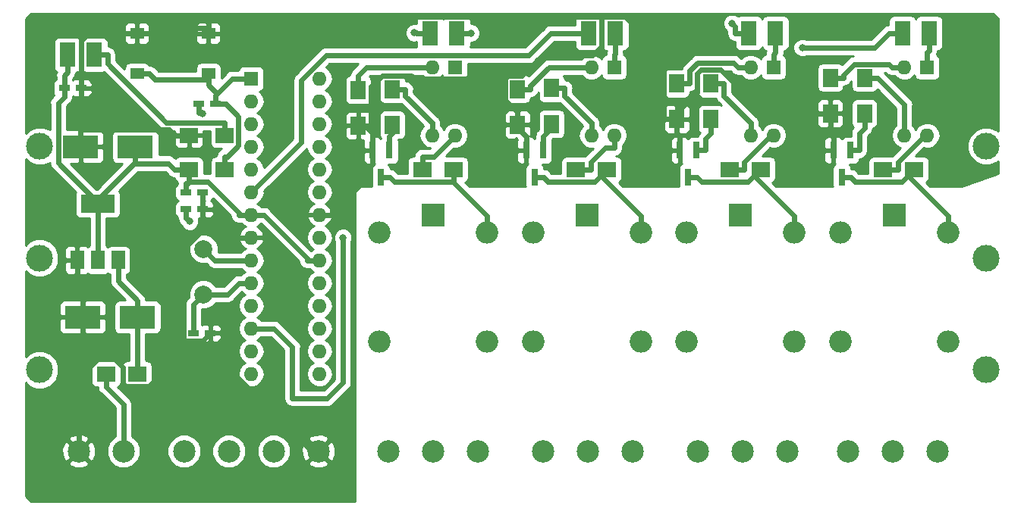
<source format=gbr>
G04 #@! TF.GenerationSoftware,KiCad,Pcbnew,(5.0.1)-3*
G04 #@! TF.CreationDate,2019-04-12T12:42:41-05:00*
G04 #@! TF.ProjectId,    RemoteControl,2020202052656D6F7465436F6E74726F,rev?*
G04 #@! TF.SameCoordinates,Original*
G04 #@! TF.FileFunction,Copper,L1,Top,Signal*
G04 #@! TF.FilePolarity,Positive*
%FSLAX46Y46*%
G04 Gerber Fmt 4.6, Leading zero omitted, Abs format (unit mm)*
G04 Created by KiCad (PCBNEW (5.0.1)-3) date 12/04/2019 12:42:41*
%MOMM*%
%LPD*%
G01*
G04 APERTURE LIST*
G04 #@! TA.AperFunction,ComponentPad*
%ADD10R,2.500000X2.500000*%
G04 #@! TD*
G04 #@! TA.AperFunction,ComponentPad*
%ADD11O,2.500000X2.500000*%
G04 #@! TD*
G04 #@! TA.AperFunction,SMDPad,CuDef*
%ADD12R,1.700000X2.000000*%
G04 #@! TD*
G04 #@! TA.AperFunction,SMDPad,CuDef*
%ADD13R,1.200000X0.750000*%
G04 #@! TD*
G04 #@! TA.AperFunction,SMDPad,CuDef*
%ADD14R,1.795780X2.697480*%
G04 #@! TD*
G04 #@! TA.AperFunction,SMDPad,CuDef*
%ADD15R,0.800000X1.900000*%
G04 #@! TD*
G04 #@! TA.AperFunction,ComponentPad*
%ADD16O,1.600000X1.600000*%
G04 #@! TD*
G04 #@! TA.AperFunction,ComponentPad*
%ADD17R,1.600000X1.600000*%
G04 #@! TD*
G04 #@! TA.AperFunction,ComponentPad*
%ADD18C,1.998980*%
G04 #@! TD*
G04 #@! TA.AperFunction,ComponentPad*
%ADD19C,2.500000*%
G04 #@! TD*
G04 #@! TA.AperFunction,SMDPad,CuDef*
%ADD20R,2.100580X1.699260*%
G04 #@! TD*
G04 #@! TA.AperFunction,SMDPad,CuDef*
%ADD21R,2.000000X1.700000*%
G04 #@! TD*
G04 #@! TA.AperFunction,SMDPad,CuDef*
%ADD22R,3.800000X2.000000*%
G04 #@! TD*
G04 #@! TA.AperFunction,SMDPad,CuDef*
%ADD23R,1.500000X2.000000*%
G04 #@! TD*
G04 #@! TA.AperFunction,SMDPad,CuDef*
%ADD24R,4.000000X2.500000*%
G04 #@! TD*
G04 #@! TA.AperFunction,ComponentPad*
%ADD25C,3.000000*%
G04 #@! TD*
G04 #@! TA.AperFunction,SMDPad,CuDef*
%ADD26R,1.550000X1.300000*%
G04 #@! TD*
G04 #@! TA.AperFunction,ViaPad*
%ADD27C,0.800000*%
G04 #@! TD*
G04 #@! TA.AperFunction,Conductor*
%ADD28C,0.600000*%
G04 #@! TD*
G04 #@! TA.AperFunction,Conductor*
%ADD29C,0.254000*%
G04 #@! TD*
G04 APERTURE END LIST*
D10*
G04 #@! TO.P,K3,1*
G04 #@! TO.N,Net-(J3-Pad2)*
X166370000Y-83820000D03*
D11*
G04 #@! TO.P,K3,2*
G04 #@! TO.N,+5V*
X160370000Y-85820000D03*
G04 #@! TO.P,K3,3*
G04 #@! TO.N,Net-(J3-Pad1)*
X160370000Y-98020000D03*
G04 #@! TO.P,K3,4*
G04 #@! TO.N,Net-(J3-Pad3)*
X172370000Y-98020000D03*
G04 #@! TO.P,K3,5*
G04 #@! TO.N,Net-(D5-Pad2)*
X172370000Y-85820000D03*
G04 #@! TD*
G04 #@! TO.P,K4,5*
G04 #@! TO.N,Net-(D7-Pad2)*
X189515000Y-85820000D03*
G04 #@! TO.P,K4,4*
G04 #@! TO.N,Net-(J4-Pad3)*
X189515000Y-98020000D03*
G04 #@! TO.P,K4,3*
G04 #@! TO.N,Net-(J4-Pad1)*
X177515000Y-98020000D03*
G04 #@! TO.P,K4,2*
G04 #@! TO.N,+5V*
X177515000Y-85820000D03*
D10*
G04 #@! TO.P,K4,1*
G04 #@! TO.N,Net-(J4-Pad2)*
X183515000Y-83820000D03*
G04 #@! TD*
D12*
G04 #@! TO.P,R2,1*
G04 #@! TO.N,Net-(R2-Pad1)*
X145288000Y-69660000D03*
G04 #@! TO.P,R2,2*
G04 #@! TO.N,Net-(Q2-Pad1)*
X145288000Y-73660000D03*
G04 #@! TD*
D13*
G04 #@! TO.P,C5,1*
G04 #@! TO.N,GND*
X107188000Y-97028000D03*
G04 #@! TO.P,C5,2*
G04 #@! TO.N,Net-(C5-Pad2)*
X105288000Y-97028000D03*
G04 #@! TD*
G04 #@! TO.P,C6,1*
G04 #@! TO.N,DTR*
X105857000Y-71437500D03*
G04 #@! TO.P,C6,2*
G04 #@! TO.N,Net-(C6-Pad2)*
X107757000Y-71437500D03*
G04 #@! TD*
D10*
G04 #@! TO.P,K1,1*
G04 #@! TO.N,Net-(J1-Pad2)*
X132080000Y-83820000D03*
D11*
G04 #@! TO.P,K1,2*
G04 #@! TO.N,+5V*
X126080000Y-85820000D03*
G04 #@! TO.P,K1,3*
G04 #@! TO.N,Net-(J1-Pad1)*
X126080000Y-98020000D03*
G04 #@! TO.P,K1,4*
G04 #@! TO.N,Net-(J1-Pad3)*
X138080000Y-98020000D03*
G04 #@! TO.P,K1,5*
G04 #@! TO.N,Net-(D1-Pad2)*
X138080000Y-85820000D03*
G04 #@! TD*
D12*
G04 #@! TO.P,R1,2*
G04 #@! TO.N,Net-(Q1-Pad1)*
X127508000Y-73755000D03*
G04 #@! TO.P,R1,1*
G04 #@! TO.N,Net-(R1-Pad1)*
X127508000Y-69755000D03*
G04 #@! TD*
D14*
G04 #@! TO.P,D4,1*
G04 #@! TO.N,Net-(D4-Pad1)*
X152399600Y-63500000D03*
G04 #@! TO.P,D4,2*
G04 #@! TO.N,D4*
X149402400Y-63500000D03*
G04 #@! TD*
D15*
G04 #@! TO.P,Q1,1*
G04 #@! TO.N,Net-(Q1-Pad1)*
X127188000Y-76605000D03*
G04 #@! TO.P,Q1,2*
G04 #@! TO.N,GND*
X125288000Y-76605000D03*
G04 #@! TO.P,Q1,3*
G04 #@! TO.N,Net-(D1-Pad2)*
X126238000Y-79605000D03*
G04 #@! TD*
D12*
G04 #@! TO.P,R3,2*
G04 #@! TO.N,Net-(R3-Pad2)*
X123698000Y-69850000D03*
G04 #@! TO.P,R3,1*
G04 #@! TO.N,GND*
X123698000Y-73850000D03*
G04 #@! TD*
G04 #@! TO.P,R4,1*
G04 #@! TO.N,GND*
X141478000Y-73755000D03*
G04 #@! TO.P,R4,2*
G04 #@! TO.N,Net-(R4-Pad2)*
X141478000Y-69755000D03*
G04 #@! TD*
G04 #@! TO.P,R5,2*
G04 #@! TO.N,Net-(Q3-Pad1)*
X163068000Y-73120000D03*
G04 #@! TO.P,R5,1*
G04 #@! TO.N,Net-(R5-Pad1)*
X163068000Y-69120000D03*
G04 #@! TD*
D16*
G04 #@! TO.P,U3,4*
G04 #@! TO.N,+5V*
X170053000Y-74930000D03*
G04 #@! TO.P,U3,2*
G04 #@! TO.N,Net-(R7-Pad2)*
X167513000Y-67310000D03*
G04 #@! TO.P,U3,3*
G04 #@! TO.N,Net-(R5-Pad1)*
X167513000Y-74930000D03*
D17*
G04 #@! TO.P,U3,1*
G04 #@! TO.N,Net-(D6-Pad1)*
X170053000Y-67310000D03*
G04 #@! TD*
D18*
G04 #@! TO.P,Y1,1*
G04 #@! TO.N,Net-(C1-Pad2)*
X106426000Y-87630000D03*
G04 #@! TO.P,Y1,2*
G04 #@! TO.N,Net-(C5-Pad2)*
X106426000Y-92710000D03*
G04 #@! TD*
D19*
G04 #@! TO.P,J4,3*
G04 #@! TO.N,Net-(J4-Pad3)*
X188388000Y-110236000D03*
G04 #@! TO.P,J4,1*
G04 #@! TO.N,Net-(J4-Pad1)*
X178388000Y-110236000D03*
G04 #@! TO.P,J4,2*
G04 #@! TO.N,Net-(J4-Pad2)*
X183388000Y-110236000D03*
G04 #@! TD*
D20*
G04 #@! TO.P,D7,1*
G04 #@! TO.N,+5V*
X182293260Y-78740000D03*
G04 #@! TO.P,D7,2*
G04 #@! TO.N,Net-(D7-Pad2)*
X185752740Y-78740000D03*
G04 #@! TD*
G04 #@! TO.P,D9,2*
G04 #@! TO.N,Net-(D9-Pad2)*
X95552260Y-101600000D03*
G04 #@! TO.P,D9,1*
G04 #@! TO.N,+12V*
X99011740Y-101600000D03*
G04 #@! TD*
D19*
G04 #@! TO.P,J3,3*
G04 #@! TO.N,Net-(J3-Pad3)*
X171624000Y-110236000D03*
G04 #@! TO.P,J3,1*
G04 #@! TO.N,Net-(J3-Pad1)*
X161624000Y-110236000D03*
G04 #@! TO.P,J3,2*
G04 #@! TO.N,Net-(J3-Pad2)*
X166624000Y-110236000D03*
G04 #@! TD*
D10*
G04 #@! TO.P,K2,1*
G04 #@! TO.N,Net-(J2-Pad2)*
X149225000Y-83820000D03*
D11*
G04 #@! TO.P,K2,2*
G04 #@! TO.N,+5V*
X143225000Y-85820000D03*
G04 #@! TO.P,K2,3*
G04 #@! TO.N,Net-(J2-Pad1)*
X143225000Y-98020000D03*
G04 #@! TO.P,K2,4*
G04 #@! TO.N,Net-(J2-Pad3)*
X155225000Y-98020000D03*
G04 #@! TO.P,K2,5*
G04 #@! TO.N,Net-(D3-Pad2)*
X155225000Y-85820000D03*
G04 #@! TD*
D15*
G04 #@! TO.P,Q2,1*
G04 #@! TO.N,Net-(Q2-Pad1)*
X144333000Y-76605000D03*
G04 #@! TO.P,Q2,2*
G04 #@! TO.N,GND*
X142433000Y-76605000D03*
G04 #@! TO.P,Q2,3*
G04 #@! TO.N,Net-(D3-Pad2)*
X143383000Y-79605000D03*
G04 #@! TD*
G04 #@! TO.P,Q3,1*
G04 #@! TO.N,Net-(Q3-Pad1)*
X161478000Y-76605000D03*
G04 #@! TO.P,Q3,2*
G04 #@! TO.N,GND*
X159578000Y-76605000D03*
G04 #@! TO.P,Q3,3*
G04 #@! TO.N,Net-(D5-Pad2)*
X160528000Y-79605000D03*
G04 #@! TD*
G04 #@! TO.P,Q4,3*
G04 #@! TO.N,Net-(D7-Pad2)*
X177673000Y-79605000D03*
G04 #@! TO.P,Q4,2*
G04 #@! TO.N,GND*
X176723000Y-76605000D03*
G04 #@! TO.P,Q4,1*
G04 #@! TO.N,Net-(Q4-Pad1)*
X178623000Y-76605000D03*
G04 #@! TD*
D12*
G04 #@! TO.P,R6,2*
G04 #@! TO.N,Net-(Q4-Pad1)*
X180213000Y-72485000D03*
G04 #@! TO.P,R6,1*
G04 #@! TO.N,Net-(R6-Pad1)*
X180213000Y-68485000D03*
G04 #@! TD*
G04 #@! TO.P,R7,1*
G04 #@! TO.N,GND*
X159258000Y-73120000D03*
G04 #@! TO.P,R7,2*
G04 #@! TO.N,Net-(R7-Pad2)*
X159258000Y-69120000D03*
G04 #@! TD*
G04 #@! TO.P,R8,2*
G04 #@! TO.N,Net-(R8-Pad2)*
X176403000Y-68485000D03*
G04 #@! TO.P,R8,1*
G04 #@! TO.N,GND*
X176403000Y-72485000D03*
G04 #@! TD*
D21*
G04 #@! TO.P,R9,1*
G04 #@! TO.N,Net-(D10-Pad2)*
X108807000Y-74930000D03*
G04 #@! TO.P,R9,2*
G04 #@! TO.N,GND*
X104807000Y-74930000D03*
G04 #@! TD*
G04 #@! TO.P,R10,2*
G04 #@! TO.N,Net-(C6-Pad2)*
X108807000Y-78740000D03*
G04 #@! TO.P,R10,1*
G04 #@! TO.N,+5V*
X104807000Y-78740000D03*
G04 #@! TD*
D16*
G04 #@! TO.P,U4,4*
G04 #@! TO.N,+5V*
X187198000Y-74930000D03*
G04 #@! TO.P,U4,2*
G04 #@! TO.N,Net-(R8-Pad2)*
X184658000Y-67310000D03*
G04 #@! TO.P,U4,3*
G04 #@! TO.N,Net-(R6-Pad1)*
X184658000Y-74930000D03*
D17*
G04 #@! TO.P,U4,1*
G04 #@! TO.N,Net-(D8-Pad1)*
X187198000Y-67310000D03*
G04 #@! TD*
D14*
G04 #@! TO.P,D2,2*
G04 #@! TO.N,D5*
X131724400Y-63500000D03*
G04 #@! TO.P,D2,1*
G04 #@! TO.N,Net-(D2-Pad1)*
X134721600Y-63500000D03*
G04 #@! TD*
D19*
G04 #@! TO.P,J1,2*
G04 #@! TO.N,Net-(J1-Pad2)*
X132080000Y-110236000D03*
G04 #@! TO.P,J1,1*
G04 #@! TO.N,Net-(J1-Pad1)*
X127080000Y-110236000D03*
G04 #@! TO.P,J1,3*
G04 #@! TO.N,Net-(J1-Pad3)*
X137080000Y-110236000D03*
G04 #@! TD*
G04 #@! TO.P,J2,3*
G04 #@! TO.N,Net-(J2-Pad3)*
X154352000Y-110236000D03*
G04 #@! TO.P,J2,1*
G04 #@! TO.N,Net-(J2-Pad1)*
X144352000Y-110236000D03*
G04 #@! TO.P,J2,2*
G04 #@! TO.N,Net-(J2-Pad2)*
X149352000Y-110236000D03*
G04 #@! TD*
D16*
G04 #@! TO.P,U1,4*
G04 #@! TO.N,+5V*
X134493000Y-74930000D03*
G04 #@! TO.P,U1,2*
G04 #@! TO.N,Net-(R3-Pad2)*
X131953000Y-67310000D03*
G04 #@! TO.P,U1,3*
G04 #@! TO.N,Net-(R1-Pad1)*
X131953000Y-74930000D03*
D17*
G04 #@! TO.P,U1,1*
G04 #@! TO.N,Net-(D2-Pad1)*
X134493000Y-67310000D03*
G04 #@! TD*
G04 #@! TO.P,U2,1*
G04 #@! TO.N,Net-(D4-Pad1)*
X152273000Y-67310000D03*
D16*
G04 #@! TO.P,U2,3*
G04 #@! TO.N,Net-(R2-Pad1)*
X149733000Y-74930000D03*
G04 #@! TO.P,U2,2*
G04 #@! TO.N,Net-(R4-Pad2)*
X149733000Y-67310000D03*
G04 #@! TO.P,U2,4*
G04 #@! TO.N,+5V*
X152273000Y-74930000D03*
G04 #@! TD*
D13*
G04 #@! TO.P,C1,2*
G04 #@! TO.N,Net-(C1-Pad2)*
X104460000Y-83185000D03*
G04 #@! TO.P,C1,1*
G04 #@! TO.N,GND*
X106360000Y-83185000D03*
G04 #@! TD*
G04 #@! TO.P,C2,1*
G04 #@! TO.N,+5V*
X90871000Y-69646800D03*
G04 #@! TO.P,C2,2*
G04 #@! TO.N,GND*
X92771000Y-69646800D03*
G04 #@! TD*
D20*
G04 #@! TO.P,D1,1*
G04 #@! TO.N,+5V*
X130858260Y-78740000D03*
G04 #@! TO.P,D1,2*
G04 #@! TO.N,Net-(D1-Pad2)*
X134317740Y-78740000D03*
G04 #@! TD*
G04 #@! TO.P,D3,2*
G04 #@! TO.N,Net-(D3-Pad2)*
X151462740Y-78740000D03*
G04 #@! TO.P,D3,1*
G04 #@! TO.N,+5V*
X148003260Y-78740000D03*
G04 #@! TD*
G04 #@! TO.P,D5,2*
G04 #@! TO.N,Net-(D5-Pad2)*
X168607740Y-78740000D03*
G04 #@! TO.P,D5,1*
G04 #@! TO.N,+5V*
X165148260Y-78740000D03*
G04 #@! TD*
D14*
G04 #@! TO.P,D6,1*
G04 #@! TO.N,Net-(D6-Pad1)*
X170281600Y-63500000D03*
G04 #@! TO.P,D6,2*
G04 #@! TO.N,D7*
X167284400Y-63500000D03*
G04 #@! TD*
G04 #@! TO.P,D8,2*
G04 #@! TO.N,D6*
X184429400Y-63500000D03*
G04 #@! TO.P,D8,1*
G04 #@! TO.N,Net-(D8-Pad1)*
X187426600Y-63500000D03*
G04 #@! TD*
G04 #@! TO.P,D10,1*
G04 #@! TO.N,+5V*
X91236800Y-65913000D03*
G04 #@! TO.P,D10,2*
G04 #@! TO.N,Net-(D10-Pad2)*
X94234000Y-65913000D03*
G04 #@! TD*
D19*
G04 #@! TO.P,J5,4*
G04 #@! TO.N,GND*
X119260000Y-110236000D03*
G04 #@! TO.P,J5,3*
G04 #@! TO.N,Tx*
X114260000Y-110236000D03*
G04 #@! TO.P,J5,1*
G04 #@! TO.N,DTR*
X104260000Y-110236000D03*
G04 #@! TO.P,J5,2*
G04 #@! TO.N,Rx*
X109260000Y-110236000D03*
G04 #@! TD*
G04 #@! TO.P,J6,1*
G04 #@! TO.N,GND*
X92496000Y-110236000D03*
G04 #@! TO.P,J6,2*
G04 #@! TO.N,Net-(D9-Pad2)*
X97496000Y-110236000D03*
G04 #@! TD*
D22*
G04 #@! TO.P,U5,2*
G04 #@! TO.N,+5V*
X94615000Y-82575000D03*
D23*
X94615000Y-88875000D03*
G04 #@! TO.P,U5,3*
G04 #@! TO.N,+12V*
X96915000Y-88875000D03*
G04 #@! TO.P,U5,1*
G04 #@! TO.N,GND*
X92315000Y-88875000D03*
G04 #@! TD*
D16*
G04 #@! TO.P,U6,28*
G04 #@! TO.N,N/C*
X119380000Y-68580000D03*
G04 #@! TO.P,U6,14*
X111760000Y-101600000D03*
G04 #@! TO.P,U6,27*
X119380000Y-71120000D03*
G04 #@! TO.P,U6,13*
G04 #@! TO.N,D7*
X111760000Y-99060000D03*
G04 #@! TO.P,U6,26*
G04 #@! TO.N,N/C*
X119380000Y-73660000D03*
G04 #@! TO.P,U6,12*
G04 #@! TO.N,D6*
X111760000Y-96520000D03*
G04 #@! TO.P,U6,25*
G04 #@! TO.N,N/C*
X119380000Y-76200000D03*
G04 #@! TO.P,U6,11*
G04 #@! TO.N,D5*
X111760000Y-93980000D03*
G04 #@! TO.P,U6,24*
G04 #@! TO.N,N/C*
X119380000Y-78740000D03*
G04 #@! TO.P,U6,10*
G04 #@! TO.N,Net-(C5-Pad2)*
X111760000Y-91440000D03*
G04 #@! TO.P,U6,23*
G04 #@! TO.N,N/C*
X119380000Y-81280000D03*
G04 #@! TO.P,U6,9*
G04 #@! TO.N,Net-(C1-Pad2)*
X111760000Y-88900000D03*
G04 #@! TO.P,U6,22*
G04 #@! TO.N,GND*
X119380000Y-83820000D03*
G04 #@! TO.P,U6,8*
X111760000Y-86360000D03*
G04 #@! TO.P,U6,21*
G04 #@! TO.N,N/C*
X119380000Y-86360000D03*
G04 #@! TO.P,U6,7*
G04 #@! TO.N,+5V*
X111760000Y-83820000D03*
G04 #@! TO.P,U6,20*
X119380000Y-88900000D03*
G04 #@! TO.P,U6,6*
G04 #@! TO.N,D4*
X111760000Y-81280000D03*
G04 #@! TO.P,U6,19*
G04 #@! TO.N,N/C*
X119380000Y-91440000D03*
G04 #@! TO.P,U6,5*
X111760000Y-78740000D03*
G04 #@! TO.P,U6,18*
X119380000Y-93980000D03*
G04 #@! TO.P,U6,4*
X111760000Y-76200000D03*
G04 #@! TO.P,U6,17*
X119380000Y-96520000D03*
G04 #@! TO.P,U6,3*
G04 #@! TO.N,Tx*
X111760000Y-73660000D03*
G04 #@! TO.P,U6,16*
G04 #@! TO.N,N/C*
X119380000Y-99060000D03*
G04 #@! TO.P,U6,2*
G04 #@! TO.N,Rx*
X111760000Y-71120000D03*
G04 #@! TO.P,U6,15*
G04 #@! TO.N,N/C*
X119380000Y-101600000D03*
D17*
G04 #@! TO.P,U6,1*
G04 #@! TO.N,Net-(C6-Pad2)*
X111760000Y-68580000D03*
G04 #@! TD*
D13*
G04 #@! TO.P,C7,2*
G04 #@! TO.N,GND*
X106360000Y-81280000D03*
G04 #@! TO.P,C7,1*
G04 #@! TO.N,+5V*
X104460000Y-81280000D03*
G04 #@! TD*
D24*
G04 #@! TO.P,C3,2*
G04 #@! TO.N,GND*
X92962000Y-95250000D03*
G04 #@! TO.P,C3,1*
G04 #@! TO.N,+12V*
X99062000Y-95250000D03*
G04 #@! TD*
G04 #@! TO.P,C4,1*
G04 #@! TO.N,+5V*
X98808000Y-76200000D03*
G04 #@! TO.P,C4,2*
G04 #@! TO.N,GND*
X92708000Y-76200000D03*
G04 #@! TD*
D25*
G04 #@! TO.P,J7,1*
G04 #@! TO.N,N/C*
X88138000Y-76136500D03*
G04 #@! TO.P,J7,2*
X88138000Y-88646000D03*
G04 #@! TO.P,J7,3*
X88138000Y-101155500D03*
G04 #@! TD*
G04 #@! TO.P,J8,3*
G04 #@! TO.N,N/C*
X193802000Y-101155500D03*
G04 #@! TO.P,J8,2*
X193802000Y-88646000D03*
G04 #@! TO.P,J8,1*
X193802000Y-76136500D03*
G04 #@! TD*
D26*
G04 #@! TO.P,SW1,2*
G04 #@! TO.N,GND*
X99017000Y-63536000D03*
G04 #@! TO.P,SW1,1*
G04 #@! TO.N,Net-(C6-Pad2)*
X99017000Y-68036000D03*
X106977000Y-68036000D03*
G04 #@! TO.P,SW1,2*
G04 #@! TO.N,GND*
X106977000Y-63536000D03*
G04 #@! TD*
D27*
G04 #@! TO.N,DTR*
X106294500Y-72496200D03*
G04 #@! TO.N,D7*
X165429300Y-62407100D03*
G04 #@! TO.N,D6*
X173253400Y-65125600D03*
X121996200Y-86360000D03*
G04 #@! TO.N,D5*
X129937300Y-63466100D03*
G04 #@! TO.N,Net-(D2-Pad1)*
X136261100Y-63500000D03*
G04 #@! TO.N,Net-(C1-Pad2)*
X104887000Y-84563700D03*
G04 #@! TD*
D28*
G04 #@! TO.N,+5V*
X98808000Y-77950400D02*
X94888300Y-81870100D01*
X94888300Y-81870100D02*
X94888300Y-82575000D01*
X98808000Y-77950400D02*
X98808000Y-78050000D01*
X98808000Y-77800000D02*
X98808000Y-77950400D01*
X98808000Y-76200000D02*
X98808000Y-77800000D01*
X104807000Y-78740000D02*
X103207000Y-78740000D01*
X98808000Y-78050000D02*
X102517000Y-78050000D01*
X102517000Y-78050000D02*
X103207000Y-78740000D01*
X90871000Y-69646800D02*
X90871000Y-70621800D01*
X94751700Y-82575000D02*
X90207600Y-78030900D01*
X90207600Y-78030900D02*
X90207600Y-71285200D01*
X90207600Y-71285200D02*
X90871000Y-70621800D01*
X94751700Y-82575000D02*
X94888300Y-82575000D01*
X94615000Y-82575000D02*
X94751700Y-82575000D01*
X94888300Y-82575000D02*
X94615000Y-82848300D01*
X94615000Y-82848300D02*
X94615000Y-88875000D01*
X111760000Y-83820000D02*
X110360000Y-83820000D01*
X110360000Y-83820000D02*
X110360000Y-83557500D01*
X110360000Y-83557500D02*
X106907100Y-80104600D01*
X106907100Y-80104600D02*
X104807000Y-80104600D01*
X112393500Y-83820000D02*
X111760000Y-83820000D01*
X104807000Y-80104600D02*
X104807000Y-80190000D01*
X104807000Y-78740000D02*
X104807000Y-80104600D01*
X91236800Y-65913000D02*
X91236800Y-67861700D01*
X90871000Y-69646800D02*
X90871000Y-68227500D01*
X90871000Y-68227500D02*
X91236800Y-67861700D01*
X104460000Y-81280000D02*
X104460000Y-80305000D01*
X104460000Y-80305000D02*
X104692000Y-80305000D01*
X104692000Y-80305000D02*
X104807000Y-80190000D01*
X182293300Y-78740000D02*
X183943600Y-78740000D01*
X112393500Y-83820000D02*
X113160000Y-83820000D01*
X117980000Y-88900000D02*
X117980000Y-88640000D01*
X117980000Y-88640000D02*
X113160000Y-83820000D01*
X183943600Y-78740000D02*
X183943600Y-77886400D01*
X183943600Y-77886400D02*
X186900000Y-74930000D01*
X186900000Y-74930000D02*
X187198000Y-74930000D01*
X130858300Y-78740000D02*
X130858300Y-77290400D01*
X130858300Y-77290400D02*
X132132600Y-77290400D01*
X132132600Y-77290400D02*
X134493000Y-74930000D01*
X165148300Y-78740000D02*
X166798600Y-78740000D01*
X166798600Y-78740000D02*
X166798600Y-77886400D01*
X166798600Y-77886400D02*
X169755000Y-74930000D01*
X169755000Y-74930000D02*
X170053000Y-74930000D01*
X152273000Y-74930000D02*
X152273000Y-76330000D01*
X148003300Y-78740000D02*
X149653600Y-78740000D01*
X152273000Y-76330000D02*
X151245100Y-76330000D01*
X151245100Y-76330000D02*
X149653600Y-77921500D01*
X149653600Y-77921500D02*
X149653600Y-78740000D01*
X119380000Y-88900000D02*
X117980000Y-88900000D01*
G04 #@! TO.N,GND*
X99017000Y-63536000D02*
X100392000Y-63536000D01*
X106977000Y-62911000D02*
X101017000Y-62911000D01*
X101017000Y-62911000D02*
X100392000Y-63536000D01*
X106977000Y-62911000D02*
X106977000Y-62286000D01*
X106977000Y-63536000D02*
X106977000Y-62911000D01*
X92771000Y-74287000D02*
X92708000Y-74350000D01*
X92771000Y-69646800D02*
X92771000Y-74287000D01*
X92771000Y-74287000D02*
X102564000Y-74287000D01*
X102564000Y-74287000D02*
X103207000Y-74930000D01*
X104807000Y-74930000D02*
X103207000Y-74930000D01*
X92708000Y-76200000D02*
X92708000Y-74350000D01*
X99017000Y-63536000D02*
X93650100Y-63536000D01*
X93650100Y-63536000D02*
X92771000Y-64415100D01*
X92771000Y-64415100D02*
X92771000Y-69646800D01*
X95190100Y-99328000D02*
X92496000Y-102022100D01*
X92496000Y-102022100D02*
X92496000Y-110236000D01*
X104167400Y-97910800D02*
X104167400Y-99073600D01*
X104167400Y-99073600D02*
X100291000Y-102950000D01*
X100291000Y-102950000D02*
X97726300Y-102950000D01*
X97726300Y-102950000D02*
X97461000Y-102684700D01*
X97461000Y-102684700D02*
X97461000Y-100890800D01*
X97461000Y-100890800D02*
X95898200Y-99328000D01*
X95898200Y-99328000D02*
X95190100Y-99328000D01*
X95190100Y-99328000D02*
X92962000Y-97100000D01*
X106360000Y-85485500D02*
X104167400Y-87678100D01*
X104167400Y-87678100D02*
X104167400Y-97910800D01*
X104167400Y-97910800D02*
X106305200Y-97910800D01*
X92962000Y-95250000D02*
X92962000Y-97100000D01*
X158533000Y-73120000D02*
X161508300Y-70144700D01*
X161508300Y-70144700D02*
X161508300Y-68047800D01*
X161508300Y-68047800D02*
X161946000Y-67610100D01*
X161946000Y-67610100D02*
X164140000Y-67610100D01*
X164140000Y-67610100D02*
X169014900Y-72485000D01*
X169014900Y-72485000D02*
X176403000Y-72485000D01*
X158533000Y-73120000D02*
X157808000Y-73120000D01*
X159258000Y-73120000D02*
X158533000Y-73120000D01*
X141478000Y-73755000D02*
X141478000Y-72155000D01*
X150835300Y-61650900D02*
X153510300Y-61650900D01*
X153510300Y-61650900D02*
X157808000Y-65948600D01*
X157808000Y-65948600D02*
X157808000Y-73120000D01*
X106977000Y-62286000D02*
X107612100Y-61650900D01*
X107612100Y-61650900D02*
X150835300Y-61650900D01*
X150835300Y-61650900D02*
X150835300Y-65024700D01*
X150835300Y-65024700D02*
X149850400Y-66009600D01*
X149850400Y-66009600D02*
X144219900Y-66009600D01*
X144219900Y-66009600D02*
X141974800Y-68254700D01*
X141974800Y-68254700D02*
X140420700Y-68254700D01*
X140420700Y-68254700D02*
X140127600Y-68547800D01*
X140127600Y-68547800D02*
X140127600Y-68629200D01*
X140127600Y-68629200D02*
X140127600Y-70973500D01*
X140127600Y-70973500D02*
X141309100Y-72155000D01*
X141309100Y-72155000D02*
X141478000Y-72155000D01*
X125148000Y-73850000D02*
X125148000Y-69487500D01*
X125148000Y-69487500D02*
X126400100Y-68235400D01*
X126400100Y-68235400D02*
X129637500Y-68235400D01*
X129637500Y-68235400D02*
X130031300Y-68629200D01*
X130031300Y-68629200D02*
X140127600Y-68629200D01*
X106305200Y-97910800D02*
X107188000Y-97028000D01*
X119260000Y-110236000D02*
X118509400Y-110236000D01*
X118509400Y-110236000D02*
X106305200Y-98031800D01*
X106305200Y-98031800D02*
X106305200Y-97910800D01*
X111760000Y-86360000D02*
X110360000Y-86360000D01*
X110360000Y-86360000D02*
X109485500Y-85485500D01*
X109485500Y-85485500D02*
X106360000Y-85485500D01*
X106360000Y-85485500D02*
X106360000Y-84160000D01*
X106360000Y-83185000D02*
X106360000Y-84160000D01*
X92962000Y-95250000D02*
X92962000Y-93400000D01*
X92315000Y-88875000D02*
X92315000Y-92753000D01*
X92315000Y-92753000D02*
X92962000Y-93400000D01*
X176723000Y-76605000D02*
X176723000Y-75055000D01*
X176723000Y-75055000D02*
X176403000Y-74735000D01*
X176403000Y-74735000D02*
X176403000Y-72485000D01*
X159258000Y-73120000D02*
X159258000Y-74720000D01*
X159578000Y-76605000D02*
X159578000Y-75040000D01*
X159578000Y-75040000D02*
X159258000Y-74720000D01*
X124423000Y-73850000D02*
X125288000Y-74715000D01*
X125288000Y-74715000D02*
X125288000Y-76605000D01*
X124423000Y-73850000D02*
X125148000Y-73850000D01*
X123698000Y-73850000D02*
X124423000Y-73850000D01*
X119380000Y-83820000D02*
X120780000Y-83820000D01*
X125288000Y-76605000D02*
X125288000Y-78155000D01*
X120780000Y-83820000D02*
X120780000Y-82663000D01*
X120780000Y-82663000D02*
X125288000Y-78155000D01*
X142433000Y-76605000D02*
X142433000Y-75055000D01*
X142433000Y-75055000D02*
X141478000Y-74100000D01*
X141478000Y-74100000D02*
X141478000Y-73755000D01*
X106360000Y-83185000D02*
X106360000Y-81280000D01*
G04 #@! TO.N,Net-(C5-Pad2)*
X106426000Y-92710000D02*
X105288000Y-93848000D01*
X105288000Y-93848000D02*
X105288000Y-97028000D01*
X110360000Y-91440000D02*
X109090000Y-92710000D01*
X109090000Y-92710000D02*
X106426000Y-92710000D01*
X111760000Y-91440000D02*
X110360000Y-91440000D01*
G04 #@! TO.N,Net-(C6-Pad2)*
X99017000Y-68036000D02*
X100392000Y-68036000D01*
X106977000Y-68661000D02*
X101017000Y-68661000D01*
X101017000Y-68661000D02*
X100392000Y-68036000D01*
X106977000Y-68661000D02*
X106977000Y-69286000D01*
X106977000Y-68036000D02*
X106977000Y-68661000D01*
X107955300Y-70264200D02*
X107757000Y-70462500D01*
X110610000Y-68580000D02*
X109639500Y-68580000D01*
X109639500Y-68580000D02*
X107955300Y-70264200D01*
X106977000Y-69286000D02*
X107955300Y-70264200D01*
X107757000Y-71437500D02*
X108957000Y-71437500D01*
X108807000Y-78740000D02*
X108807000Y-77290000D01*
X108807000Y-77290000D02*
X109078900Y-77290000D01*
X109078900Y-77290000D02*
X110329000Y-76039900D01*
X110329000Y-76039900D02*
X110329000Y-72809500D01*
X110329000Y-72809500D02*
X108957000Y-71437500D01*
X107757000Y-71437500D02*
X107757000Y-70462500D01*
X111760000Y-68580000D02*
X110610000Y-68580000D01*
G04 #@! TO.N,DTR*
X105857000Y-71437500D02*
X105857000Y-72412500D01*
X106294500Y-72496200D02*
X106210800Y-72412500D01*
X106210800Y-72412500D02*
X105857000Y-72412500D01*
G04 #@! TO.N,D7*
X167284400Y-63500000D02*
X165786500Y-63500000D01*
X165429300Y-62407100D02*
X165786500Y-62764300D01*
X165786500Y-62764300D02*
X165786500Y-63500000D01*
G04 #@! TO.N,D6*
X182931510Y-63500000D02*
X181305910Y-65125600D01*
X184429400Y-63500000D02*
X182931510Y-63500000D01*
X181305910Y-65125600D02*
X173253400Y-65125600D01*
X173253400Y-65125600D02*
X173253400Y-65125600D01*
X121996200Y-86360000D02*
X121996200Y-102565200D01*
X121996200Y-102565200D02*
X120243600Y-104317800D01*
X120243600Y-104317800D02*
X116332000Y-104317800D01*
X116332000Y-104317800D02*
X116332000Y-98552000D01*
X114300000Y-96520000D02*
X111760000Y-96520000D01*
X116332000Y-98552000D02*
X114300000Y-96520000D01*
G04 #@! TO.N,D5*
X131724400Y-63500000D02*
X130226500Y-63500000D01*
X129937300Y-63466100D02*
X130192600Y-63466100D01*
X130192600Y-63466100D02*
X130226500Y-63500000D01*
G04 #@! TO.N,D4*
X147904500Y-63500000D02*
X145197300Y-63500000D01*
X145197300Y-63500000D02*
X142687700Y-66009600D01*
X142687700Y-66009600D02*
X120100200Y-66009600D01*
X120100200Y-66009600D02*
X117320100Y-68789700D01*
X117320100Y-68789700D02*
X117320100Y-75719900D01*
X117320100Y-75719900D02*
X111760000Y-81280000D01*
X149402400Y-63500000D02*
X147904500Y-63500000D01*
G04 #@! TO.N,+12V*
X99062000Y-95250000D02*
X99062000Y-93400000D01*
X99062000Y-93400000D02*
X96915000Y-91253000D01*
X96915000Y-91253000D02*
X96915000Y-88875000D01*
X99062000Y-95250000D02*
X99062000Y-100100100D01*
X99062000Y-100100100D02*
X99011700Y-100150400D01*
X99011700Y-101600000D02*
X99011700Y-100150400D01*
G04 #@! TO.N,Net-(D1-Pad2)*
X126238000Y-79605000D02*
X127238000Y-79605000D01*
X134317700Y-80090000D02*
X134317700Y-80189600D01*
X134317700Y-78740000D02*
X134317700Y-80090000D01*
X127238000Y-79605000D02*
X127723000Y-80090000D01*
X127723000Y-80090000D02*
X134317700Y-80090000D01*
X134317700Y-80189600D02*
X138080000Y-83951900D01*
X138080000Y-83951900D02*
X138080000Y-85820000D01*
G04 #@! TO.N,Net-(D3-Pad2)*
X150728900Y-79473800D02*
X150112700Y-80090000D01*
X150112700Y-80090000D02*
X144868000Y-80090000D01*
X144868000Y-80090000D02*
X144383000Y-79605000D01*
X151462700Y-78740000D02*
X150728900Y-79473800D01*
X150728900Y-79473800D02*
X155225000Y-83970000D01*
X155225000Y-85820000D02*
X155225000Y-83970000D01*
X143383000Y-79605000D02*
X144383000Y-79605000D01*
G04 #@! TO.N,Net-(D5-Pad2)*
X167873900Y-79473800D02*
X167217200Y-80130500D01*
X167217200Y-80130500D02*
X162053500Y-80130500D01*
X162053500Y-80130500D02*
X161528000Y-79605000D01*
X168607700Y-78740000D02*
X167873900Y-79473800D01*
X167873900Y-79473800D02*
X172370000Y-83970000D01*
X172370000Y-85820000D02*
X172370000Y-83970000D01*
X160528000Y-79605000D02*
X161528000Y-79605000D01*
G04 #@! TO.N,Net-(Q1-Pad1)*
X127188000Y-76605000D02*
X127188000Y-75055000D01*
X127188000Y-75055000D02*
X127508000Y-74735000D01*
X127508000Y-74735000D02*
X127508000Y-73755000D01*
G04 #@! TO.N,Net-(D4-Pad1)*
X152273000Y-67310000D02*
X152273000Y-65910000D01*
X152273000Y-65910000D02*
X152399600Y-65783400D01*
X152399600Y-65783400D02*
X152399600Y-63500000D01*
G04 #@! TO.N,Net-(R4-Pad2)*
X141478000Y-69755000D02*
X142928000Y-69755000D01*
X149733000Y-67310000D02*
X148333000Y-67310000D01*
X148333000Y-67310000D02*
X145010500Y-67310000D01*
X145010500Y-67310000D02*
X142928000Y-69392500D01*
X142928000Y-69392500D02*
X142928000Y-69755000D01*
G04 #@! TO.N,Net-(R5-Pad1)*
X163068000Y-69120000D02*
X164518000Y-69120000D01*
X167513000Y-74930000D02*
X167513000Y-73530000D01*
X167513000Y-73530000D02*
X164518000Y-70535000D01*
X164518000Y-70535000D02*
X164518000Y-69120000D01*
G04 #@! TO.N,Net-(D6-Pad1)*
X170053000Y-67310000D02*
X170053000Y-65910000D01*
X170053000Y-65910000D02*
X170281600Y-65681400D01*
X170281600Y-65681400D02*
X170281600Y-63500000D01*
G04 #@! TO.N,Net-(D7-Pad2)*
X185018900Y-79473800D02*
X185752700Y-78740000D01*
X178673000Y-79605000D02*
X179158000Y-80090000D01*
X179158000Y-80090000D02*
X184402700Y-80090000D01*
X184402700Y-80090000D02*
X185018900Y-79473800D01*
X185018900Y-79473800D02*
X189515000Y-83970000D01*
X189515000Y-85820000D02*
X189515000Y-83970000D01*
X177673000Y-79605000D02*
X178673000Y-79605000D01*
G04 #@! TO.N,Net-(D8-Pad1)*
X187426600Y-63500000D02*
X187426600Y-65448700D01*
X187426600Y-65448700D02*
X187198000Y-65677300D01*
X187198000Y-65677300D02*
X187198000Y-67310000D01*
G04 #@! TO.N,Net-(D9-Pad2)*
X95552300Y-101600000D02*
X95552300Y-103049600D01*
X97496000Y-110236000D02*
X97496000Y-104993300D01*
X97496000Y-104993300D02*
X95552300Y-103049600D01*
G04 #@! TO.N,Net-(Q2-Pad1)*
X144333000Y-76605000D02*
X144333000Y-75055000D01*
X144333000Y-75055000D02*
X145288000Y-74100000D01*
X145288000Y-74100000D02*
X145288000Y-73660000D01*
G04 #@! TO.N,Net-(Q3-Pad1)*
X163068000Y-73120000D02*
X163068000Y-74720000D01*
X161478000Y-76605000D02*
X162478000Y-76605000D01*
X162478000Y-76605000D02*
X162478000Y-75310000D01*
X162478000Y-75310000D02*
X163068000Y-74720000D01*
G04 #@! TO.N,Net-(Q4-Pad1)*
X180213000Y-72485000D02*
X180213000Y-74085000D01*
X178623000Y-76605000D02*
X179623000Y-76605000D01*
X179623000Y-76605000D02*
X179623000Y-74675000D01*
X179623000Y-74675000D02*
X180213000Y-74085000D01*
G04 #@! TO.N,Net-(R8-Pad2)*
X176403000Y-68485000D02*
X177853000Y-68485000D01*
X184658000Y-67310000D02*
X183258000Y-67310000D01*
X183258000Y-67310000D02*
X182932600Y-66984600D01*
X182932600Y-66984600D02*
X179081500Y-66984600D01*
X179081500Y-66984600D02*
X177853000Y-68213100D01*
X177853000Y-68213100D02*
X177853000Y-68485000D01*
G04 #@! TO.N,Net-(D2-Pad1)*
X136219500Y-63500000D02*
X136261100Y-63500000D01*
X134721600Y-63500000D02*
X136219500Y-63500000D01*
G04 #@! TO.N,Net-(D10-Pad2)*
X108807000Y-74930000D02*
X108807000Y-73480000D01*
X94234000Y-65913000D02*
X95731900Y-65913000D01*
X95731900Y-65913000D02*
X95731900Y-66942800D01*
X95731900Y-66942800D02*
X102269100Y-73480000D01*
X102269100Y-73480000D02*
X108807000Y-73480000D01*
G04 #@! TO.N,Net-(R3-Pad2)*
X123698000Y-69850000D02*
X123698000Y-68250000D01*
X131953000Y-67310000D02*
X124638000Y-67310000D01*
X124638000Y-67310000D02*
X123698000Y-68250000D01*
G04 #@! TO.N,Net-(R6-Pad1)*
X180213000Y-68485000D02*
X181663000Y-68485000D01*
X184658000Y-74930000D02*
X184658000Y-71480000D01*
X184658000Y-71480000D02*
X181663000Y-68485000D01*
G04 #@! TO.N,Net-(C1-Pad2)*
X104460000Y-83185000D02*
X104460000Y-84160000D01*
X104460000Y-84160000D02*
X104483300Y-84160000D01*
X104483300Y-84160000D02*
X104887000Y-84563700D01*
X111760000Y-88900000D02*
X107696000Y-88900000D01*
X107696000Y-88900000D02*
X106426000Y-87630000D01*
G04 #@! TO.N,Net-(R1-Pad1)*
X127508000Y-69755000D02*
X128958000Y-69755000D01*
X131953000Y-74930000D02*
X131953000Y-73530000D01*
X131953000Y-73530000D02*
X128958000Y-70535000D01*
X128958000Y-70535000D02*
X128958000Y-69755000D01*
G04 #@! TO.N,Net-(R2-Pad1)*
X145288000Y-69660000D02*
X146738000Y-69660000D01*
X149733000Y-74930000D02*
X149733000Y-73530000D01*
X149733000Y-73530000D02*
X146738000Y-70535000D01*
X146738000Y-70535000D02*
X146738000Y-69660000D01*
G04 #@! TO.N,Net-(R7-Pad2)*
X167513000Y-67310000D02*
X166113000Y-67310000D01*
X166113000Y-67310000D02*
X165612800Y-66809800D01*
X165612800Y-66809800D02*
X161614400Y-66809800D01*
X161614400Y-66809800D02*
X160708000Y-67716200D01*
X160708000Y-67716200D02*
X160708000Y-69120000D01*
X159258000Y-69120000D02*
X160708000Y-69120000D01*
G04 #@! TD*
D29*
G04 #@! TO.N,GND*
G36*
X123101970Y-67523741D02*
X123023904Y-67575903D01*
X122971742Y-67653969D01*
X122971741Y-67653970D01*
X122817250Y-67885182D01*
X122750252Y-68222003D01*
X122600235Y-68251843D01*
X122390191Y-68392191D01*
X122249843Y-68602235D01*
X122200560Y-68850000D01*
X122200560Y-70850000D01*
X122249843Y-71097765D01*
X122390191Y-71307809D01*
X122600235Y-71448157D01*
X122848000Y-71497440D01*
X124548000Y-71497440D01*
X124795765Y-71448157D01*
X125005809Y-71307809D01*
X125146157Y-71097765D01*
X125195440Y-70850000D01*
X125195440Y-68850000D01*
X125146157Y-68602235D01*
X125005809Y-68392191D01*
X124929252Y-68341037D01*
X125025290Y-68245000D01*
X126278300Y-68245000D01*
X126200191Y-68297191D01*
X126059843Y-68507235D01*
X126010560Y-68755000D01*
X126010560Y-70755000D01*
X126059843Y-71002765D01*
X126200191Y-71212809D01*
X126410235Y-71353157D01*
X126658000Y-71402440D01*
X128358000Y-71402440D01*
X128479069Y-71378358D01*
X130965007Y-73864296D01*
X130918423Y-73895423D01*
X130601260Y-74370091D01*
X130489887Y-74930000D01*
X130601260Y-75489909D01*
X130918423Y-75964577D01*
X131393091Y-76281740D01*
X131748313Y-76352398D01*
X131745311Y-76355400D01*
X130950386Y-76355400D01*
X130858300Y-76337083D01*
X130766214Y-76355400D01*
X130493481Y-76409650D01*
X130184203Y-76616303D01*
X129977550Y-76925581D01*
X129914425Y-77242930D01*
X129807970Y-77242930D01*
X129560205Y-77292213D01*
X129350161Y-77432561D01*
X129209813Y-77642605D01*
X129160530Y-77890370D01*
X129160530Y-79155000D01*
X128110289Y-79155000D01*
X127964262Y-79008973D01*
X127912097Y-78930903D01*
X127602819Y-78724250D01*
X127330086Y-78670000D01*
X127285440Y-78661119D01*
X127285440Y-78655000D01*
X127236157Y-78407235D01*
X127099316Y-78202440D01*
X127588000Y-78202440D01*
X127835765Y-78153157D01*
X128045809Y-78012809D01*
X128186157Y-77802765D01*
X128235440Y-77555000D01*
X128235440Y-75655000D01*
X128186157Y-75407235D01*
X128184749Y-75405128D01*
X128186545Y-75402440D01*
X128358000Y-75402440D01*
X128605765Y-75353157D01*
X128815809Y-75212809D01*
X128956157Y-75002765D01*
X129005440Y-74755000D01*
X129005440Y-72755000D01*
X128956157Y-72507235D01*
X128815809Y-72297191D01*
X128605765Y-72156843D01*
X128358000Y-72107560D01*
X126658000Y-72107560D01*
X126410235Y-72156843D01*
X126200191Y-72297191D01*
X126059843Y-72507235D01*
X126010560Y-72755000D01*
X126010560Y-74755000D01*
X126059843Y-75002765D01*
X126200191Y-75212809D01*
X126253001Y-75248096D01*
X126253001Y-75312713D01*
X126240987Y-75330694D01*
X126226327Y-75295302D01*
X126047699Y-75116673D01*
X125814310Y-75020000D01*
X125573750Y-75020000D01*
X125415000Y-75178750D01*
X125415000Y-76478000D01*
X125435000Y-76478000D01*
X125435000Y-76732000D01*
X125415000Y-76732000D01*
X125415000Y-78031250D01*
X125500531Y-78116781D01*
X125380191Y-78197191D01*
X125239843Y-78407235D01*
X125190560Y-78655000D01*
X125190560Y-80555000D01*
X125208462Y-80645000D01*
X123952000Y-80645000D01*
X123903399Y-80654667D01*
X123862197Y-80682197D01*
X123354197Y-81190197D01*
X123326667Y-81231399D01*
X123317000Y-81280183D01*
X123366778Y-115876000D01*
X87141970Y-115876000D01*
X86562000Y-115281160D01*
X86562000Y-111569320D01*
X91342285Y-111569320D01*
X91471533Y-111862123D01*
X92171806Y-112130388D01*
X92921435Y-112110250D01*
X93520467Y-111862123D01*
X93649715Y-111569320D01*
X92496000Y-110415605D01*
X91342285Y-111569320D01*
X86562000Y-111569320D01*
X86562000Y-109911806D01*
X90601612Y-109911806D01*
X90621750Y-110661435D01*
X90869877Y-111260467D01*
X91162680Y-111389715D01*
X92316395Y-110236000D01*
X92675605Y-110236000D01*
X93829320Y-111389715D01*
X94122123Y-111260467D01*
X94390388Y-110560194D01*
X94370250Y-109810565D01*
X94122123Y-109211533D01*
X93829320Y-109082285D01*
X92675605Y-110236000D01*
X92316395Y-110236000D01*
X91162680Y-109082285D01*
X90869877Y-109211533D01*
X90601612Y-109911806D01*
X86562000Y-109911806D01*
X86562000Y-108902680D01*
X91342285Y-108902680D01*
X92496000Y-110056395D01*
X93649715Y-108902680D01*
X93520467Y-108609877D01*
X92820194Y-108341612D01*
X92070565Y-108361750D01*
X91471533Y-108609877D01*
X91342285Y-108902680D01*
X86562000Y-108902680D01*
X86562000Y-102598846D01*
X86928620Y-102965466D01*
X87713322Y-103290500D01*
X88562678Y-103290500D01*
X89347380Y-102965466D01*
X89947966Y-102364880D01*
X90273000Y-101580178D01*
X90273000Y-100750370D01*
X93854530Y-100750370D01*
X93854530Y-102449630D01*
X93903813Y-102697395D01*
X94044161Y-102907439D01*
X94254205Y-103047787D01*
X94501970Y-103097070D01*
X94608425Y-103097070D01*
X94671550Y-103414418D01*
X94826041Y-103645630D01*
X94878204Y-103723697D01*
X94956270Y-103775859D01*
X96561001Y-105380591D01*
X96561000Y-108582980D01*
X96428233Y-108637974D01*
X95897974Y-109168233D01*
X95611000Y-109861050D01*
X95611000Y-110610950D01*
X95897974Y-111303767D01*
X96428233Y-111834026D01*
X97121050Y-112121000D01*
X97870950Y-112121000D01*
X98563767Y-111834026D01*
X99094026Y-111303767D01*
X99381000Y-110610950D01*
X99381000Y-109861050D01*
X102375000Y-109861050D01*
X102375000Y-110610950D01*
X102661974Y-111303767D01*
X103192233Y-111834026D01*
X103885050Y-112121000D01*
X104634950Y-112121000D01*
X105327767Y-111834026D01*
X105858026Y-111303767D01*
X106145000Y-110610950D01*
X106145000Y-109861050D01*
X107375000Y-109861050D01*
X107375000Y-110610950D01*
X107661974Y-111303767D01*
X108192233Y-111834026D01*
X108885050Y-112121000D01*
X109634950Y-112121000D01*
X110327767Y-111834026D01*
X110858026Y-111303767D01*
X111145000Y-110610950D01*
X111145000Y-109861050D01*
X112375000Y-109861050D01*
X112375000Y-110610950D01*
X112661974Y-111303767D01*
X113192233Y-111834026D01*
X113885050Y-112121000D01*
X114634950Y-112121000D01*
X115327767Y-111834026D01*
X115592473Y-111569320D01*
X118106285Y-111569320D01*
X118235533Y-111862123D01*
X118935806Y-112130388D01*
X119685435Y-112110250D01*
X120284467Y-111862123D01*
X120413715Y-111569320D01*
X119260000Y-110415605D01*
X118106285Y-111569320D01*
X115592473Y-111569320D01*
X115858026Y-111303767D01*
X116145000Y-110610950D01*
X116145000Y-109911806D01*
X117365612Y-109911806D01*
X117385750Y-110661435D01*
X117633877Y-111260467D01*
X117926680Y-111389715D01*
X119080395Y-110236000D01*
X119439605Y-110236000D01*
X120593320Y-111389715D01*
X120886123Y-111260467D01*
X121154388Y-110560194D01*
X121134250Y-109810565D01*
X120886123Y-109211533D01*
X120593320Y-109082285D01*
X119439605Y-110236000D01*
X119080395Y-110236000D01*
X117926680Y-109082285D01*
X117633877Y-109211533D01*
X117365612Y-109911806D01*
X116145000Y-109911806D01*
X116145000Y-109861050D01*
X115858026Y-109168233D01*
X115592473Y-108902680D01*
X118106285Y-108902680D01*
X119260000Y-110056395D01*
X120413715Y-108902680D01*
X120284467Y-108609877D01*
X119584194Y-108341612D01*
X118834565Y-108361750D01*
X118235533Y-108609877D01*
X118106285Y-108902680D01*
X115592473Y-108902680D01*
X115327767Y-108637974D01*
X114634950Y-108351000D01*
X113885050Y-108351000D01*
X113192233Y-108637974D01*
X112661974Y-109168233D01*
X112375000Y-109861050D01*
X111145000Y-109861050D01*
X110858026Y-109168233D01*
X110327767Y-108637974D01*
X109634950Y-108351000D01*
X108885050Y-108351000D01*
X108192233Y-108637974D01*
X107661974Y-109168233D01*
X107375000Y-109861050D01*
X106145000Y-109861050D01*
X105858026Y-109168233D01*
X105327767Y-108637974D01*
X104634950Y-108351000D01*
X103885050Y-108351000D01*
X103192233Y-108637974D01*
X102661974Y-109168233D01*
X102375000Y-109861050D01*
X99381000Y-109861050D01*
X99094026Y-109168233D01*
X98563767Y-108637974D01*
X98431000Y-108582980D01*
X98431000Y-105085386D01*
X98449317Y-104993300D01*
X98376750Y-104628481D01*
X98222259Y-104397269D01*
X98170097Y-104319203D01*
X98092031Y-104267041D01*
X96863780Y-103038790D01*
X97060359Y-102907439D01*
X97200707Y-102697395D01*
X97249990Y-102449630D01*
X97249990Y-100750370D01*
X97200707Y-100502605D01*
X97060359Y-100292561D01*
X96850315Y-100152213D01*
X96602550Y-100102930D01*
X94501970Y-100102930D01*
X94254205Y-100152213D01*
X94044161Y-100292561D01*
X93903813Y-100502605D01*
X93854530Y-100750370D01*
X90273000Y-100750370D01*
X90273000Y-100730822D01*
X89947966Y-99946120D01*
X89347380Y-99345534D01*
X88562678Y-99020500D01*
X87713322Y-99020500D01*
X86928620Y-99345534D01*
X86562000Y-99712154D01*
X86562000Y-95535750D01*
X90327000Y-95535750D01*
X90327000Y-96626310D01*
X90423673Y-96859699D01*
X90602302Y-97038327D01*
X90835691Y-97135000D01*
X92676250Y-97135000D01*
X92835000Y-96976250D01*
X92835000Y-95377000D01*
X93089000Y-95377000D01*
X93089000Y-96976250D01*
X93247750Y-97135000D01*
X95088309Y-97135000D01*
X95321698Y-97038327D01*
X95500327Y-96859699D01*
X95597000Y-96626310D01*
X95597000Y-95535750D01*
X95438250Y-95377000D01*
X93089000Y-95377000D01*
X92835000Y-95377000D01*
X90485750Y-95377000D01*
X90327000Y-95535750D01*
X86562000Y-95535750D01*
X86562000Y-93873690D01*
X90327000Y-93873690D01*
X90327000Y-94964250D01*
X90485750Y-95123000D01*
X92835000Y-95123000D01*
X92835000Y-93523750D01*
X93089000Y-93523750D01*
X93089000Y-95123000D01*
X95438250Y-95123000D01*
X95597000Y-94964250D01*
X95597000Y-93873690D01*
X95500327Y-93640301D01*
X95321698Y-93461673D01*
X95088309Y-93365000D01*
X93247750Y-93365000D01*
X93089000Y-93523750D01*
X92835000Y-93523750D01*
X92676250Y-93365000D01*
X90835691Y-93365000D01*
X90602302Y-93461673D01*
X90423673Y-93640301D01*
X90327000Y-93873690D01*
X86562000Y-93873690D01*
X86562000Y-90089346D01*
X86928620Y-90455966D01*
X87713322Y-90781000D01*
X88562678Y-90781000D01*
X89347380Y-90455966D01*
X89947966Y-89855380D01*
X90235690Y-89160750D01*
X90930000Y-89160750D01*
X90930000Y-90001309D01*
X91026673Y-90234698D01*
X91205301Y-90413327D01*
X91438690Y-90510000D01*
X92029250Y-90510000D01*
X92188000Y-90351250D01*
X92188000Y-89002000D01*
X91088750Y-89002000D01*
X90930000Y-89160750D01*
X90235690Y-89160750D01*
X90273000Y-89070678D01*
X90273000Y-88221322D01*
X90077230Y-87748691D01*
X90930000Y-87748691D01*
X90930000Y-88589250D01*
X91088750Y-88748000D01*
X92188000Y-88748000D01*
X92188000Y-87398750D01*
X92029250Y-87240000D01*
X91438690Y-87240000D01*
X91205301Y-87336673D01*
X91026673Y-87515302D01*
X90930000Y-87748691D01*
X90077230Y-87748691D01*
X89947966Y-87436620D01*
X89347380Y-86836034D01*
X88562678Y-86511000D01*
X87713322Y-86511000D01*
X86928620Y-86836034D01*
X86562000Y-87202654D01*
X86562000Y-77579846D01*
X86928620Y-77946466D01*
X87713322Y-78271500D01*
X88562678Y-78271500D01*
X89264227Y-77980909D01*
X89254283Y-78030900D01*
X89296615Y-78243717D01*
X89326850Y-78395718D01*
X89533503Y-78704997D01*
X89611572Y-78757161D01*
X92142799Y-81288389D01*
X92116843Y-81327235D01*
X92067560Y-81575000D01*
X92067560Y-83575000D01*
X92116843Y-83822765D01*
X92257191Y-84032809D01*
X92467235Y-84173157D01*
X92715000Y-84222440D01*
X93680000Y-84222440D01*
X93680001Y-87264358D01*
X93617235Y-87276843D01*
X93465953Y-87377927D01*
X93424699Y-87336673D01*
X93191310Y-87240000D01*
X92600750Y-87240000D01*
X92442000Y-87398750D01*
X92442000Y-88748000D01*
X92462000Y-88748000D01*
X92462000Y-89002000D01*
X92442000Y-89002000D01*
X92442000Y-90351250D01*
X92600750Y-90510000D01*
X93191310Y-90510000D01*
X93424699Y-90413327D01*
X93465953Y-90372073D01*
X93617235Y-90473157D01*
X93865000Y-90522440D01*
X95365000Y-90522440D01*
X95612765Y-90473157D01*
X95765000Y-90371436D01*
X95917235Y-90473157D01*
X95980000Y-90485642D01*
X95980000Y-91160914D01*
X95961683Y-91253000D01*
X95980000Y-91345085D01*
X96034250Y-91617818D01*
X96240903Y-91927097D01*
X96318972Y-91979261D01*
X97692271Y-93352560D01*
X97062000Y-93352560D01*
X96814235Y-93401843D01*
X96604191Y-93542191D01*
X96463843Y-93752235D01*
X96414560Y-94000000D01*
X96414560Y-96500000D01*
X96463843Y-96747765D01*
X96604191Y-96957809D01*
X96814235Y-97098157D01*
X97062000Y-97147440D01*
X98127000Y-97147440D01*
X98127001Y-99805435D01*
X98067825Y-100102930D01*
X97961450Y-100102930D01*
X97713685Y-100152213D01*
X97503641Y-100292561D01*
X97363293Y-100502605D01*
X97314010Y-100750370D01*
X97314010Y-102449630D01*
X97363293Y-102697395D01*
X97503641Y-102907439D01*
X97713685Y-103047787D01*
X97961450Y-103097070D01*
X100062030Y-103097070D01*
X100309795Y-103047787D01*
X100519839Y-102907439D01*
X100660187Y-102697395D01*
X100709470Y-102449630D01*
X100709470Y-100750370D01*
X100660187Y-100502605D01*
X100519839Y-100292561D01*
X100309795Y-100152213D01*
X100062030Y-100102930D01*
X100014754Y-100102930D01*
X100015317Y-100100100D01*
X99997000Y-100008014D01*
X99997000Y-97147440D01*
X101062000Y-97147440D01*
X101309765Y-97098157D01*
X101519809Y-96957809D01*
X101660157Y-96747765D01*
X101679006Y-96653000D01*
X104040560Y-96653000D01*
X104040560Y-97403000D01*
X104089843Y-97650765D01*
X104230191Y-97860809D01*
X104440235Y-98001157D01*
X104688000Y-98050440D01*
X105888000Y-98050440D01*
X106135765Y-98001157D01*
X106227102Y-97940127D01*
X106228302Y-97941327D01*
X106461691Y-98038000D01*
X106902250Y-98038000D01*
X107061000Y-97879250D01*
X107061000Y-97155000D01*
X107315000Y-97155000D01*
X107315000Y-97879250D01*
X107473750Y-98038000D01*
X107914309Y-98038000D01*
X108147698Y-97941327D01*
X108326327Y-97762699D01*
X108423000Y-97529310D01*
X108423000Y-97313750D01*
X108264250Y-97155000D01*
X107315000Y-97155000D01*
X107061000Y-97155000D01*
X107041000Y-97155000D01*
X107041000Y-96901000D01*
X107061000Y-96901000D01*
X107061000Y-96176750D01*
X107315000Y-96176750D01*
X107315000Y-96901000D01*
X108264250Y-96901000D01*
X108423000Y-96742250D01*
X108423000Y-96526690D01*
X108326327Y-96293301D01*
X108147698Y-96114673D01*
X107914309Y-96018000D01*
X107473750Y-96018000D01*
X107315000Y-96176750D01*
X107061000Y-96176750D01*
X106902250Y-96018000D01*
X106461691Y-96018000D01*
X106228302Y-96114673D01*
X106227102Y-96115873D01*
X106223000Y-96113132D01*
X106223000Y-94344490D01*
X106751120Y-94344490D01*
X107351864Y-94095654D01*
X107802518Y-93645000D01*
X108997914Y-93645000D01*
X109090000Y-93663317D01*
X109182086Y-93645000D01*
X109454819Y-93590750D01*
X109764097Y-93384097D01*
X109816261Y-93306028D01*
X110694297Y-92427993D01*
X110725423Y-92474577D01*
X111077758Y-92710000D01*
X110725423Y-92945423D01*
X110408260Y-93420091D01*
X110296887Y-93980000D01*
X110408260Y-94539909D01*
X110725423Y-95014577D01*
X111077758Y-95250000D01*
X110725423Y-95485423D01*
X110408260Y-95960091D01*
X110296887Y-96520000D01*
X110408260Y-97079909D01*
X110725423Y-97554577D01*
X111077758Y-97790000D01*
X110725423Y-98025423D01*
X110408260Y-98500091D01*
X110296887Y-99060000D01*
X110408260Y-99619909D01*
X110725423Y-100094577D01*
X111077758Y-100330000D01*
X110725423Y-100565423D01*
X110408260Y-101040091D01*
X110296887Y-101600000D01*
X110408260Y-102159909D01*
X110725423Y-102634577D01*
X111200091Y-102951740D01*
X111618667Y-103035000D01*
X111901333Y-103035000D01*
X112319909Y-102951740D01*
X112794577Y-102634577D01*
X113111740Y-102159909D01*
X113223113Y-101600000D01*
X113111740Y-101040091D01*
X112794577Y-100565423D01*
X112442242Y-100330000D01*
X112794577Y-100094577D01*
X113111740Y-99619909D01*
X113223113Y-99060000D01*
X113111740Y-98500091D01*
X112794577Y-98025423D01*
X112442242Y-97790000D01*
X112794577Y-97554577D01*
X112861112Y-97455000D01*
X113912711Y-97455000D01*
X115397001Y-98939291D01*
X115397000Y-104225714D01*
X115378683Y-104317800D01*
X115451250Y-104682619D01*
X115597311Y-104901214D01*
X115657903Y-104991897D01*
X115967181Y-105198550D01*
X116332000Y-105271117D01*
X116424086Y-105252800D01*
X120151514Y-105252800D01*
X120243600Y-105271117D01*
X120335686Y-105252800D01*
X120608419Y-105198550D01*
X120917697Y-104991897D01*
X120969861Y-104913828D01*
X122592228Y-103291461D01*
X122670297Y-103239297D01*
X122876950Y-102930019D01*
X122931200Y-102657286D01*
X122949517Y-102565200D01*
X122931200Y-102473114D01*
X122931200Y-86807296D01*
X123031200Y-86565874D01*
X123031200Y-86154126D01*
X122873631Y-85773720D01*
X122582480Y-85482569D01*
X122202074Y-85325000D01*
X121790326Y-85325000D01*
X121409920Y-85482569D01*
X121118769Y-85773720D01*
X120961200Y-86154126D01*
X120961200Y-86565874D01*
X121061200Y-86807296D01*
X121061201Y-102177910D01*
X119856311Y-103382800D01*
X117267000Y-103382800D01*
X117267000Y-98644086D01*
X117285317Y-98552000D01*
X117212750Y-98187181D01*
X117058259Y-97955969D01*
X117006097Y-97877903D01*
X116928031Y-97825741D01*
X115026261Y-95923972D01*
X114974097Y-95845903D01*
X114664819Y-95639250D01*
X114392086Y-95585000D01*
X114300000Y-95566683D01*
X114207914Y-95585000D01*
X112861112Y-95585000D01*
X112794577Y-95485423D01*
X112442242Y-95250000D01*
X112794577Y-95014577D01*
X113111740Y-94539909D01*
X113223113Y-93980000D01*
X113111740Y-93420091D01*
X112794577Y-92945423D01*
X112442242Y-92710000D01*
X112794577Y-92474577D01*
X113111740Y-91999909D01*
X113223113Y-91440000D01*
X113111740Y-90880091D01*
X112794577Y-90405423D01*
X112442242Y-90170000D01*
X112794577Y-89934577D01*
X113111740Y-89459909D01*
X113223113Y-88900000D01*
X113111740Y-88340091D01*
X112794577Y-87865423D01*
X112410892Y-87609053D01*
X112615134Y-87512389D01*
X112991041Y-87097423D01*
X113151904Y-86709039D01*
X113029915Y-86487000D01*
X111887000Y-86487000D01*
X111887000Y-86507000D01*
X111633000Y-86507000D01*
X111633000Y-86487000D01*
X110490085Y-86487000D01*
X110368096Y-86709039D01*
X110528959Y-87097423D01*
X110904866Y-87512389D01*
X111109108Y-87609053D01*
X110725423Y-87865423D01*
X110658888Y-87965000D01*
X108083290Y-87965000D01*
X108060490Y-87942200D01*
X108060490Y-87304880D01*
X107811654Y-86704136D01*
X107351864Y-86244346D01*
X106751120Y-85995510D01*
X106100880Y-85995510D01*
X105500136Y-86244346D01*
X105040346Y-86704136D01*
X104791510Y-87304880D01*
X104791510Y-87955120D01*
X105040346Y-88555864D01*
X105500136Y-89015654D01*
X106100880Y-89264490D01*
X106738200Y-89264490D01*
X106969741Y-89496031D01*
X107021903Y-89574097D01*
X107331181Y-89780750D01*
X107603914Y-89835000D01*
X107603917Y-89835000D01*
X107695999Y-89853316D01*
X107788081Y-89835000D01*
X110658888Y-89835000D01*
X110725423Y-89934577D01*
X111077758Y-90170000D01*
X110725423Y-90405423D01*
X110658888Y-90505000D01*
X110452081Y-90505000D01*
X110359999Y-90486684D01*
X110267917Y-90505000D01*
X110267914Y-90505000D01*
X109995181Y-90559250D01*
X109685903Y-90765903D01*
X109633741Y-90843969D01*
X108702711Y-91775000D01*
X107802518Y-91775000D01*
X107351864Y-91324346D01*
X106751120Y-91075510D01*
X106100880Y-91075510D01*
X105500136Y-91324346D01*
X105040346Y-91784136D01*
X104791510Y-92384880D01*
X104791510Y-93022201D01*
X104691972Y-93121739D01*
X104613903Y-93173903D01*
X104462830Y-93400000D01*
X104407250Y-93483182D01*
X104334683Y-93848000D01*
X104353000Y-93940086D01*
X104353001Y-96113132D01*
X104230191Y-96195191D01*
X104089843Y-96405235D01*
X104040560Y-96653000D01*
X101679006Y-96653000D01*
X101709440Y-96500000D01*
X101709440Y-94000000D01*
X101660157Y-93752235D01*
X101519809Y-93542191D01*
X101309765Y-93401843D01*
X101062000Y-93352560D01*
X100005881Y-93352560D01*
X99985872Y-93251970D01*
X99942750Y-93035181D01*
X99736097Y-92725903D01*
X99658028Y-92673739D01*
X97850000Y-90865711D01*
X97850000Y-90485642D01*
X97912765Y-90473157D01*
X98122809Y-90332809D01*
X98263157Y-90122765D01*
X98312440Y-89875000D01*
X98312440Y-87875000D01*
X98263157Y-87627235D01*
X98122809Y-87417191D01*
X97912765Y-87276843D01*
X97665000Y-87227560D01*
X96165000Y-87227560D01*
X95917235Y-87276843D01*
X95765000Y-87378564D01*
X95612765Y-87276843D01*
X95550000Y-87264358D01*
X95550000Y-84222440D01*
X96515000Y-84222440D01*
X96762765Y-84173157D01*
X96972809Y-84032809D01*
X97113157Y-83822765D01*
X97162440Y-83575000D01*
X97162440Y-81575000D01*
X97113157Y-81327235D01*
X96972809Y-81117191D01*
X96967228Y-81113462D01*
X99095690Y-78985000D01*
X102129711Y-78985000D01*
X102480741Y-79336030D01*
X102532903Y-79414097D01*
X102842181Y-79620750D01*
X103114914Y-79675000D01*
X103114917Y-79675000D01*
X103179003Y-79687747D01*
X103208843Y-79837765D01*
X103349191Y-80047809D01*
X103533363Y-80170870D01*
X103506683Y-80305000D01*
X103519390Y-80368881D01*
X103402191Y-80447191D01*
X103261843Y-80657235D01*
X103212560Y-80905000D01*
X103212560Y-81655000D01*
X103261843Y-81902765D01*
X103402191Y-82112809D01*
X103581320Y-82232500D01*
X103402191Y-82352191D01*
X103261843Y-82562235D01*
X103212560Y-82810000D01*
X103212560Y-83560000D01*
X103261843Y-83807765D01*
X103402191Y-84017809D01*
X103519390Y-84096119D01*
X103506683Y-84160000D01*
X103579250Y-84524819D01*
X103785903Y-84834097D01*
X103914248Y-84919854D01*
X104009569Y-85149980D01*
X104300720Y-85441131D01*
X104681126Y-85598700D01*
X105092874Y-85598700D01*
X105473280Y-85441131D01*
X105764431Y-85149980D01*
X105922000Y-84769574D01*
X105922000Y-84357826D01*
X105854555Y-84195000D01*
X106074250Y-84195000D01*
X106233000Y-84036250D01*
X106233000Y-83312000D01*
X106487000Y-83312000D01*
X106487000Y-84036250D01*
X106645750Y-84195000D01*
X107086309Y-84195000D01*
X107319698Y-84098327D01*
X107498327Y-83919699D01*
X107595000Y-83686310D01*
X107595000Y-83470750D01*
X107436250Y-83312000D01*
X106487000Y-83312000D01*
X106233000Y-83312000D01*
X106213000Y-83312000D01*
X106213000Y-83058000D01*
X106233000Y-83058000D01*
X106233000Y-82333750D01*
X106131750Y-82232500D01*
X106233000Y-82131250D01*
X106233000Y-81407000D01*
X106213000Y-81407000D01*
X106213000Y-81153000D01*
X106233000Y-81153000D01*
X106233000Y-81133000D01*
X106487000Y-81133000D01*
X106487000Y-81153000D01*
X106507000Y-81153000D01*
X106507000Y-81407000D01*
X106487000Y-81407000D01*
X106487000Y-82131250D01*
X106588250Y-82232500D01*
X106487000Y-82333750D01*
X106487000Y-83058000D01*
X107436250Y-83058000D01*
X107595000Y-82899250D01*
X107595000Y-82683690D01*
X107498327Y-82450301D01*
X107319698Y-82271673D01*
X107225126Y-82232500D01*
X107319698Y-82193327D01*
X107496618Y-82016408D01*
X109433121Y-83952910D01*
X109479250Y-84184819D01*
X109594850Y-84357826D01*
X109685903Y-84494097D01*
X109995181Y-84700750D01*
X110360000Y-84773317D01*
X110452086Y-84755000D01*
X110658888Y-84755000D01*
X110725423Y-84854577D01*
X111109108Y-85110947D01*
X110904866Y-85207611D01*
X110528959Y-85622577D01*
X110368096Y-86010961D01*
X110490085Y-86233000D01*
X111633000Y-86233000D01*
X111633000Y-86213000D01*
X111887000Y-86213000D01*
X111887000Y-86233000D01*
X113029915Y-86233000D01*
X113151904Y-86010961D01*
X112991041Y-85622577D01*
X112615134Y-85207611D01*
X112410892Y-85110947D01*
X112794577Y-84854577D01*
X112825704Y-84807993D01*
X117053741Y-89036031D01*
X117099250Y-89264819D01*
X117229605Y-89459909D01*
X117305903Y-89574097D01*
X117615181Y-89780750D01*
X117980000Y-89853317D01*
X118072086Y-89835000D01*
X118278888Y-89835000D01*
X118345423Y-89934577D01*
X118697758Y-90170000D01*
X118345423Y-90405423D01*
X118028260Y-90880091D01*
X117916887Y-91440000D01*
X118028260Y-91999909D01*
X118345423Y-92474577D01*
X118697758Y-92710000D01*
X118345423Y-92945423D01*
X118028260Y-93420091D01*
X117916887Y-93980000D01*
X118028260Y-94539909D01*
X118345423Y-95014577D01*
X118697758Y-95250000D01*
X118345423Y-95485423D01*
X118028260Y-95960091D01*
X117916887Y-96520000D01*
X118028260Y-97079909D01*
X118345423Y-97554577D01*
X118697758Y-97790000D01*
X118345423Y-98025423D01*
X118028260Y-98500091D01*
X117916887Y-99060000D01*
X118028260Y-99619909D01*
X118345423Y-100094577D01*
X118697758Y-100330000D01*
X118345423Y-100565423D01*
X118028260Y-101040091D01*
X117916887Y-101600000D01*
X118028260Y-102159909D01*
X118345423Y-102634577D01*
X118820091Y-102951740D01*
X119238667Y-103035000D01*
X119521333Y-103035000D01*
X119939909Y-102951740D01*
X120414577Y-102634577D01*
X120731740Y-102159909D01*
X120843113Y-101600000D01*
X120731740Y-101040091D01*
X120414577Y-100565423D01*
X120062242Y-100330000D01*
X120414577Y-100094577D01*
X120731740Y-99619909D01*
X120843113Y-99060000D01*
X120731740Y-98500091D01*
X120414577Y-98025423D01*
X120062242Y-97790000D01*
X120414577Y-97554577D01*
X120731740Y-97079909D01*
X120843113Y-96520000D01*
X120731740Y-95960091D01*
X120414577Y-95485423D01*
X120062242Y-95250000D01*
X120414577Y-95014577D01*
X120731740Y-94539909D01*
X120843113Y-93980000D01*
X120731740Y-93420091D01*
X120414577Y-92945423D01*
X120062242Y-92710000D01*
X120414577Y-92474577D01*
X120731740Y-91999909D01*
X120843113Y-91440000D01*
X120731740Y-90880091D01*
X120414577Y-90405423D01*
X120062242Y-90170000D01*
X120414577Y-89934577D01*
X120731740Y-89459909D01*
X120843113Y-88900000D01*
X120731740Y-88340091D01*
X120414577Y-87865423D01*
X120062242Y-87630000D01*
X120414577Y-87394577D01*
X120731740Y-86919909D01*
X120843113Y-86360000D01*
X120731740Y-85800091D01*
X120414577Y-85325423D01*
X120030892Y-85069053D01*
X120235134Y-84972389D01*
X120611041Y-84557423D01*
X120771904Y-84169039D01*
X120649915Y-83947000D01*
X119507000Y-83947000D01*
X119507000Y-83967000D01*
X119253000Y-83967000D01*
X119253000Y-83947000D01*
X118110085Y-83947000D01*
X117988096Y-84169039D01*
X118148959Y-84557423D01*
X118524866Y-84972389D01*
X118729108Y-85069053D01*
X118345423Y-85325423D01*
X118028260Y-85800091D01*
X117916887Y-86360000D01*
X118028260Y-86919909D01*
X118345423Y-87394577D01*
X118697758Y-87630000D01*
X118454698Y-87792408D01*
X113886261Y-83223972D01*
X113834097Y-83145903D01*
X113524819Y-82939250D01*
X113252086Y-82885000D01*
X113160000Y-82866683D01*
X113067914Y-82885000D01*
X112861112Y-82885000D01*
X112794577Y-82785423D01*
X112442242Y-82550000D01*
X112794577Y-82314577D01*
X113111740Y-81839909D01*
X113223113Y-81280000D01*
X113199749Y-81162540D01*
X117916131Y-76446159D01*
X117960018Y-76416835D01*
X118028260Y-76759909D01*
X118345423Y-77234577D01*
X118697758Y-77470000D01*
X118345423Y-77705423D01*
X118028260Y-78180091D01*
X117916887Y-78740000D01*
X118028260Y-79299909D01*
X118345423Y-79774577D01*
X118697758Y-80010000D01*
X118345423Y-80245423D01*
X118028260Y-80720091D01*
X117916887Y-81280000D01*
X118028260Y-81839909D01*
X118345423Y-82314577D01*
X118729108Y-82570947D01*
X118524866Y-82667611D01*
X118148959Y-83082577D01*
X117988096Y-83470961D01*
X118110085Y-83693000D01*
X119253000Y-83693000D01*
X119253000Y-83673000D01*
X119507000Y-83673000D01*
X119507000Y-83693000D01*
X120649915Y-83693000D01*
X120771904Y-83470961D01*
X120611041Y-83082577D01*
X120235134Y-82667611D01*
X120030892Y-82570947D01*
X120414577Y-82314577D01*
X120731740Y-81839909D01*
X120843113Y-81280000D01*
X120731740Y-80720091D01*
X120414577Y-80245423D01*
X120062242Y-80010000D01*
X120414577Y-79774577D01*
X120731740Y-79299909D01*
X120843113Y-78740000D01*
X120731740Y-78180091D01*
X120414577Y-77705423D01*
X120062242Y-77470000D01*
X120414577Y-77234577D01*
X120644314Y-76890750D01*
X124253000Y-76890750D01*
X124253000Y-77681309D01*
X124349673Y-77914698D01*
X124528301Y-78093327D01*
X124761690Y-78190000D01*
X125002250Y-78190000D01*
X125161000Y-78031250D01*
X125161000Y-76732000D01*
X124411750Y-76732000D01*
X124253000Y-76890750D01*
X120644314Y-76890750D01*
X120731740Y-76759909D01*
X120843113Y-76200000D01*
X120731740Y-75640091D01*
X120414577Y-75165423D01*
X120062242Y-74930000D01*
X120414577Y-74694577D01*
X120731740Y-74219909D01*
X120748480Y-74135750D01*
X122213000Y-74135750D01*
X122213000Y-74976309D01*
X122309673Y-75209698D01*
X122488301Y-75388327D01*
X122721690Y-75485000D01*
X123412250Y-75485000D01*
X123571000Y-75326250D01*
X123571000Y-73977000D01*
X123825000Y-73977000D01*
X123825000Y-75326250D01*
X123983750Y-75485000D01*
X124271097Y-75485000D01*
X124253000Y-75528691D01*
X124253000Y-76319250D01*
X124411750Y-76478000D01*
X125161000Y-76478000D01*
X125161000Y-75178750D01*
X125117263Y-75135013D01*
X125183000Y-74976309D01*
X125183000Y-74135750D01*
X125024250Y-73977000D01*
X123825000Y-73977000D01*
X123571000Y-73977000D01*
X122371750Y-73977000D01*
X122213000Y-74135750D01*
X120748480Y-74135750D01*
X120843113Y-73660000D01*
X120731740Y-73100091D01*
X120480238Y-72723691D01*
X122213000Y-72723691D01*
X122213000Y-73564250D01*
X122371750Y-73723000D01*
X123571000Y-73723000D01*
X123571000Y-72373750D01*
X123825000Y-72373750D01*
X123825000Y-73723000D01*
X125024250Y-73723000D01*
X125183000Y-73564250D01*
X125183000Y-72723691D01*
X125086327Y-72490302D01*
X124907699Y-72311673D01*
X124674310Y-72215000D01*
X123983750Y-72215000D01*
X123825000Y-72373750D01*
X123571000Y-72373750D01*
X123412250Y-72215000D01*
X122721690Y-72215000D01*
X122488301Y-72311673D01*
X122309673Y-72490302D01*
X122213000Y-72723691D01*
X120480238Y-72723691D01*
X120414577Y-72625423D01*
X120062242Y-72390000D01*
X120414577Y-72154577D01*
X120731740Y-71679909D01*
X120843113Y-71120000D01*
X120731740Y-70560091D01*
X120414577Y-70085423D01*
X120062242Y-69850000D01*
X120414577Y-69614577D01*
X120731740Y-69139909D01*
X120843113Y-68580000D01*
X120731740Y-68020091D01*
X120414577Y-67545423D01*
X120098118Y-67333972D01*
X120487490Y-66944600D01*
X123681110Y-66944600D01*
X123101970Y-67523741D01*
X123101970Y-67523741D01*
G37*
X123101970Y-67523741D02*
X123023904Y-67575903D01*
X122971742Y-67653969D01*
X122971741Y-67653970D01*
X122817250Y-67885182D01*
X122750252Y-68222003D01*
X122600235Y-68251843D01*
X122390191Y-68392191D01*
X122249843Y-68602235D01*
X122200560Y-68850000D01*
X122200560Y-70850000D01*
X122249843Y-71097765D01*
X122390191Y-71307809D01*
X122600235Y-71448157D01*
X122848000Y-71497440D01*
X124548000Y-71497440D01*
X124795765Y-71448157D01*
X125005809Y-71307809D01*
X125146157Y-71097765D01*
X125195440Y-70850000D01*
X125195440Y-68850000D01*
X125146157Y-68602235D01*
X125005809Y-68392191D01*
X124929252Y-68341037D01*
X125025290Y-68245000D01*
X126278300Y-68245000D01*
X126200191Y-68297191D01*
X126059843Y-68507235D01*
X126010560Y-68755000D01*
X126010560Y-70755000D01*
X126059843Y-71002765D01*
X126200191Y-71212809D01*
X126410235Y-71353157D01*
X126658000Y-71402440D01*
X128358000Y-71402440D01*
X128479069Y-71378358D01*
X130965007Y-73864296D01*
X130918423Y-73895423D01*
X130601260Y-74370091D01*
X130489887Y-74930000D01*
X130601260Y-75489909D01*
X130918423Y-75964577D01*
X131393091Y-76281740D01*
X131748313Y-76352398D01*
X131745311Y-76355400D01*
X130950386Y-76355400D01*
X130858300Y-76337083D01*
X130766214Y-76355400D01*
X130493481Y-76409650D01*
X130184203Y-76616303D01*
X129977550Y-76925581D01*
X129914425Y-77242930D01*
X129807970Y-77242930D01*
X129560205Y-77292213D01*
X129350161Y-77432561D01*
X129209813Y-77642605D01*
X129160530Y-77890370D01*
X129160530Y-79155000D01*
X128110289Y-79155000D01*
X127964262Y-79008973D01*
X127912097Y-78930903D01*
X127602819Y-78724250D01*
X127330086Y-78670000D01*
X127285440Y-78661119D01*
X127285440Y-78655000D01*
X127236157Y-78407235D01*
X127099316Y-78202440D01*
X127588000Y-78202440D01*
X127835765Y-78153157D01*
X128045809Y-78012809D01*
X128186157Y-77802765D01*
X128235440Y-77555000D01*
X128235440Y-75655000D01*
X128186157Y-75407235D01*
X128184749Y-75405128D01*
X128186545Y-75402440D01*
X128358000Y-75402440D01*
X128605765Y-75353157D01*
X128815809Y-75212809D01*
X128956157Y-75002765D01*
X129005440Y-74755000D01*
X129005440Y-72755000D01*
X128956157Y-72507235D01*
X128815809Y-72297191D01*
X128605765Y-72156843D01*
X128358000Y-72107560D01*
X126658000Y-72107560D01*
X126410235Y-72156843D01*
X126200191Y-72297191D01*
X126059843Y-72507235D01*
X126010560Y-72755000D01*
X126010560Y-74755000D01*
X126059843Y-75002765D01*
X126200191Y-75212809D01*
X126253001Y-75248096D01*
X126253001Y-75312713D01*
X126240987Y-75330694D01*
X126226327Y-75295302D01*
X126047699Y-75116673D01*
X125814310Y-75020000D01*
X125573750Y-75020000D01*
X125415000Y-75178750D01*
X125415000Y-76478000D01*
X125435000Y-76478000D01*
X125435000Y-76732000D01*
X125415000Y-76732000D01*
X125415000Y-78031250D01*
X125500531Y-78116781D01*
X125380191Y-78197191D01*
X125239843Y-78407235D01*
X125190560Y-78655000D01*
X125190560Y-80555000D01*
X125208462Y-80645000D01*
X123952000Y-80645000D01*
X123903399Y-80654667D01*
X123862197Y-80682197D01*
X123354197Y-81190197D01*
X123326667Y-81231399D01*
X123317000Y-81280183D01*
X123366778Y-115876000D01*
X87141970Y-115876000D01*
X86562000Y-115281160D01*
X86562000Y-111569320D01*
X91342285Y-111569320D01*
X91471533Y-111862123D01*
X92171806Y-112130388D01*
X92921435Y-112110250D01*
X93520467Y-111862123D01*
X93649715Y-111569320D01*
X92496000Y-110415605D01*
X91342285Y-111569320D01*
X86562000Y-111569320D01*
X86562000Y-109911806D01*
X90601612Y-109911806D01*
X90621750Y-110661435D01*
X90869877Y-111260467D01*
X91162680Y-111389715D01*
X92316395Y-110236000D01*
X92675605Y-110236000D01*
X93829320Y-111389715D01*
X94122123Y-111260467D01*
X94390388Y-110560194D01*
X94370250Y-109810565D01*
X94122123Y-109211533D01*
X93829320Y-109082285D01*
X92675605Y-110236000D01*
X92316395Y-110236000D01*
X91162680Y-109082285D01*
X90869877Y-109211533D01*
X90601612Y-109911806D01*
X86562000Y-109911806D01*
X86562000Y-108902680D01*
X91342285Y-108902680D01*
X92496000Y-110056395D01*
X93649715Y-108902680D01*
X93520467Y-108609877D01*
X92820194Y-108341612D01*
X92070565Y-108361750D01*
X91471533Y-108609877D01*
X91342285Y-108902680D01*
X86562000Y-108902680D01*
X86562000Y-102598846D01*
X86928620Y-102965466D01*
X87713322Y-103290500D01*
X88562678Y-103290500D01*
X89347380Y-102965466D01*
X89947966Y-102364880D01*
X90273000Y-101580178D01*
X90273000Y-100750370D01*
X93854530Y-100750370D01*
X93854530Y-102449630D01*
X93903813Y-102697395D01*
X94044161Y-102907439D01*
X94254205Y-103047787D01*
X94501970Y-103097070D01*
X94608425Y-103097070D01*
X94671550Y-103414418D01*
X94826041Y-103645630D01*
X94878204Y-103723697D01*
X94956270Y-103775859D01*
X96561001Y-105380591D01*
X96561000Y-108582980D01*
X96428233Y-108637974D01*
X95897974Y-109168233D01*
X95611000Y-109861050D01*
X95611000Y-110610950D01*
X95897974Y-111303767D01*
X96428233Y-111834026D01*
X97121050Y-112121000D01*
X97870950Y-112121000D01*
X98563767Y-111834026D01*
X99094026Y-111303767D01*
X99381000Y-110610950D01*
X99381000Y-109861050D01*
X102375000Y-109861050D01*
X102375000Y-110610950D01*
X102661974Y-111303767D01*
X103192233Y-111834026D01*
X103885050Y-112121000D01*
X104634950Y-112121000D01*
X105327767Y-111834026D01*
X105858026Y-111303767D01*
X106145000Y-110610950D01*
X106145000Y-109861050D01*
X107375000Y-109861050D01*
X107375000Y-110610950D01*
X107661974Y-111303767D01*
X108192233Y-111834026D01*
X108885050Y-112121000D01*
X109634950Y-112121000D01*
X110327767Y-111834026D01*
X110858026Y-111303767D01*
X111145000Y-110610950D01*
X111145000Y-109861050D01*
X112375000Y-109861050D01*
X112375000Y-110610950D01*
X112661974Y-111303767D01*
X113192233Y-111834026D01*
X113885050Y-112121000D01*
X114634950Y-112121000D01*
X115327767Y-111834026D01*
X115592473Y-111569320D01*
X118106285Y-111569320D01*
X118235533Y-111862123D01*
X118935806Y-112130388D01*
X119685435Y-112110250D01*
X120284467Y-111862123D01*
X120413715Y-111569320D01*
X119260000Y-110415605D01*
X118106285Y-111569320D01*
X115592473Y-111569320D01*
X115858026Y-111303767D01*
X116145000Y-110610950D01*
X116145000Y-109911806D01*
X117365612Y-109911806D01*
X117385750Y-110661435D01*
X117633877Y-111260467D01*
X117926680Y-111389715D01*
X119080395Y-110236000D01*
X119439605Y-110236000D01*
X120593320Y-111389715D01*
X120886123Y-111260467D01*
X121154388Y-110560194D01*
X121134250Y-109810565D01*
X120886123Y-109211533D01*
X120593320Y-109082285D01*
X119439605Y-110236000D01*
X119080395Y-110236000D01*
X117926680Y-109082285D01*
X117633877Y-109211533D01*
X117365612Y-109911806D01*
X116145000Y-109911806D01*
X116145000Y-109861050D01*
X115858026Y-109168233D01*
X115592473Y-108902680D01*
X118106285Y-108902680D01*
X119260000Y-110056395D01*
X120413715Y-108902680D01*
X120284467Y-108609877D01*
X119584194Y-108341612D01*
X118834565Y-108361750D01*
X118235533Y-108609877D01*
X118106285Y-108902680D01*
X115592473Y-108902680D01*
X115327767Y-108637974D01*
X114634950Y-108351000D01*
X113885050Y-108351000D01*
X113192233Y-108637974D01*
X112661974Y-109168233D01*
X112375000Y-109861050D01*
X111145000Y-109861050D01*
X110858026Y-109168233D01*
X110327767Y-108637974D01*
X109634950Y-108351000D01*
X108885050Y-108351000D01*
X108192233Y-108637974D01*
X107661974Y-109168233D01*
X107375000Y-109861050D01*
X106145000Y-109861050D01*
X105858026Y-109168233D01*
X105327767Y-108637974D01*
X104634950Y-108351000D01*
X103885050Y-108351000D01*
X103192233Y-108637974D01*
X102661974Y-109168233D01*
X102375000Y-109861050D01*
X99381000Y-109861050D01*
X99094026Y-109168233D01*
X98563767Y-108637974D01*
X98431000Y-108582980D01*
X98431000Y-105085386D01*
X98449317Y-104993300D01*
X98376750Y-104628481D01*
X98222259Y-104397269D01*
X98170097Y-104319203D01*
X98092031Y-104267041D01*
X96863780Y-103038790D01*
X97060359Y-102907439D01*
X97200707Y-102697395D01*
X97249990Y-102449630D01*
X97249990Y-100750370D01*
X97200707Y-100502605D01*
X97060359Y-100292561D01*
X96850315Y-100152213D01*
X96602550Y-100102930D01*
X94501970Y-100102930D01*
X94254205Y-100152213D01*
X94044161Y-100292561D01*
X93903813Y-100502605D01*
X93854530Y-100750370D01*
X90273000Y-100750370D01*
X90273000Y-100730822D01*
X89947966Y-99946120D01*
X89347380Y-99345534D01*
X88562678Y-99020500D01*
X87713322Y-99020500D01*
X86928620Y-99345534D01*
X86562000Y-99712154D01*
X86562000Y-95535750D01*
X90327000Y-95535750D01*
X90327000Y-96626310D01*
X90423673Y-96859699D01*
X90602302Y-97038327D01*
X90835691Y-97135000D01*
X92676250Y-97135000D01*
X92835000Y-96976250D01*
X92835000Y-95377000D01*
X93089000Y-95377000D01*
X93089000Y-96976250D01*
X93247750Y-97135000D01*
X95088309Y-97135000D01*
X95321698Y-97038327D01*
X95500327Y-96859699D01*
X95597000Y-96626310D01*
X95597000Y-95535750D01*
X95438250Y-95377000D01*
X93089000Y-95377000D01*
X92835000Y-95377000D01*
X90485750Y-95377000D01*
X90327000Y-95535750D01*
X86562000Y-95535750D01*
X86562000Y-93873690D01*
X90327000Y-93873690D01*
X90327000Y-94964250D01*
X90485750Y-95123000D01*
X92835000Y-95123000D01*
X92835000Y-93523750D01*
X93089000Y-93523750D01*
X93089000Y-95123000D01*
X95438250Y-95123000D01*
X95597000Y-94964250D01*
X95597000Y-93873690D01*
X95500327Y-93640301D01*
X95321698Y-93461673D01*
X95088309Y-93365000D01*
X93247750Y-93365000D01*
X93089000Y-93523750D01*
X92835000Y-93523750D01*
X92676250Y-93365000D01*
X90835691Y-93365000D01*
X90602302Y-93461673D01*
X90423673Y-93640301D01*
X90327000Y-93873690D01*
X86562000Y-93873690D01*
X86562000Y-90089346D01*
X86928620Y-90455966D01*
X87713322Y-90781000D01*
X88562678Y-90781000D01*
X89347380Y-90455966D01*
X89947966Y-89855380D01*
X90235690Y-89160750D01*
X90930000Y-89160750D01*
X90930000Y-90001309D01*
X91026673Y-90234698D01*
X91205301Y-90413327D01*
X91438690Y-90510000D01*
X92029250Y-90510000D01*
X92188000Y-90351250D01*
X92188000Y-89002000D01*
X91088750Y-89002000D01*
X90930000Y-89160750D01*
X90235690Y-89160750D01*
X90273000Y-89070678D01*
X90273000Y-88221322D01*
X90077230Y-87748691D01*
X90930000Y-87748691D01*
X90930000Y-88589250D01*
X91088750Y-88748000D01*
X92188000Y-88748000D01*
X92188000Y-87398750D01*
X92029250Y-87240000D01*
X91438690Y-87240000D01*
X91205301Y-87336673D01*
X91026673Y-87515302D01*
X90930000Y-87748691D01*
X90077230Y-87748691D01*
X89947966Y-87436620D01*
X89347380Y-86836034D01*
X88562678Y-86511000D01*
X87713322Y-86511000D01*
X86928620Y-86836034D01*
X86562000Y-87202654D01*
X86562000Y-77579846D01*
X86928620Y-77946466D01*
X87713322Y-78271500D01*
X88562678Y-78271500D01*
X89264227Y-77980909D01*
X89254283Y-78030900D01*
X89296615Y-78243717D01*
X89326850Y-78395718D01*
X89533503Y-78704997D01*
X89611572Y-78757161D01*
X92142799Y-81288389D01*
X92116843Y-81327235D01*
X92067560Y-81575000D01*
X92067560Y-83575000D01*
X92116843Y-83822765D01*
X92257191Y-84032809D01*
X92467235Y-84173157D01*
X92715000Y-84222440D01*
X93680000Y-84222440D01*
X93680001Y-87264358D01*
X93617235Y-87276843D01*
X93465953Y-87377927D01*
X93424699Y-87336673D01*
X93191310Y-87240000D01*
X92600750Y-87240000D01*
X92442000Y-87398750D01*
X92442000Y-88748000D01*
X92462000Y-88748000D01*
X92462000Y-89002000D01*
X92442000Y-89002000D01*
X92442000Y-90351250D01*
X92600750Y-90510000D01*
X93191310Y-90510000D01*
X93424699Y-90413327D01*
X93465953Y-90372073D01*
X93617235Y-90473157D01*
X93865000Y-90522440D01*
X95365000Y-90522440D01*
X95612765Y-90473157D01*
X95765000Y-90371436D01*
X95917235Y-90473157D01*
X95980000Y-90485642D01*
X95980000Y-91160914D01*
X95961683Y-91253000D01*
X95980000Y-91345085D01*
X96034250Y-91617818D01*
X96240903Y-91927097D01*
X96318972Y-91979261D01*
X97692271Y-93352560D01*
X97062000Y-93352560D01*
X96814235Y-93401843D01*
X96604191Y-93542191D01*
X96463843Y-93752235D01*
X96414560Y-94000000D01*
X96414560Y-96500000D01*
X96463843Y-96747765D01*
X96604191Y-96957809D01*
X96814235Y-97098157D01*
X97062000Y-97147440D01*
X98127000Y-97147440D01*
X98127001Y-99805435D01*
X98067825Y-100102930D01*
X97961450Y-100102930D01*
X97713685Y-100152213D01*
X97503641Y-100292561D01*
X97363293Y-100502605D01*
X97314010Y-100750370D01*
X97314010Y-102449630D01*
X97363293Y-102697395D01*
X97503641Y-102907439D01*
X97713685Y-103047787D01*
X97961450Y-103097070D01*
X100062030Y-103097070D01*
X100309795Y-103047787D01*
X100519839Y-102907439D01*
X100660187Y-102697395D01*
X100709470Y-102449630D01*
X100709470Y-100750370D01*
X100660187Y-100502605D01*
X100519839Y-100292561D01*
X100309795Y-100152213D01*
X100062030Y-100102930D01*
X100014754Y-100102930D01*
X100015317Y-100100100D01*
X99997000Y-100008014D01*
X99997000Y-97147440D01*
X101062000Y-97147440D01*
X101309765Y-97098157D01*
X101519809Y-96957809D01*
X101660157Y-96747765D01*
X101679006Y-96653000D01*
X104040560Y-96653000D01*
X104040560Y-97403000D01*
X104089843Y-97650765D01*
X104230191Y-97860809D01*
X104440235Y-98001157D01*
X104688000Y-98050440D01*
X105888000Y-98050440D01*
X106135765Y-98001157D01*
X106227102Y-97940127D01*
X106228302Y-97941327D01*
X106461691Y-98038000D01*
X106902250Y-98038000D01*
X107061000Y-97879250D01*
X107061000Y-97155000D01*
X107315000Y-97155000D01*
X107315000Y-97879250D01*
X107473750Y-98038000D01*
X107914309Y-98038000D01*
X108147698Y-97941327D01*
X108326327Y-97762699D01*
X108423000Y-97529310D01*
X108423000Y-97313750D01*
X108264250Y-97155000D01*
X107315000Y-97155000D01*
X107061000Y-97155000D01*
X107041000Y-97155000D01*
X107041000Y-96901000D01*
X107061000Y-96901000D01*
X107061000Y-96176750D01*
X107315000Y-96176750D01*
X107315000Y-96901000D01*
X108264250Y-96901000D01*
X108423000Y-96742250D01*
X108423000Y-96526690D01*
X108326327Y-96293301D01*
X108147698Y-96114673D01*
X107914309Y-96018000D01*
X107473750Y-96018000D01*
X107315000Y-96176750D01*
X107061000Y-96176750D01*
X106902250Y-96018000D01*
X106461691Y-96018000D01*
X106228302Y-96114673D01*
X106227102Y-96115873D01*
X106223000Y-96113132D01*
X106223000Y-94344490D01*
X106751120Y-94344490D01*
X107351864Y-94095654D01*
X107802518Y-93645000D01*
X108997914Y-93645000D01*
X109090000Y-93663317D01*
X109182086Y-93645000D01*
X109454819Y-93590750D01*
X109764097Y-93384097D01*
X109816261Y-93306028D01*
X110694297Y-92427993D01*
X110725423Y-92474577D01*
X111077758Y-92710000D01*
X110725423Y-92945423D01*
X110408260Y-93420091D01*
X110296887Y-93980000D01*
X110408260Y-94539909D01*
X110725423Y-95014577D01*
X111077758Y-95250000D01*
X110725423Y-95485423D01*
X110408260Y-95960091D01*
X110296887Y-96520000D01*
X110408260Y-97079909D01*
X110725423Y-97554577D01*
X111077758Y-97790000D01*
X110725423Y-98025423D01*
X110408260Y-98500091D01*
X110296887Y-99060000D01*
X110408260Y-99619909D01*
X110725423Y-100094577D01*
X111077758Y-100330000D01*
X110725423Y-100565423D01*
X110408260Y-101040091D01*
X110296887Y-101600000D01*
X110408260Y-102159909D01*
X110725423Y-102634577D01*
X111200091Y-102951740D01*
X111618667Y-103035000D01*
X111901333Y-103035000D01*
X112319909Y-102951740D01*
X112794577Y-102634577D01*
X113111740Y-102159909D01*
X113223113Y-101600000D01*
X113111740Y-101040091D01*
X112794577Y-100565423D01*
X112442242Y-100330000D01*
X112794577Y-100094577D01*
X113111740Y-99619909D01*
X113223113Y-99060000D01*
X113111740Y-98500091D01*
X112794577Y-98025423D01*
X112442242Y-97790000D01*
X112794577Y-97554577D01*
X112861112Y-97455000D01*
X113912711Y-97455000D01*
X115397001Y-98939291D01*
X115397000Y-104225714D01*
X115378683Y-104317800D01*
X115451250Y-104682619D01*
X115597311Y-104901214D01*
X115657903Y-104991897D01*
X115967181Y-105198550D01*
X116332000Y-105271117D01*
X116424086Y-105252800D01*
X120151514Y-105252800D01*
X120243600Y-105271117D01*
X120335686Y-105252800D01*
X120608419Y-105198550D01*
X120917697Y-104991897D01*
X120969861Y-104913828D01*
X122592228Y-103291461D01*
X122670297Y-103239297D01*
X122876950Y-102930019D01*
X122931200Y-102657286D01*
X122949517Y-102565200D01*
X122931200Y-102473114D01*
X122931200Y-86807296D01*
X123031200Y-86565874D01*
X123031200Y-86154126D01*
X122873631Y-85773720D01*
X122582480Y-85482569D01*
X122202074Y-85325000D01*
X121790326Y-85325000D01*
X121409920Y-85482569D01*
X121118769Y-85773720D01*
X120961200Y-86154126D01*
X120961200Y-86565874D01*
X121061200Y-86807296D01*
X121061201Y-102177910D01*
X119856311Y-103382800D01*
X117267000Y-103382800D01*
X117267000Y-98644086D01*
X117285317Y-98552000D01*
X117212750Y-98187181D01*
X117058259Y-97955969D01*
X117006097Y-97877903D01*
X116928031Y-97825741D01*
X115026261Y-95923972D01*
X114974097Y-95845903D01*
X114664819Y-95639250D01*
X114392086Y-95585000D01*
X114300000Y-95566683D01*
X114207914Y-95585000D01*
X112861112Y-95585000D01*
X112794577Y-95485423D01*
X112442242Y-95250000D01*
X112794577Y-95014577D01*
X113111740Y-94539909D01*
X113223113Y-93980000D01*
X113111740Y-93420091D01*
X112794577Y-92945423D01*
X112442242Y-92710000D01*
X112794577Y-92474577D01*
X113111740Y-91999909D01*
X113223113Y-91440000D01*
X113111740Y-90880091D01*
X112794577Y-90405423D01*
X112442242Y-90170000D01*
X112794577Y-89934577D01*
X113111740Y-89459909D01*
X113223113Y-88900000D01*
X113111740Y-88340091D01*
X112794577Y-87865423D01*
X112410892Y-87609053D01*
X112615134Y-87512389D01*
X112991041Y-87097423D01*
X113151904Y-86709039D01*
X113029915Y-86487000D01*
X111887000Y-86487000D01*
X111887000Y-86507000D01*
X111633000Y-86507000D01*
X111633000Y-86487000D01*
X110490085Y-86487000D01*
X110368096Y-86709039D01*
X110528959Y-87097423D01*
X110904866Y-87512389D01*
X111109108Y-87609053D01*
X110725423Y-87865423D01*
X110658888Y-87965000D01*
X108083290Y-87965000D01*
X108060490Y-87942200D01*
X108060490Y-87304880D01*
X107811654Y-86704136D01*
X107351864Y-86244346D01*
X106751120Y-85995510D01*
X106100880Y-85995510D01*
X105500136Y-86244346D01*
X105040346Y-86704136D01*
X104791510Y-87304880D01*
X104791510Y-87955120D01*
X105040346Y-88555864D01*
X105500136Y-89015654D01*
X106100880Y-89264490D01*
X106738200Y-89264490D01*
X106969741Y-89496031D01*
X107021903Y-89574097D01*
X107331181Y-89780750D01*
X107603914Y-89835000D01*
X107603917Y-89835000D01*
X107695999Y-89853316D01*
X107788081Y-89835000D01*
X110658888Y-89835000D01*
X110725423Y-89934577D01*
X111077758Y-90170000D01*
X110725423Y-90405423D01*
X110658888Y-90505000D01*
X110452081Y-90505000D01*
X110359999Y-90486684D01*
X110267917Y-90505000D01*
X110267914Y-90505000D01*
X109995181Y-90559250D01*
X109685903Y-90765903D01*
X109633741Y-90843969D01*
X108702711Y-91775000D01*
X107802518Y-91775000D01*
X107351864Y-91324346D01*
X106751120Y-91075510D01*
X106100880Y-91075510D01*
X105500136Y-91324346D01*
X105040346Y-91784136D01*
X104791510Y-92384880D01*
X104791510Y-93022201D01*
X104691972Y-93121739D01*
X104613903Y-93173903D01*
X104462830Y-93400000D01*
X104407250Y-93483182D01*
X104334683Y-93848000D01*
X104353000Y-93940086D01*
X104353001Y-96113132D01*
X104230191Y-96195191D01*
X104089843Y-96405235D01*
X104040560Y-96653000D01*
X101679006Y-96653000D01*
X101709440Y-96500000D01*
X101709440Y-94000000D01*
X101660157Y-93752235D01*
X101519809Y-93542191D01*
X101309765Y-93401843D01*
X101062000Y-93352560D01*
X100005881Y-93352560D01*
X99985872Y-93251970D01*
X99942750Y-93035181D01*
X99736097Y-92725903D01*
X99658028Y-92673739D01*
X97850000Y-90865711D01*
X97850000Y-90485642D01*
X97912765Y-90473157D01*
X98122809Y-90332809D01*
X98263157Y-90122765D01*
X98312440Y-89875000D01*
X98312440Y-87875000D01*
X98263157Y-87627235D01*
X98122809Y-87417191D01*
X97912765Y-87276843D01*
X97665000Y-87227560D01*
X96165000Y-87227560D01*
X95917235Y-87276843D01*
X95765000Y-87378564D01*
X95612765Y-87276843D01*
X95550000Y-87264358D01*
X95550000Y-84222440D01*
X96515000Y-84222440D01*
X96762765Y-84173157D01*
X96972809Y-84032809D01*
X97113157Y-83822765D01*
X97162440Y-83575000D01*
X97162440Y-81575000D01*
X97113157Y-81327235D01*
X96972809Y-81117191D01*
X96967228Y-81113462D01*
X99095690Y-78985000D01*
X102129711Y-78985000D01*
X102480741Y-79336030D01*
X102532903Y-79414097D01*
X102842181Y-79620750D01*
X103114914Y-79675000D01*
X103114917Y-79675000D01*
X103179003Y-79687747D01*
X103208843Y-79837765D01*
X103349191Y-80047809D01*
X103533363Y-80170870D01*
X103506683Y-80305000D01*
X103519390Y-80368881D01*
X103402191Y-80447191D01*
X103261843Y-80657235D01*
X103212560Y-80905000D01*
X103212560Y-81655000D01*
X103261843Y-81902765D01*
X103402191Y-82112809D01*
X103581320Y-82232500D01*
X103402191Y-82352191D01*
X103261843Y-82562235D01*
X103212560Y-82810000D01*
X103212560Y-83560000D01*
X103261843Y-83807765D01*
X103402191Y-84017809D01*
X103519390Y-84096119D01*
X103506683Y-84160000D01*
X103579250Y-84524819D01*
X103785903Y-84834097D01*
X103914248Y-84919854D01*
X104009569Y-85149980D01*
X104300720Y-85441131D01*
X104681126Y-85598700D01*
X105092874Y-85598700D01*
X105473280Y-85441131D01*
X105764431Y-85149980D01*
X105922000Y-84769574D01*
X105922000Y-84357826D01*
X105854555Y-84195000D01*
X106074250Y-84195000D01*
X106233000Y-84036250D01*
X106233000Y-83312000D01*
X106487000Y-83312000D01*
X106487000Y-84036250D01*
X106645750Y-84195000D01*
X107086309Y-84195000D01*
X107319698Y-84098327D01*
X107498327Y-83919699D01*
X107595000Y-83686310D01*
X107595000Y-83470750D01*
X107436250Y-83312000D01*
X106487000Y-83312000D01*
X106233000Y-83312000D01*
X106213000Y-83312000D01*
X106213000Y-83058000D01*
X106233000Y-83058000D01*
X106233000Y-82333750D01*
X106131750Y-82232500D01*
X106233000Y-82131250D01*
X106233000Y-81407000D01*
X106213000Y-81407000D01*
X106213000Y-81153000D01*
X106233000Y-81153000D01*
X106233000Y-81133000D01*
X106487000Y-81133000D01*
X106487000Y-81153000D01*
X106507000Y-81153000D01*
X106507000Y-81407000D01*
X106487000Y-81407000D01*
X106487000Y-82131250D01*
X106588250Y-82232500D01*
X106487000Y-82333750D01*
X106487000Y-83058000D01*
X107436250Y-83058000D01*
X107595000Y-82899250D01*
X107595000Y-82683690D01*
X107498327Y-82450301D01*
X107319698Y-82271673D01*
X107225126Y-82232500D01*
X107319698Y-82193327D01*
X107496618Y-82016408D01*
X109433121Y-83952910D01*
X109479250Y-84184819D01*
X109594850Y-84357826D01*
X109685903Y-84494097D01*
X109995181Y-84700750D01*
X110360000Y-84773317D01*
X110452086Y-84755000D01*
X110658888Y-84755000D01*
X110725423Y-84854577D01*
X111109108Y-85110947D01*
X110904866Y-85207611D01*
X110528959Y-85622577D01*
X110368096Y-86010961D01*
X110490085Y-86233000D01*
X111633000Y-86233000D01*
X111633000Y-86213000D01*
X111887000Y-86213000D01*
X111887000Y-86233000D01*
X113029915Y-86233000D01*
X113151904Y-86010961D01*
X112991041Y-85622577D01*
X112615134Y-85207611D01*
X112410892Y-85110947D01*
X112794577Y-84854577D01*
X112825704Y-84807993D01*
X117053741Y-89036031D01*
X117099250Y-89264819D01*
X117229605Y-89459909D01*
X117305903Y-89574097D01*
X117615181Y-89780750D01*
X117980000Y-89853317D01*
X118072086Y-89835000D01*
X118278888Y-89835000D01*
X118345423Y-89934577D01*
X118697758Y-90170000D01*
X118345423Y-90405423D01*
X118028260Y-90880091D01*
X117916887Y-91440000D01*
X118028260Y-91999909D01*
X118345423Y-92474577D01*
X118697758Y-92710000D01*
X118345423Y-92945423D01*
X118028260Y-93420091D01*
X117916887Y-93980000D01*
X118028260Y-94539909D01*
X118345423Y-95014577D01*
X118697758Y-95250000D01*
X118345423Y-95485423D01*
X118028260Y-95960091D01*
X117916887Y-96520000D01*
X118028260Y-97079909D01*
X118345423Y-97554577D01*
X118697758Y-97790000D01*
X118345423Y-98025423D01*
X118028260Y-98500091D01*
X117916887Y-99060000D01*
X118028260Y-99619909D01*
X118345423Y-100094577D01*
X118697758Y-100330000D01*
X118345423Y-100565423D01*
X118028260Y-101040091D01*
X117916887Y-101600000D01*
X118028260Y-102159909D01*
X118345423Y-102634577D01*
X118820091Y-102951740D01*
X119238667Y-103035000D01*
X119521333Y-103035000D01*
X119939909Y-102951740D01*
X120414577Y-102634577D01*
X120731740Y-102159909D01*
X120843113Y-101600000D01*
X120731740Y-101040091D01*
X120414577Y-100565423D01*
X120062242Y-100330000D01*
X120414577Y-100094577D01*
X120731740Y-99619909D01*
X120843113Y-99060000D01*
X120731740Y-98500091D01*
X120414577Y-98025423D01*
X120062242Y-97790000D01*
X120414577Y-97554577D01*
X120731740Y-97079909D01*
X120843113Y-96520000D01*
X120731740Y-95960091D01*
X120414577Y-95485423D01*
X120062242Y-95250000D01*
X120414577Y-95014577D01*
X120731740Y-94539909D01*
X120843113Y-93980000D01*
X120731740Y-93420091D01*
X120414577Y-92945423D01*
X120062242Y-92710000D01*
X120414577Y-92474577D01*
X120731740Y-91999909D01*
X120843113Y-91440000D01*
X120731740Y-90880091D01*
X120414577Y-90405423D01*
X120062242Y-90170000D01*
X120414577Y-89934577D01*
X120731740Y-89459909D01*
X120843113Y-88900000D01*
X120731740Y-88340091D01*
X120414577Y-87865423D01*
X120062242Y-87630000D01*
X120414577Y-87394577D01*
X120731740Y-86919909D01*
X120843113Y-86360000D01*
X120731740Y-85800091D01*
X120414577Y-85325423D01*
X120030892Y-85069053D01*
X120235134Y-84972389D01*
X120611041Y-84557423D01*
X120771904Y-84169039D01*
X120649915Y-83947000D01*
X119507000Y-83947000D01*
X119507000Y-83967000D01*
X119253000Y-83967000D01*
X119253000Y-83947000D01*
X118110085Y-83947000D01*
X117988096Y-84169039D01*
X118148959Y-84557423D01*
X118524866Y-84972389D01*
X118729108Y-85069053D01*
X118345423Y-85325423D01*
X118028260Y-85800091D01*
X117916887Y-86360000D01*
X118028260Y-86919909D01*
X118345423Y-87394577D01*
X118697758Y-87630000D01*
X118454698Y-87792408D01*
X113886261Y-83223972D01*
X113834097Y-83145903D01*
X113524819Y-82939250D01*
X113252086Y-82885000D01*
X113160000Y-82866683D01*
X113067914Y-82885000D01*
X112861112Y-82885000D01*
X112794577Y-82785423D01*
X112442242Y-82550000D01*
X112794577Y-82314577D01*
X113111740Y-81839909D01*
X113223113Y-81280000D01*
X113199749Y-81162540D01*
X117916131Y-76446159D01*
X117960018Y-76416835D01*
X118028260Y-76759909D01*
X118345423Y-77234577D01*
X118697758Y-77470000D01*
X118345423Y-77705423D01*
X118028260Y-78180091D01*
X117916887Y-78740000D01*
X118028260Y-79299909D01*
X118345423Y-79774577D01*
X118697758Y-80010000D01*
X118345423Y-80245423D01*
X118028260Y-80720091D01*
X117916887Y-81280000D01*
X118028260Y-81839909D01*
X118345423Y-82314577D01*
X118729108Y-82570947D01*
X118524866Y-82667611D01*
X118148959Y-83082577D01*
X117988096Y-83470961D01*
X118110085Y-83693000D01*
X119253000Y-83693000D01*
X119253000Y-83673000D01*
X119507000Y-83673000D01*
X119507000Y-83693000D01*
X120649915Y-83693000D01*
X120771904Y-83470961D01*
X120611041Y-83082577D01*
X120235134Y-82667611D01*
X120030892Y-82570947D01*
X120414577Y-82314577D01*
X120731740Y-81839909D01*
X120843113Y-81280000D01*
X120731740Y-80720091D01*
X120414577Y-80245423D01*
X120062242Y-80010000D01*
X120414577Y-79774577D01*
X120731740Y-79299909D01*
X120843113Y-78740000D01*
X120731740Y-78180091D01*
X120414577Y-77705423D01*
X120062242Y-77470000D01*
X120414577Y-77234577D01*
X120644314Y-76890750D01*
X124253000Y-76890750D01*
X124253000Y-77681309D01*
X124349673Y-77914698D01*
X124528301Y-78093327D01*
X124761690Y-78190000D01*
X125002250Y-78190000D01*
X125161000Y-78031250D01*
X125161000Y-76732000D01*
X124411750Y-76732000D01*
X124253000Y-76890750D01*
X120644314Y-76890750D01*
X120731740Y-76759909D01*
X120843113Y-76200000D01*
X120731740Y-75640091D01*
X120414577Y-75165423D01*
X120062242Y-74930000D01*
X120414577Y-74694577D01*
X120731740Y-74219909D01*
X120748480Y-74135750D01*
X122213000Y-74135750D01*
X122213000Y-74976309D01*
X122309673Y-75209698D01*
X122488301Y-75388327D01*
X122721690Y-75485000D01*
X123412250Y-75485000D01*
X123571000Y-75326250D01*
X123571000Y-73977000D01*
X123825000Y-73977000D01*
X123825000Y-75326250D01*
X123983750Y-75485000D01*
X124271097Y-75485000D01*
X124253000Y-75528691D01*
X124253000Y-76319250D01*
X124411750Y-76478000D01*
X125161000Y-76478000D01*
X125161000Y-75178750D01*
X125117263Y-75135013D01*
X125183000Y-74976309D01*
X125183000Y-74135750D01*
X125024250Y-73977000D01*
X123825000Y-73977000D01*
X123571000Y-73977000D01*
X122371750Y-73977000D01*
X122213000Y-74135750D01*
X120748480Y-74135750D01*
X120843113Y-73660000D01*
X120731740Y-73100091D01*
X120480238Y-72723691D01*
X122213000Y-72723691D01*
X122213000Y-73564250D01*
X122371750Y-73723000D01*
X123571000Y-73723000D01*
X123571000Y-72373750D01*
X123825000Y-72373750D01*
X123825000Y-73723000D01*
X125024250Y-73723000D01*
X125183000Y-73564250D01*
X125183000Y-72723691D01*
X125086327Y-72490302D01*
X124907699Y-72311673D01*
X124674310Y-72215000D01*
X123983750Y-72215000D01*
X123825000Y-72373750D01*
X123571000Y-72373750D01*
X123412250Y-72215000D01*
X122721690Y-72215000D01*
X122488301Y-72311673D01*
X122309673Y-72490302D01*
X122213000Y-72723691D01*
X120480238Y-72723691D01*
X120414577Y-72625423D01*
X120062242Y-72390000D01*
X120414577Y-72154577D01*
X120731740Y-71679909D01*
X120843113Y-71120000D01*
X120731740Y-70560091D01*
X120414577Y-70085423D01*
X120062242Y-69850000D01*
X120414577Y-69614577D01*
X120731740Y-69139909D01*
X120843113Y-68580000D01*
X120731740Y-68020091D01*
X120414577Y-67545423D01*
X120098118Y-67333972D01*
X120487490Y-66944600D01*
X123681110Y-66944600D01*
X123101970Y-67523741D01*
G36*
X92737953Y-67509505D02*
X92878301Y-67719549D01*
X93088345Y-67859897D01*
X93336110Y-67909180D01*
X95131890Y-67909180D01*
X95335492Y-67868681D01*
X101542841Y-74076031D01*
X101595003Y-74154097D01*
X101673069Y-74206259D01*
X101904281Y-74360750D01*
X102269100Y-74433317D01*
X102361186Y-74415000D01*
X103172000Y-74415000D01*
X103172000Y-74644250D01*
X103330750Y-74803000D01*
X104680000Y-74803000D01*
X104680000Y-74783000D01*
X104934000Y-74783000D01*
X104934000Y-74803000D01*
X106283250Y-74803000D01*
X106442000Y-74644250D01*
X106442000Y-74415000D01*
X107159560Y-74415000D01*
X107159560Y-75780000D01*
X107208843Y-76027765D01*
X107349191Y-76237809D01*
X107559235Y-76378157D01*
X107807000Y-76427440D01*
X108414958Y-76427440D01*
X108132903Y-76615903D01*
X107926250Y-76925181D01*
X107863119Y-77242560D01*
X107807000Y-77242560D01*
X107559235Y-77291843D01*
X107349191Y-77432191D01*
X107208843Y-77642235D01*
X107159560Y-77890000D01*
X107159560Y-79201500D01*
X106999186Y-79169600D01*
X106907100Y-79151283D01*
X106815014Y-79169600D01*
X106454440Y-79169600D01*
X106454440Y-77890000D01*
X106405157Y-77642235D01*
X106264809Y-77432191D01*
X106054765Y-77291843D01*
X105807000Y-77242560D01*
X103807000Y-77242560D01*
X103559235Y-77291843D01*
X103349191Y-77432191D01*
X103298037Y-77508748D01*
X103243261Y-77453972D01*
X103191097Y-77375903D01*
X102881819Y-77169250D01*
X102609086Y-77115000D01*
X102517000Y-77096683D01*
X102424914Y-77115000D01*
X101455440Y-77115000D01*
X101455440Y-75215750D01*
X103172000Y-75215750D01*
X103172000Y-75906310D01*
X103268673Y-76139699D01*
X103447302Y-76318327D01*
X103680691Y-76415000D01*
X104521250Y-76415000D01*
X104680000Y-76256250D01*
X104680000Y-75057000D01*
X104934000Y-75057000D01*
X104934000Y-76256250D01*
X105092750Y-76415000D01*
X105933309Y-76415000D01*
X106166698Y-76318327D01*
X106345327Y-76139699D01*
X106442000Y-75906310D01*
X106442000Y-75215750D01*
X106283250Y-75057000D01*
X104934000Y-75057000D01*
X104680000Y-75057000D01*
X103330750Y-75057000D01*
X103172000Y-75215750D01*
X101455440Y-75215750D01*
X101455440Y-74950000D01*
X101406157Y-74702235D01*
X101265809Y-74492191D01*
X101055765Y-74351843D01*
X100808000Y-74302560D01*
X96808000Y-74302560D01*
X96560235Y-74351843D01*
X96350191Y-74492191D01*
X96209843Y-74702235D01*
X96160560Y-74950000D01*
X96160560Y-77450000D01*
X96209843Y-77697765D01*
X96350191Y-77907809D01*
X96560235Y-78048157D01*
X96808000Y-78097440D01*
X97338670Y-78097440D01*
X94508551Y-80927560D01*
X94426550Y-80927560D01*
X91583989Y-78085000D01*
X92422250Y-78085000D01*
X92581000Y-77926250D01*
X92581000Y-76327000D01*
X92835000Y-76327000D01*
X92835000Y-77926250D01*
X92993750Y-78085000D01*
X94834309Y-78085000D01*
X95067698Y-77988327D01*
X95246327Y-77809699D01*
X95343000Y-77576310D01*
X95343000Y-76485750D01*
X95184250Y-76327000D01*
X92835000Y-76327000D01*
X92581000Y-76327000D01*
X92561000Y-76327000D01*
X92561000Y-76073000D01*
X92581000Y-76073000D01*
X92581000Y-74473750D01*
X92835000Y-74473750D01*
X92835000Y-76073000D01*
X95184250Y-76073000D01*
X95343000Y-75914250D01*
X95343000Y-74823690D01*
X95246327Y-74590301D01*
X95067698Y-74411673D01*
X94834309Y-74315000D01*
X92993750Y-74315000D01*
X92835000Y-74473750D01*
X92581000Y-74473750D01*
X92422250Y-74315000D01*
X91142600Y-74315000D01*
X91142600Y-71672489D01*
X91467030Y-71348059D01*
X91545097Y-71295897D01*
X91751750Y-70986619D01*
X91806000Y-70713886D01*
X91806000Y-70713883D01*
X91824316Y-70621801D01*
X91812115Y-70560464D01*
X92044691Y-70656800D01*
X92485250Y-70656800D01*
X92644000Y-70498050D01*
X92644000Y-69773800D01*
X92898000Y-69773800D01*
X92898000Y-70498050D01*
X93056750Y-70656800D01*
X93497309Y-70656800D01*
X93730698Y-70560127D01*
X93909327Y-70381499D01*
X94006000Y-70148110D01*
X94006000Y-69932550D01*
X93847250Y-69773800D01*
X92898000Y-69773800D01*
X92644000Y-69773800D01*
X92624000Y-69773800D01*
X92624000Y-69519800D01*
X92644000Y-69519800D01*
X92644000Y-68795550D01*
X92898000Y-68795550D01*
X92898000Y-69519800D01*
X93847250Y-69519800D01*
X94006000Y-69361050D01*
X94006000Y-69145490D01*
X93909327Y-68912101D01*
X93730698Y-68733473D01*
X93497309Y-68636800D01*
X93056750Y-68636800D01*
X92898000Y-68795550D01*
X92644000Y-68795550D01*
X92485250Y-68636800D01*
X92044691Y-68636800D01*
X91811302Y-68733473D01*
X91810102Y-68734673D01*
X91806000Y-68731932D01*
X91806000Y-68614789D01*
X91832828Y-68587961D01*
X91910897Y-68535797D01*
X92117550Y-68226519D01*
X92171800Y-67953786D01*
X92171800Y-67953783D01*
X92182566Y-67899657D01*
X92382455Y-67859897D01*
X92592499Y-67719549D01*
X92732847Y-67509505D01*
X92735400Y-67496670D01*
X92737953Y-67509505D01*
X92737953Y-67509505D01*
G37*
X92737953Y-67509505D02*
X92878301Y-67719549D01*
X93088345Y-67859897D01*
X93336110Y-67909180D01*
X95131890Y-67909180D01*
X95335492Y-67868681D01*
X101542841Y-74076031D01*
X101595003Y-74154097D01*
X101673069Y-74206259D01*
X101904281Y-74360750D01*
X102269100Y-74433317D01*
X102361186Y-74415000D01*
X103172000Y-74415000D01*
X103172000Y-74644250D01*
X103330750Y-74803000D01*
X104680000Y-74803000D01*
X104680000Y-74783000D01*
X104934000Y-74783000D01*
X104934000Y-74803000D01*
X106283250Y-74803000D01*
X106442000Y-74644250D01*
X106442000Y-74415000D01*
X107159560Y-74415000D01*
X107159560Y-75780000D01*
X107208843Y-76027765D01*
X107349191Y-76237809D01*
X107559235Y-76378157D01*
X107807000Y-76427440D01*
X108414958Y-76427440D01*
X108132903Y-76615903D01*
X107926250Y-76925181D01*
X107863119Y-77242560D01*
X107807000Y-77242560D01*
X107559235Y-77291843D01*
X107349191Y-77432191D01*
X107208843Y-77642235D01*
X107159560Y-77890000D01*
X107159560Y-79201500D01*
X106999186Y-79169600D01*
X106907100Y-79151283D01*
X106815014Y-79169600D01*
X106454440Y-79169600D01*
X106454440Y-77890000D01*
X106405157Y-77642235D01*
X106264809Y-77432191D01*
X106054765Y-77291843D01*
X105807000Y-77242560D01*
X103807000Y-77242560D01*
X103559235Y-77291843D01*
X103349191Y-77432191D01*
X103298037Y-77508748D01*
X103243261Y-77453972D01*
X103191097Y-77375903D01*
X102881819Y-77169250D01*
X102609086Y-77115000D01*
X102517000Y-77096683D01*
X102424914Y-77115000D01*
X101455440Y-77115000D01*
X101455440Y-75215750D01*
X103172000Y-75215750D01*
X103172000Y-75906310D01*
X103268673Y-76139699D01*
X103447302Y-76318327D01*
X103680691Y-76415000D01*
X104521250Y-76415000D01*
X104680000Y-76256250D01*
X104680000Y-75057000D01*
X104934000Y-75057000D01*
X104934000Y-76256250D01*
X105092750Y-76415000D01*
X105933309Y-76415000D01*
X106166698Y-76318327D01*
X106345327Y-76139699D01*
X106442000Y-75906310D01*
X106442000Y-75215750D01*
X106283250Y-75057000D01*
X104934000Y-75057000D01*
X104680000Y-75057000D01*
X103330750Y-75057000D01*
X103172000Y-75215750D01*
X101455440Y-75215750D01*
X101455440Y-74950000D01*
X101406157Y-74702235D01*
X101265809Y-74492191D01*
X101055765Y-74351843D01*
X100808000Y-74302560D01*
X96808000Y-74302560D01*
X96560235Y-74351843D01*
X96350191Y-74492191D01*
X96209843Y-74702235D01*
X96160560Y-74950000D01*
X96160560Y-77450000D01*
X96209843Y-77697765D01*
X96350191Y-77907809D01*
X96560235Y-78048157D01*
X96808000Y-78097440D01*
X97338670Y-78097440D01*
X94508551Y-80927560D01*
X94426550Y-80927560D01*
X91583989Y-78085000D01*
X92422250Y-78085000D01*
X92581000Y-77926250D01*
X92581000Y-76327000D01*
X92835000Y-76327000D01*
X92835000Y-77926250D01*
X92993750Y-78085000D01*
X94834309Y-78085000D01*
X95067698Y-77988327D01*
X95246327Y-77809699D01*
X95343000Y-77576310D01*
X95343000Y-76485750D01*
X95184250Y-76327000D01*
X92835000Y-76327000D01*
X92581000Y-76327000D01*
X92561000Y-76327000D01*
X92561000Y-76073000D01*
X92581000Y-76073000D01*
X92581000Y-74473750D01*
X92835000Y-74473750D01*
X92835000Y-76073000D01*
X95184250Y-76073000D01*
X95343000Y-75914250D01*
X95343000Y-74823690D01*
X95246327Y-74590301D01*
X95067698Y-74411673D01*
X94834309Y-74315000D01*
X92993750Y-74315000D01*
X92835000Y-74473750D01*
X92581000Y-74473750D01*
X92422250Y-74315000D01*
X91142600Y-74315000D01*
X91142600Y-71672489D01*
X91467030Y-71348059D01*
X91545097Y-71295897D01*
X91751750Y-70986619D01*
X91806000Y-70713886D01*
X91806000Y-70713883D01*
X91824316Y-70621801D01*
X91812115Y-70560464D01*
X92044691Y-70656800D01*
X92485250Y-70656800D01*
X92644000Y-70498050D01*
X92644000Y-69773800D01*
X92898000Y-69773800D01*
X92898000Y-70498050D01*
X93056750Y-70656800D01*
X93497309Y-70656800D01*
X93730698Y-70560127D01*
X93909327Y-70381499D01*
X94006000Y-70148110D01*
X94006000Y-69932550D01*
X93847250Y-69773800D01*
X92898000Y-69773800D01*
X92644000Y-69773800D01*
X92624000Y-69773800D01*
X92624000Y-69519800D01*
X92644000Y-69519800D01*
X92644000Y-68795550D01*
X92898000Y-68795550D01*
X92898000Y-69519800D01*
X93847250Y-69519800D01*
X94006000Y-69361050D01*
X94006000Y-69145490D01*
X93909327Y-68912101D01*
X93730698Y-68733473D01*
X93497309Y-68636800D01*
X93056750Y-68636800D01*
X92898000Y-68795550D01*
X92644000Y-68795550D01*
X92485250Y-68636800D01*
X92044691Y-68636800D01*
X91811302Y-68733473D01*
X91810102Y-68734673D01*
X91806000Y-68731932D01*
X91806000Y-68614789D01*
X91832828Y-68587961D01*
X91910897Y-68535797D01*
X92117550Y-68226519D01*
X92171800Y-67953786D01*
X92171800Y-67953783D01*
X92182566Y-67899657D01*
X92382455Y-67859897D01*
X92592499Y-67719549D01*
X92732847Y-67509505D01*
X92735400Y-67496670D01*
X92737953Y-67509505D01*
G36*
X195149401Y-61849012D02*
X195149401Y-74464555D01*
X195011380Y-74326534D01*
X194226678Y-74001500D01*
X193377322Y-74001500D01*
X192592620Y-74326534D01*
X191992034Y-74927120D01*
X191667000Y-75711822D01*
X191667000Y-76561178D01*
X191992034Y-77345880D01*
X192592620Y-77946466D01*
X193377322Y-78271500D01*
X194226678Y-78271500D01*
X195011380Y-77946466D01*
X195149401Y-77808445D01*
X195149401Y-79157368D01*
X191036537Y-80645000D01*
X187512348Y-80645000D01*
X187053403Y-80186045D01*
X187260839Y-80047439D01*
X187401187Y-79837395D01*
X187450470Y-79589630D01*
X187450470Y-77890370D01*
X187401187Y-77642605D01*
X187260839Y-77432561D01*
X187050795Y-77292213D01*
X186803030Y-77242930D01*
X185909359Y-77242930D01*
X186831982Y-76320307D01*
X187056667Y-76365000D01*
X187339333Y-76365000D01*
X187757909Y-76281740D01*
X188232577Y-75964577D01*
X188549740Y-75489909D01*
X188661113Y-74930000D01*
X188549740Y-74370091D01*
X188232577Y-73895423D01*
X187757909Y-73578260D01*
X187339333Y-73495000D01*
X187056667Y-73495000D01*
X186638091Y-73578260D01*
X186163423Y-73895423D01*
X185928000Y-74247758D01*
X185692577Y-73895423D01*
X185593000Y-73828888D01*
X185593000Y-71572086D01*
X185611317Y-71480000D01*
X185538750Y-71115181D01*
X185455413Y-70990459D01*
X185332097Y-70805903D01*
X185254028Y-70753739D01*
X182419889Y-67919600D01*
X182540807Y-67919600D01*
X182583903Y-67984097D01*
X182893181Y-68190750D01*
X183165914Y-68245000D01*
X183257999Y-68263317D01*
X183350085Y-68245000D01*
X183556888Y-68245000D01*
X183623423Y-68344577D01*
X184098091Y-68661740D01*
X184516667Y-68745000D01*
X184799333Y-68745000D01*
X185217909Y-68661740D01*
X185692577Y-68344577D01*
X185773215Y-68223894D01*
X185799843Y-68357765D01*
X185940191Y-68567809D01*
X186150235Y-68708157D01*
X186398000Y-68757440D01*
X187998000Y-68757440D01*
X188245765Y-68708157D01*
X188455809Y-68567809D01*
X188596157Y-68357765D01*
X188645440Y-68110000D01*
X188645440Y-66510000D01*
X188596157Y-66262235D01*
X188455809Y-66052191D01*
X188245765Y-65911843D01*
X188242135Y-65911121D01*
X188307350Y-65813519D01*
X188361600Y-65540786D01*
X188361600Y-65540783D01*
X188372366Y-65486657D01*
X188572255Y-65446897D01*
X188782299Y-65306549D01*
X188922647Y-65096505D01*
X188971930Y-64848740D01*
X188971930Y-62151260D01*
X188922647Y-61903495D01*
X188782299Y-61693451D01*
X188572255Y-61553103D01*
X188324490Y-61503820D01*
X186528710Y-61503820D01*
X186280945Y-61553103D01*
X186070901Y-61693451D01*
X185930553Y-61903495D01*
X185928000Y-61916330D01*
X185925447Y-61903495D01*
X185785099Y-61693451D01*
X185575055Y-61553103D01*
X185327290Y-61503820D01*
X183531510Y-61503820D01*
X183283745Y-61553103D01*
X183073701Y-61693451D01*
X182933353Y-61903495D01*
X182884070Y-62151260D01*
X182884070Y-62556119D01*
X182839424Y-62565000D01*
X182566691Y-62619250D01*
X182257413Y-62825903D01*
X182205249Y-62903972D01*
X180918621Y-64190600D01*
X173700696Y-64190600D01*
X173459274Y-64090600D01*
X173047526Y-64090600D01*
X172667120Y-64248169D01*
X172375969Y-64539320D01*
X172218400Y-64919726D01*
X172218400Y-65331474D01*
X172375969Y-65711880D01*
X172667120Y-66003031D01*
X173047526Y-66160600D01*
X173459274Y-66160600D01*
X173700696Y-66060600D01*
X178934113Y-66060600D01*
X178716681Y-66103850D01*
X178407403Y-66310503D01*
X178355241Y-66388569D01*
X177713136Y-67030674D01*
X177710809Y-67027191D01*
X177500765Y-66886843D01*
X177253000Y-66837560D01*
X175553000Y-66837560D01*
X175305235Y-66886843D01*
X175095191Y-67027191D01*
X174954843Y-67237235D01*
X174905560Y-67485000D01*
X174905560Y-69485000D01*
X174954843Y-69732765D01*
X175095191Y-69942809D01*
X175305235Y-70083157D01*
X175553000Y-70132440D01*
X177253000Y-70132440D01*
X177500765Y-70083157D01*
X177710809Y-69942809D01*
X177851157Y-69732765D01*
X177900440Y-69485000D01*
X177900440Y-69428881D01*
X178217819Y-69365750D01*
X178527097Y-69159097D01*
X178715560Y-68877042D01*
X178715560Y-69485000D01*
X178764843Y-69732765D01*
X178905191Y-69942809D01*
X179115235Y-70083157D01*
X179363000Y-70132440D01*
X181063000Y-70132440D01*
X181310765Y-70083157D01*
X181520809Y-69942809D01*
X181632045Y-69776334D01*
X183723001Y-71867290D01*
X183723000Y-73828888D01*
X183623423Y-73895423D01*
X183306260Y-74370091D01*
X183194887Y-74930000D01*
X183306260Y-75489909D01*
X183623423Y-75964577D01*
X184098091Y-76281740D01*
X184204754Y-76302957D01*
X183347570Y-77160141D01*
X183269504Y-77212303D01*
X183249040Y-77242930D01*
X181242970Y-77242930D01*
X180995205Y-77292213D01*
X180785161Y-77432561D01*
X180644813Y-77642605D01*
X180595530Y-77890370D01*
X180595530Y-79155000D01*
X179545289Y-79155000D01*
X179399262Y-79008973D01*
X179347097Y-78930903D01*
X179037819Y-78724250D01*
X178765086Y-78670000D01*
X178720440Y-78661119D01*
X178720440Y-78655000D01*
X178671157Y-78407235D01*
X178534316Y-78202440D01*
X179023000Y-78202440D01*
X179270765Y-78153157D01*
X179480809Y-78012809D01*
X179621157Y-77802765D01*
X179670440Y-77555000D01*
X179670440Y-77548881D01*
X179715086Y-77540000D01*
X179987819Y-77485750D01*
X180297097Y-77279097D01*
X180503750Y-76969819D01*
X180576317Y-76605000D01*
X180558000Y-76512914D01*
X180558000Y-75062289D01*
X180809028Y-74811261D01*
X180887097Y-74759097D01*
X181093750Y-74449819D01*
X181112276Y-74356683D01*
X181160748Y-74112997D01*
X181310765Y-74083157D01*
X181520809Y-73942809D01*
X181661157Y-73732765D01*
X181710440Y-73485000D01*
X181710440Y-71485000D01*
X181661157Y-71237235D01*
X181520809Y-71027191D01*
X181310765Y-70886843D01*
X181063000Y-70837560D01*
X179363000Y-70837560D01*
X179115235Y-70886843D01*
X178905191Y-71027191D01*
X178764843Y-71237235D01*
X178715560Y-71485000D01*
X178715560Y-73485000D01*
X178764843Y-73732765D01*
X178905191Y-73942809D01*
X178970519Y-73986460D01*
X178948904Y-74000903D01*
X178896742Y-74078969D01*
X178896741Y-74078970D01*
X178742250Y-74310182D01*
X178669683Y-74675000D01*
X178688001Y-74767090D01*
X178688001Y-75007560D01*
X178223000Y-75007560D01*
X177975235Y-75056843D01*
X177765191Y-75197191D01*
X177675987Y-75330694D01*
X177661327Y-75295302D01*
X177482699Y-75116673D01*
X177249310Y-75020000D01*
X177008750Y-75020000D01*
X176850000Y-75178750D01*
X176850000Y-76478000D01*
X176870000Y-76478000D01*
X176870000Y-76732000D01*
X176850000Y-76732000D01*
X176850000Y-78031250D01*
X176935531Y-78116781D01*
X176815191Y-78197191D01*
X176674843Y-78407235D01*
X176625560Y-78655000D01*
X176625560Y-80555000D01*
X176643462Y-80645000D01*
X170367348Y-80645000D01*
X169908403Y-80186045D01*
X170115839Y-80047439D01*
X170256187Y-79837395D01*
X170305470Y-79589630D01*
X170305470Y-77890370D01*
X170256187Y-77642605D01*
X170115839Y-77432561D01*
X169905795Y-77292213D01*
X169658030Y-77242930D01*
X168764359Y-77242930D01*
X169116539Y-76890750D01*
X175688000Y-76890750D01*
X175688000Y-77681309D01*
X175784673Y-77914698D01*
X175963301Y-78093327D01*
X176196690Y-78190000D01*
X176437250Y-78190000D01*
X176596000Y-78031250D01*
X176596000Y-76732000D01*
X175846750Y-76732000D01*
X175688000Y-76890750D01*
X169116539Y-76890750D01*
X169686982Y-76320307D01*
X169911667Y-76365000D01*
X170194333Y-76365000D01*
X170612909Y-76281740D01*
X171087577Y-75964577D01*
X171378826Y-75528691D01*
X175688000Y-75528691D01*
X175688000Y-76319250D01*
X175846750Y-76478000D01*
X176596000Y-76478000D01*
X176596000Y-75178750D01*
X176437250Y-75020000D01*
X176196690Y-75020000D01*
X175963301Y-75116673D01*
X175784673Y-75295302D01*
X175688000Y-75528691D01*
X171378826Y-75528691D01*
X171404740Y-75489909D01*
X171516113Y-74930000D01*
X171404740Y-74370091D01*
X171087577Y-73895423D01*
X170612909Y-73578260D01*
X170194333Y-73495000D01*
X169911667Y-73495000D01*
X169493091Y-73578260D01*
X169018423Y-73895423D01*
X168783000Y-74247758D01*
X168547577Y-73895423D01*
X168448000Y-73828888D01*
X168448000Y-73622086D01*
X168466317Y-73530000D01*
X168432252Y-73358741D01*
X168393750Y-73165181D01*
X168187097Y-72855903D01*
X168109028Y-72803739D01*
X168076039Y-72770750D01*
X174918000Y-72770750D01*
X174918000Y-73611309D01*
X175014673Y-73844698D01*
X175193301Y-74023327D01*
X175426690Y-74120000D01*
X176117250Y-74120000D01*
X176276000Y-73961250D01*
X176276000Y-72612000D01*
X176530000Y-72612000D01*
X176530000Y-73961250D01*
X176688750Y-74120000D01*
X177379310Y-74120000D01*
X177612699Y-74023327D01*
X177791327Y-73844698D01*
X177888000Y-73611309D01*
X177888000Y-72770750D01*
X177729250Y-72612000D01*
X176530000Y-72612000D01*
X176276000Y-72612000D01*
X175076750Y-72612000D01*
X174918000Y-72770750D01*
X168076039Y-72770750D01*
X166663980Y-71358691D01*
X174918000Y-71358691D01*
X174918000Y-72199250D01*
X175076750Y-72358000D01*
X176276000Y-72358000D01*
X176276000Y-71008750D01*
X176530000Y-71008750D01*
X176530000Y-72358000D01*
X177729250Y-72358000D01*
X177888000Y-72199250D01*
X177888000Y-71358691D01*
X177791327Y-71125302D01*
X177612699Y-70946673D01*
X177379310Y-70850000D01*
X176688750Y-70850000D01*
X176530000Y-71008750D01*
X176276000Y-71008750D01*
X176117250Y-70850000D01*
X175426690Y-70850000D01*
X175193301Y-70946673D01*
X175014673Y-71125302D01*
X174918000Y-71358691D01*
X166663980Y-71358691D01*
X165453000Y-70147711D01*
X165453000Y-69212086D01*
X165471317Y-69120000D01*
X165398750Y-68755181D01*
X165192097Y-68445903D01*
X164882819Y-68239250D01*
X164610086Y-68185000D01*
X164565440Y-68176119D01*
X164565440Y-68120000D01*
X164516157Y-67872235D01*
X164431007Y-67744800D01*
X165225512Y-67744800D01*
X165386737Y-67906025D01*
X165438903Y-67984097D01*
X165739576Y-68185000D01*
X165748181Y-68190750D01*
X166113000Y-68263317D01*
X166205086Y-68245000D01*
X166411888Y-68245000D01*
X166478423Y-68344577D01*
X166953091Y-68661740D01*
X167371667Y-68745000D01*
X167654333Y-68745000D01*
X168072909Y-68661740D01*
X168547577Y-68344577D01*
X168628215Y-68223894D01*
X168654843Y-68357765D01*
X168795191Y-68567809D01*
X169005235Y-68708157D01*
X169253000Y-68757440D01*
X170853000Y-68757440D01*
X171100765Y-68708157D01*
X171310809Y-68567809D01*
X171451157Y-68357765D01*
X171500440Y-68110000D01*
X171500440Y-66510000D01*
X171451157Y-66262235D01*
X171310809Y-66052191D01*
X171178718Y-65963930D01*
X171216600Y-65773486D01*
X171216600Y-65773483D01*
X171234916Y-65681401D01*
X171216600Y-65589319D01*
X171216600Y-65488798D01*
X171427255Y-65446897D01*
X171637299Y-65306549D01*
X171777647Y-65096505D01*
X171826930Y-64848740D01*
X171826930Y-62151260D01*
X171777647Y-61903495D01*
X171637299Y-61693451D01*
X171427255Y-61553103D01*
X171179490Y-61503820D01*
X169383710Y-61503820D01*
X169135945Y-61553103D01*
X168925901Y-61693451D01*
X168785553Y-61903495D01*
X168783000Y-61916330D01*
X168780447Y-61903495D01*
X168640099Y-61693451D01*
X168430055Y-61553103D01*
X168182290Y-61503820D01*
X166386510Y-61503820D01*
X166138745Y-61553103D01*
X166078961Y-61593050D01*
X166015580Y-61529669D01*
X165635174Y-61372100D01*
X165223426Y-61372100D01*
X164843020Y-61529669D01*
X164551869Y-61820820D01*
X164394300Y-62201226D01*
X164394300Y-62612974D01*
X164551869Y-62993380D01*
X164843020Y-63284531D01*
X164851500Y-63288044D01*
X164851500Y-63407914D01*
X164833183Y-63500000D01*
X164905750Y-63864819D01*
X165112403Y-64174097D01*
X165421681Y-64380750D01*
X165694414Y-64435000D01*
X165739070Y-64443883D01*
X165739070Y-64848740D01*
X165788353Y-65096505D01*
X165928701Y-65306549D01*
X166138745Y-65446897D01*
X166386510Y-65496180D01*
X168182290Y-65496180D01*
X168430055Y-65446897D01*
X168640099Y-65306549D01*
X168780447Y-65096505D01*
X168783000Y-65083670D01*
X168785553Y-65096505D01*
X168925901Y-65306549D01*
X169135945Y-65446897D01*
X169225958Y-65464802D01*
X169172250Y-65545182D01*
X169103192Y-65892358D01*
X169005235Y-65911843D01*
X168795191Y-66052191D01*
X168654843Y-66262235D01*
X168628215Y-66396106D01*
X168547577Y-66275423D01*
X168072909Y-65958260D01*
X167654333Y-65875000D01*
X167371667Y-65875000D01*
X166953091Y-65958260D01*
X166478423Y-66275423D01*
X166447296Y-66322008D01*
X166339062Y-66213773D01*
X166286897Y-66135703D01*
X165977619Y-65929050D01*
X165704886Y-65874800D01*
X165612800Y-65856483D01*
X165520714Y-65874800D01*
X161706481Y-65874800D01*
X161614399Y-65856484D01*
X161522317Y-65874800D01*
X161522314Y-65874800D01*
X161249581Y-65929050D01*
X160940303Y-66135703D01*
X160888141Y-66213770D01*
X160111972Y-66989939D01*
X160033903Y-67042103D01*
X159846755Y-67322191D01*
X159827250Y-67351382D01*
X159803146Y-67472560D01*
X158408000Y-67472560D01*
X158160235Y-67521843D01*
X157950191Y-67662191D01*
X157809843Y-67872235D01*
X157760560Y-68120000D01*
X157760560Y-70120000D01*
X157809843Y-70367765D01*
X157950191Y-70577809D01*
X158160235Y-70718157D01*
X158408000Y-70767440D01*
X160108000Y-70767440D01*
X160355765Y-70718157D01*
X160565809Y-70577809D01*
X160706157Y-70367765D01*
X160755440Y-70120000D01*
X160755440Y-70063881D01*
X160966994Y-70021800D01*
X161072819Y-70000750D01*
X161382097Y-69794097D01*
X161570560Y-69512042D01*
X161570560Y-70120000D01*
X161619843Y-70367765D01*
X161760191Y-70577809D01*
X161970235Y-70718157D01*
X162218000Y-70767440D01*
X163610918Y-70767440D01*
X163637250Y-70899818D01*
X163843903Y-71209097D01*
X163921972Y-71261261D01*
X164216362Y-71555651D01*
X164165765Y-71521843D01*
X163918000Y-71472560D01*
X162218000Y-71472560D01*
X161970235Y-71521843D01*
X161760191Y-71662191D01*
X161619843Y-71872235D01*
X161570560Y-72120000D01*
X161570560Y-74120000D01*
X161619843Y-74367765D01*
X161760191Y-74577809D01*
X161825519Y-74621460D01*
X161803904Y-74635903D01*
X161751742Y-74713969D01*
X161751741Y-74713970D01*
X161597250Y-74945182D01*
X161584842Y-75007560D01*
X161078000Y-75007560D01*
X160830235Y-75056843D01*
X160620191Y-75197191D01*
X160530987Y-75330694D01*
X160516327Y-75295302D01*
X160337699Y-75116673D01*
X160104310Y-75020000D01*
X159863750Y-75020000D01*
X159705000Y-75178750D01*
X159705000Y-76478000D01*
X159725000Y-76478000D01*
X159725000Y-76732000D01*
X159705000Y-76732000D01*
X159705000Y-78031250D01*
X159790531Y-78116781D01*
X159670191Y-78197191D01*
X159529843Y-78407235D01*
X159480560Y-78655000D01*
X159480560Y-80555000D01*
X159498462Y-80645000D01*
X153222348Y-80645000D01*
X152763403Y-80186045D01*
X152970839Y-80047439D01*
X153111187Y-79837395D01*
X153160470Y-79589630D01*
X153160470Y-77890370D01*
X153111187Y-77642605D01*
X152970839Y-77432561D01*
X152760795Y-77292213D01*
X152513030Y-77242930D01*
X152476039Y-77242930D01*
X152637819Y-77210750D01*
X152947097Y-77004097D01*
X153022833Y-76890750D01*
X158543000Y-76890750D01*
X158543000Y-77681309D01*
X158639673Y-77914698D01*
X158818301Y-78093327D01*
X159051690Y-78190000D01*
X159292250Y-78190000D01*
X159451000Y-78031250D01*
X159451000Y-76732000D01*
X158701750Y-76732000D01*
X158543000Y-76890750D01*
X153022833Y-76890750D01*
X153153750Y-76694819D01*
X153208000Y-76422086D01*
X153226317Y-76330000D01*
X153208000Y-76237914D01*
X153208000Y-76031112D01*
X153307577Y-75964577D01*
X153598826Y-75528691D01*
X158543000Y-75528691D01*
X158543000Y-76319250D01*
X158701750Y-76478000D01*
X159451000Y-76478000D01*
X159451000Y-75178750D01*
X159292250Y-75020000D01*
X159051690Y-75020000D01*
X158818301Y-75116673D01*
X158639673Y-75295302D01*
X158543000Y-75528691D01*
X153598826Y-75528691D01*
X153624740Y-75489909D01*
X153736113Y-74930000D01*
X153624740Y-74370091D01*
X153307577Y-73895423D01*
X152832909Y-73578260D01*
X152414333Y-73495000D01*
X152131667Y-73495000D01*
X151713091Y-73578260D01*
X151238423Y-73895423D01*
X151003000Y-74247758D01*
X150767577Y-73895423D01*
X150668000Y-73828888D01*
X150668000Y-73622086D01*
X150686317Y-73530000D01*
X150661603Y-73405750D01*
X157773000Y-73405750D01*
X157773000Y-74246309D01*
X157869673Y-74479698D01*
X158048301Y-74658327D01*
X158281690Y-74755000D01*
X158972250Y-74755000D01*
X159131000Y-74596250D01*
X159131000Y-73247000D01*
X159385000Y-73247000D01*
X159385000Y-74596250D01*
X159543750Y-74755000D01*
X160234310Y-74755000D01*
X160467699Y-74658327D01*
X160646327Y-74479698D01*
X160743000Y-74246309D01*
X160743000Y-73405750D01*
X160584250Y-73247000D01*
X159385000Y-73247000D01*
X159131000Y-73247000D01*
X157931750Y-73247000D01*
X157773000Y-73405750D01*
X150661603Y-73405750D01*
X150652252Y-73358741D01*
X150613750Y-73165181D01*
X150407097Y-72855903D01*
X150329028Y-72803739D01*
X149518980Y-71993691D01*
X157773000Y-71993691D01*
X157773000Y-72834250D01*
X157931750Y-72993000D01*
X159131000Y-72993000D01*
X159131000Y-71643750D01*
X159385000Y-71643750D01*
X159385000Y-72993000D01*
X160584250Y-72993000D01*
X160743000Y-72834250D01*
X160743000Y-71993691D01*
X160646327Y-71760302D01*
X160467699Y-71581673D01*
X160234310Y-71485000D01*
X159543750Y-71485000D01*
X159385000Y-71643750D01*
X159131000Y-71643750D01*
X158972250Y-71485000D01*
X158281690Y-71485000D01*
X158048301Y-71581673D01*
X157869673Y-71760302D01*
X157773000Y-71993691D01*
X149518980Y-71993691D01*
X147673000Y-70147711D01*
X147673000Y-69752086D01*
X147691317Y-69660000D01*
X147663430Y-69519800D01*
X147618750Y-69295181D01*
X147412097Y-68985903D01*
X147102819Y-68779250D01*
X146917813Y-68742450D01*
X146830086Y-68725000D01*
X146785440Y-68716119D01*
X146785440Y-68660000D01*
X146736157Y-68412235D01*
X146624413Y-68245000D01*
X148631888Y-68245000D01*
X148698423Y-68344577D01*
X149173091Y-68661740D01*
X149591667Y-68745000D01*
X149874333Y-68745000D01*
X150292909Y-68661740D01*
X150767577Y-68344577D01*
X150848215Y-68223894D01*
X150874843Y-68357765D01*
X151015191Y-68567809D01*
X151225235Y-68708157D01*
X151473000Y-68757440D01*
X153073000Y-68757440D01*
X153320765Y-68708157D01*
X153530809Y-68567809D01*
X153671157Y-68357765D01*
X153720440Y-68110000D01*
X153720440Y-66510000D01*
X153671157Y-66262235D01*
X153530809Y-66052191D01*
X153326593Y-65915737D01*
X153334600Y-65875486D01*
X153334600Y-65875481D01*
X153352916Y-65783401D01*
X153334600Y-65691320D01*
X153334600Y-65488798D01*
X153545255Y-65446897D01*
X153755299Y-65306549D01*
X153895647Y-65096505D01*
X153944930Y-64848740D01*
X153944930Y-62151260D01*
X153895647Y-61903495D01*
X153755299Y-61693451D01*
X153545255Y-61553103D01*
X153297490Y-61503820D01*
X151501710Y-61503820D01*
X151253945Y-61553103D01*
X151043901Y-61693451D01*
X150903553Y-61903495D01*
X150901000Y-61916330D01*
X150898447Y-61903495D01*
X150758099Y-61693451D01*
X150548055Y-61553103D01*
X150300290Y-61503820D01*
X148504510Y-61503820D01*
X148256745Y-61553103D01*
X148046701Y-61693451D01*
X147906353Y-61903495D01*
X147857070Y-62151260D01*
X147857070Y-62565000D01*
X145289381Y-62565000D01*
X145197299Y-62546684D01*
X145105217Y-62565000D01*
X145105214Y-62565000D01*
X144832481Y-62619250D01*
X144523203Y-62825903D01*
X144471041Y-62903969D01*
X142300411Y-65074600D01*
X136222004Y-65074600D01*
X136266930Y-64848740D01*
X136266930Y-64535000D01*
X136466974Y-64535000D01*
X136847380Y-64377431D01*
X137138531Y-64086280D01*
X137296100Y-63705874D01*
X137296100Y-63294126D01*
X137138531Y-62913720D01*
X136847380Y-62622569D01*
X136466974Y-62465000D01*
X136266930Y-62465000D01*
X136266930Y-62151260D01*
X136217647Y-61903495D01*
X136077299Y-61693451D01*
X135867255Y-61553103D01*
X135619490Y-61503820D01*
X133823710Y-61503820D01*
X133575945Y-61553103D01*
X133365901Y-61693451D01*
X133225553Y-61903495D01*
X133223000Y-61916330D01*
X133220447Y-61903495D01*
X133080099Y-61693451D01*
X132870055Y-61553103D01*
X132622290Y-61503820D01*
X130826510Y-61503820D01*
X130578745Y-61553103D01*
X130368701Y-61693451D01*
X130228353Y-61903495D01*
X130179070Y-62151260D01*
X130179070Y-62445969D01*
X130143174Y-62431100D01*
X129731426Y-62431100D01*
X129351020Y-62588669D01*
X129059869Y-62879820D01*
X128902300Y-63260226D01*
X128902300Y-63671974D01*
X129059869Y-64052380D01*
X129351020Y-64343531D01*
X129731426Y-64501100D01*
X130143174Y-64501100D01*
X130179070Y-64486231D01*
X130179070Y-64848740D01*
X130223996Y-65074600D01*
X120192285Y-65074600D01*
X120100199Y-65056283D01*
X119961450Y-65083882D01*
X119735381Y-65128850D01*
X119426103Y-65335503D01*
X119373941Y-65413569D01*
X116724072Y-68063439D01*
X116646003Y-68115603D01*
X116524670Y-68297191D01*
X116439350Y-68424882D01*
X116366783Y-68789700D01*
X116385100Y-68881786D01*
X116385101Y-75332609D01*
X113182398Y-78535313D01*
X113111740Y-78180091D01*
X112794577Y-77705423D01*
X112442242Y-77470000D01*
X112794577Y-77234577D01*
X113111740Y-76759909D01*
X113223113Y-76200000D01*
X113111740Y-75640091D01*
X112794577Y-75165423D01*
X112442242Y-74930000D01*
X112794577Y-74694577D01*
X113111740Y-74219909D01*
X113223113Y-73660000D01*
X113111740Y-73100091D01*
X112794577Y-72625423D01*
X112442242Y-72390000D01*
X112794577Y-72154577D01*
X113111740Y-71679909D01*
X113223113Y-71120000D01*
X113111740Y-70560091D01*
X112794577Y-70085423D01*
X112673894Y-70004785D01*
X112807765Y-69978157D01*
X113017809Y-69837809D01*
X113158157Y-69627765D01*
X113207440Y-69380000D01*
X113207440Y-67780000D01*
X113158157Y-67532235D01*
X113017809Y-67322191D01*
X112807765Y-67181843D01*
X112560000Y-67132560D01*
X110960000Y-67132560D01*
X110712235Y-67181843D01*
X110502191Y-67322191D01*
X110361843Y-67532235D01*
X110339413Y-67645000D01*
X109731580Y-67645000D01*
X109639499Y-67626684D01*
X109547418Y-67645000D01*
X109547414Y-67645000D01*
X109274681Y-67699250D01*
X108965403Y-67905903D01*
X108913241Y-67983969D01*
X108399440Y-68497770D01*
X108399440Y-67386000D01*
X108350157Y-67138235D01*
X108209809Y-66928191D01*
X107999765Y-66787843D01*
X107752000Y-66738560D01*
X106202000Y-66738560D01*
X105954235Y-66787843D01*
X105744191Y-66928191D01*
X105603843Y-67138235D01*
X105554560Y-67386000D01*
X105554560Y-67726000D01*
X101404290Y-67726000D01*
X101118261Y-67439972D01*
X101066097Y-67361903D01*
X100756819Y-67155250D01*
X100484086Y-67101000D01*
X100392000Y-67082683D01*
X100357609Y-67089524D01*
X100249809Y-66928191D01*
X100039765Y-66787843D01*
X99792000Y-66738560D01*
X98242000Y-66738560D01*
X97994235Y-66787843D01*
X97784191Y-66928191D01*
X97643843Y-67138235D01*
X97594560Y-67386000D01*
X97594560Y-67483171D01*
X96666900Y-66555511D01*
X96666900Y-66005086D01*
X96685217Y-65913000D01*
X96612650Y-65548181D01*
X96405997Y-65238903D01*
X96096719Y-65032250D01*
X95823986Y-64978000D01*
X95779330Y-64969117D01*
X95779330Y-64564260D01*
X95730047Y-64316495D01*
X95589699Y-64106451D01*
X95379655Y-63966103D01*
X95131890Y-63916820D01*
X93336110Y-63916820D01*
X93088345Y-63966103D01*
X92878301Y-64106451D01*
X92737953Y-64316495D01*
X92735400Y-64329330D01*
X92732847Y-64316495D01*
X92592499Y-64106451D01*
X92382455Y-63966103D01*
X92134690Y-63916820D01*
X90338910Y-63916820D01*
X90091145Y-63966103D01*
X89881101Y-64106451D01*
X89740753Y-64316495D01*
X89691470Y-64564260D01*
X89691470Y-67261740D01*
X89740753Y-67509505D01*
X89881101Y-67719549D01*
X90022679Y-67814149D01*
X89990250Y-67862682D01*
X89917683Y-68227500D01*
X89936001Y-68319590D01*
X89936001Y-68731932D01*
X89813191Y-68813991D01*
X89672843Y-69024035D01*
X89623560Y-69271800D01*
X89623560Y-70021800D01*
X89672843Y-70269565D01*
X89764209Y-70406302D01*
X89611570Y-70558941D01*
X89533504Y-70611103D01*
X89481342Y-70689169D01*
X89481341Y-70689170D01*
X89326850Y-70920382D01*
X89254283Y-71285200D01*
X89272601Y-71377290D01*
X89272601Y-74295559D01*
X88562678Y-74001500D01*
X87713322Y-74001500D01*
X86928620Y-74326534D01*
X86562000Y-74693154D01*
X86562000Y-63821750D01*
X97607000Y-63821750D01*
X97607000Y-64312310D01*
X97703673Y-64545699D01*
X97882302Y-64724327D01*
X98115691Y-64821000D01*
X98731250Y-64821000D01*
X98890000Y-64662250D01*
X98890000Y-63663000D01*
X99144000Y-63663000D01*
X99144000Y-64662250D01*
X99302750Y-64821000D01*
X99918309Y-64821000D01*
X100151698Y-64724327D01*
X100330327Y-64545699D01*
X100427000Y-64312310D01*
X100427000Y-63821750D01*
X105567000Y-63821750D01*
X105567000Y-64312310D01*
X105663673Y-64545699D01*
X105842302Y-64724327D01*
X106075691Y-64821000D01*
X106691250Y-64821000D01*
X106850000Y-64662250D01*
X106850000Y-63663000D01*
X107104000Y-63663000D01*
X107104000Y-64662250D01*
X107262750Y-64821000D01*
X107878309Y-64821000D01*
X108111698Y-64724327D01*
X108290327Y-64545699D01*
X108387000Y-64312310D01*
X108387000Y-63821750D01*
X108228250Y-63663000D01*
X107104000Y-63663000D01*
X106850000Y-63663000D01*
X105725750Y-63663000D01*
X105567000Y-63821750D01*
X100427000Y-63821750D01*
X100268250Y-63663000D01*
X99144000Y-63663000D01*
X98890000Y-63663000D01*
X97765750Y-63663000D01*
X97607000Y-63821750D01*
X86562000Y-63821750D01*
X86562000Y-62759690D01*
X97607000Y-62759690D01*
X97607000Y-63250250D01*
X97765750Y-63409000D01*
X98890000Y-63409000D01*
X98890000Y-62409750D01*
X99144000Y-62409750D01*
X99144000Y-63409000D01*
X100268250Y-63409000D01*
X100427000Y-63250250D01*
X100427000Y-62759690D01*
X105567000Y-62759690D01*
X105567000Y-63250250D01*
X105725750Y-63409000D01*
X106850000Y-63409000D01*
X106850000Y-62409750D01*
X107104000Y-62409750D01*
X107104000Y-63409000D01*
X108228250Y-63409000D01*
X108387000Y-63250250D01*
X108387000Y-62759690D01*
X108290327Y-62526301D01*
X108111698Y-62347673D01*
X107878309Y-62251000D01*
X107262750Y-62251000D01*
X107104000Y-62409750D01*
X106850000Y-62409750D01*
X106691250Y-62251000D01*
X106075691Y-62251000D01*
X105842302Y-62347673D01*
X105663673Y-62526301D01*
X105567000Y-62759690D01*
X100427000Y-62759690D01*
X100330327Y-62526301D01*
X100151698Y-62347673D01*
X99918309Y-62251000D01*
X99302750Y-62251000D01*
X99144000Y-62409750D01*
X98890000Y-62409750D01*
X98731250Y-62251000D01*
X98115691Y-62251000D01*
X97882302Y-62347673D01*
X97703673Y-62526301D01*
X97607000Y-62759690D01*
X86562000Y-62759690D01*
X86562000Y-61889090D01*
X87162091Y-61289000D01*
X194559915Y-61289000D01*
X195149401Y-61849012D01*
X195149401Y-61849012D01*
G37*
X195149401Y-61849012D02*
X195149401Y-74464555D01*
X195011380Y-74326534D01*
X194226678Y-74001500D01*
X193377322Y-74001500D01*
X192592620Y-74326534D01*
X191992034Y-74927120D01*
X191667000Y-75711822D01*
X191667000Y-76561178D01*
X191992034Y-77345880D01*
X192592620Y-77946466D01*
X193377322Y-78271500D01*
X194226678Y-78271500D01*
X195011380Y-77946466D01*
X195149401Y-77808445D01*
X195149401Y-79157368D01*
X191036537Y-80645000D01*
X187512348Y-80645000D01*
X187053403Y-80186045D01*
X187260839Y-80047439D01*
X187401187Y-79837395D01*
X187450470Y-79589630D01*
X187450470Y-77890370D01*
X187401187Y-77642605D01*
X187260839Y-77432561D01*
X187050795Y-77292213D01*
X186803030Y-77242930D01*
X185909359Y-77242930D01*
X186831982Y-76320307D01*
X187056667Y-76365000D01*
X187339333Y-76365000D01*
X187757909Y-76281740D01*
X188232577Y-75964577D01*
X188549740Y-75489909D01*
X188661113Y-74930000D01*
X188549740Y-74370091D01*
X188232577Y-73895423D01*
X187757909Y-73578260D01*
X187339333Y-73495000D01*
X187056667Y-73495000D01*
X186638091Y-73578260D01*
X186163423Y-73895423D01*
X185928000Y-74247758D01*
X185692577Y-73895423D01*
X185593000Y-73828888D01*
X185593000Y-71572086D01*
X185611317Y-71480000D01*
X185538750Y-71115181D01*
X185455413Y-70990459D01*
X185332097Y-70805903D01*
X185254028Y-70753739D01*
X182419889Y-67919600D01*
X182540807Y-67919600D01*
X182583903Y-67984097D01*
X182893181Y-68190750D01*
X183165914Y-68245000D01*
X183257999Y-68263317D01*
X183350085Y-68245000D01*
X183556888Y-68245000D01*
X183623423Y-68344577D01*
X184098091Y-68661740D01*
X184516667Y-68745000D01*
X184799333Y-68745000D01*
X185217909Y-68661740D01*
X185692577Y-68344577D01*
X185773215Y-68223894D01*
X185799843Y-68357765D01*
X185940191Y-68567809D01*
X186150235Y-68708157D01*
X186398000Y-68757440D01*
X187998000Y-68757440D01*
X188245765Y-68708157D01*
X188455809Y-68567809D01*
X188596157Y-68357765D01*
X188645440Y-68110000D01*
X188645440Y-66510000D01*
X188596157Y-66262235D01*
X188455809Y-66052191D01*
X188245765Y-65911843D01*
X188242135Y-65911121D01*
X188307350Y-65813519D01*
X188361600Y-65540786D01*
X188361600Y-65540783D01*
X188372366Y-65486657D01*
X188572255Y-65446897D01*
X188782299Y-65306549D01*
X188922647Y-65096505D01*
X188971930Y-64848740D01*
X188971930Y-62151260D01*
X188922647Y-61903495D01*
X188782299Y-61693451D01*
X188572255Y-61553103D01*
X188324490Y-61503820D01*
X186528710Y-61503820D01*
X186280945Y-61553103D01*
X186070901Y-61693451D01*
X185930553Y-61903495D01*
X185928000Y-61916330D01*
X185925447Y-61903495D01*
X185785099Y-61693451D01*
X185575055Y-61553103D01*
X185327290Y-61503820D01*
X183531510Y-61503820D01*
X183283745Y-61553103D01*
X183073701Y-61693451D01*
X182933353Y-61903495D01*
X182884070Y-62151260D01*
X182884070Y-62556119D01*
X182839424Y-62565000D01*
X182566691Y-62619250D01*
X182257413Y-62825903D01*
X182205249Y-62903972D01*
X180918621Y-64190600D01*
X173700696Y-64190600D01*
X173459274Y-64090600D01*
X173047526Y-64090600D01*
X172667120Y-64248169D01*
X172375969Y-64539320D01*
X172218400Y-64919726D01*
X172218400Y-65331474D01*
X172375969Y-65711880D01*
X172667120Y-66003031D01*
X173047526Y-66160600D01*
X173459274Y-66160600D01*
X173700696Y-66060600D01*
X178934113Y-66060600D01*
X178716681Y-66103850D01*
X178407403Y-66310503D01*
X178355241Y-66388569D01*
X177713136Y-67030674D01*
X177710809Y-67027191D01*
X177500765Y-66886843D01*
X177253000Y-66837560D01*
X175553000Y-66837560D01*
X175305235Y-66886843D01*
X175095191Y-67027191D01*
X174954843Y-67237235D01*
X174905560Y-67485000D01*
X174905560Y-69485000D01*
X174954843Y-69732765D01*
X175095191Y-69942809D01*
X175305235Y-70083157D01*
X175553000Y-70132440D01*
X177253000Y-70132440D01*
X177500765Y-70083157D01*
X177710809Y-69942809D01*
X177851157Y-69732765D01*
X177900440Y-69485000D01*
X177900440Y-69428881D01*
X178217819Y-69365750D01*
X178527097Y-69159097D01*
X178715560Y-68877042D01*
X178715560Y-69485000D01*
X178764843Y-69732765D01*
X178905191Y-69942809D01*
X179115235Y-70083157D01*
X179363000Y-70132440D01*
X181063000Y-70132440D01*
X181310765Y-70083157D01*
X181520809Y-69942809D01*
X181632045Y-69776334D01*
X183723001Y-71867290D01*
X183723000Y-73828888D01*
X183623423Y-73895423D01*
X183306260Y-74370091D01*
X183194887Y-74930000D01*
X183306260Y-75489909D01*
X183623423Y-75964577D01*
X184098091Y-76281740D01*
X184204754Y-76302957D01*
X183347570Y-77160141D01*
X183269504Y-77212303D01*
X183249040Y-77242930D01*
X181242970Y-77242930D01*
X180995205Y-77292213D01*
X180785161Y-77432561D01*
X180644813Y-77642605D01*
X180595530Y-77890370D01*
X180595530Y-79155000D01*
X179545289Y-79155000D01*
X179399262Y-79008973D01*
X179347097Y-78930903D01*
X179037819Y-78724250D01*
X178765086Y-78670000D01*
X178720440Y-78661119D01*
X178720440Y-78655000D01*
X178671157Y-78407235D01*
X178534316Y-78202440D01*
X179023000Y-78202440D01*
X179270765Y-78153157D01*
X179480809Y-78012809D01*
X179621157Y-77802765D01*
X179670440Y-77555000D01*
X179670440Y-77548881D01*
X179715086Y-77540000D01*
X179987819Y-77485750D01*
X180297097Y-77279097D01*
X180503750Y-76969819D01*
X180576317Y-76605000D01*
X180558000Y-76512914D01*
X180558000Y-75062289D01*
X180809028Y-74811261D01*
X180887097Y-74759097D01*
X181093750Y-74449819D01*
X181112276Y-74356683D01*
X181160748Y-74112997D01*
X181310765Y-74083157D01*
X181520809Y-73942809D01*
X181661157Y-73732765D01*
X181710440Y-73485000D01*
X181710440Y-71485000D01*
X181661157Y-71237235D01*
X181520809Y-71027191D01*
X181310765Y-70886843D01*
X181063000Y-70837560D01*
X179363000Y-70837560D01*
X179115235Y-70886843D01*
X178905191Y-71027191D01*
X178764843Y-71237235D01*
X178715560Y-71485000D01*
X178715560Y-73485000D01*
X178764843Y-73732765D01*
X178905191Y-73942809D01*
X178970519Y-73986460D01*
X178948904Y-74000903D01*
X178896742Y-74078969D01*
X178896741Y-74078970D01*
X178742250Y-74310182D01*
X178669683Y-74675000D01*
X178688001Y-74767090D01*
X178688001Y-75007560D01*
X178223000Y-75007560D01*
X177975235Y-75056843D01*
X177765191Y-75197191D01*
X177675987Y-75330694D01*
X177661327Y-75295302D01*
X177482699Y-75116673D01*
X177249310Y-75020000D01*
X177008750Y-75020000D01*
X176850000Y-75178750D01*
X176850000Y-76478000D01*
X176870000Y-76478000D01*
X176870000Y-76732000D01*
X176850000Y-76732000D01*
X176850000Y-78031250D01*
X176935531Y-78116781D01*
X176815191Y-78197191D01*
X176674843Y-78407235D01*
X176625560Y-78655000D01*
X176625560Y-80555000D01*
X176643462Y-80645000D01*
X170367348Y-80645000D01*
X169908403Y-80186045D01*
X170115839Y-80047439D01*
X170256187Y-79837395D01*
X170305470Y-79589630D01*
X170305470Y-77890370D01*
X170256187Y-77642605D01*
X170115839Y-77432561D01*
X169905795Y-77292213D01*
X169658030Y-77242930D01*
X168764359Y-77242930D01*
X169116539Y-76890750D01*
X175688000Y-76890750D01*
X175688000Y-77681309D01*
X175784673Y-77914698D01*
X175963301Y-78093327D01*
X176196690Y-78190000D01*
X176437250Y-78190000D01*
X176596000Y-78031250D01*
X176596000Y-76732000D01*
X175846750Y-76732000D01*
X175688000Y-76890750D01*
X169116539Y-76890750D01*
X169686982Y-76320307D01*
X169911667Y-76365000D01*
X170194333Y-76365000D01*
X170612909Y-76281740D01*
X171087577Y-75964577D01*
X171378826Y-75528691D01*
X175688000Y-75528691D01*
X175688000Y-76319250D01*
X175846750Y-76478000D01*
X176596000Y-76478000D01*
X176596000Y-75178750D01*
X176437250Y-75020000D01*
X176196690Y-75020000D01*
X175963301Y-75116673D01*
X175784673Y-75295302D01*
X175688000Y-75528691D01*
X171378826Y-75528691D01*
X171404740Y-75489909D01*
X171516113Y-74930000D01*
X171404740Y-74370091D01*
X171087577Y-73895423D01*
X170612909Y-73578260D01*
X170194333Y-73495000D01*
X169911667Y-73495000D01*
X169493091Y-73578260D01*
X169018423Y-73895423D01*
X168783000Y-74247758D01*
X168547577Y-73895423D01*
X168448000Y-73828888D01*
X168448000Y-73622086D01*
X168466317Y-73530000D01*
X168432252Y-73358741D01*
X168393750Y-73165181D01*
X168187097Y-72855903D01*
X168109028Y-72803739D01*
X168076039Y-72770750D01*
X174918000Y-72770750D01*
X174918000Y-73611309D01*
X175014673Y-73844698D01*
X175193301Y-74023327D01*
X175426690Y-74120000D01*
X176117250Y-74120000D01*
X176276000Y-73961250D01*
X176276000Y-72612000D01*
X176530000Y-72612000D01*
X176530000Y-73961250D01*
X176688750Y-74120000D01*
X177379310Y-74120000D01*
X177612699Y-74023327D01*
X177791327Y-73844698D01*
X177888000Y-73611309D01*
X177888000Y-72770750D01*
X177729250Y-72612000D01*
X176530000Y-72612000D01*
X176276000Y-72612000D01*
X175076750Y-72612000D01*
X174918000Y-72770750D01*
X168076039Y-72770750D01*
X166663980Y-71358691D01*
X174918000Y-71358691D01*
X174918000Y-72199250D01*
X175076750Y-72358000D01*
X176276000Y-72358000D01*
X176276000Y-71008750D01*
X176530000Y-71008750D01*
X176530000Y-72358000D01*
X177729250Y-72358000D01*
X177888000Y-72199250D01*
X177888000Y-71358691D01*
X177791327Y-71125302D01*
X177612699Y-70946673D01*
X177379310Y-70850000D01*
X176688750Y-70850000D01*
X176530000Y-71008750D01*
X176276000Y-71008750D01*
X176117250Y-70850000D01*
X175426690Y-70850000D01*
X175193301Y-70946673D01*
X175014673Y-71125302D01*
X174918000Y-71358691D01*
X166663980Y-71358691D01*
X165453000Y-70147711D01*
X165453000Y-69212086D01*
X165471317Y-69120000D01*
X165398750Y-68755181D01*
X165192097Y-68445903D01*
X164882819Y-68239250D01*
X164610086Y-68185000D01*
X164565440Y-68176119D01*
X164565440Y-68120000D01*
X164516157Y-67872235D01*
X164431007Y-67744800D01*
X165225512Y-67744800D01*
X165386737Y-67906025D01*
X165438903Y-67984097D01*
X165739576Y-68185000D01*
X165748181Y-68190750D01*
X166113000Y-68263317D01*
X166205086Y-68245000D01*
X166411888Y-68245000D01*
X166478423Y-68344577D01*
X166953091Y-68661740D01*
X167371667Y-68745000D01*
X167654333Y-68745000D01*
X168072909Y-68661740D01*
X168547577Y-68344577D01*
X168628215Y-68223894D01*
X168654843Y-68357765D01*
X168795191Y-68567809D01*
X169005235Y-68708157D01*
X169253000Y-68757440D01*
X170853000Y-68757440D01*
X171100765Y-68708157D01*
X171310809Y-68567809D01*
X171451157Y-68357765D01*
X171500440Y-68110000D01*
X171500440Y-66510000D01*
X171451157Y-66262235D01*
X171310809Y-66052191D01*
X171178718Y-65963930D01*
X171216600Y-65773486D01*
X171216600Y-65773483D01*
X171234916Y-65681401D01*
X171216600Y-65589319D01*
X171216600Y-65488798D01*
X171427255Y-65446897D01*
X171637299Y-65306549D01*
X171777647Y-65096505D01*
X171826930Y-64848740D01*
X171826930Y-62151260D01*
X171777647Y-61903495D01*
X171637299Y-61693451D01*
X171427255Y-61553103D01*
X171179490Y-61503820D01*
X169383710Y-61503820D01*
X169135945Y-61553103D01*
X168925901Y-61693451D01*
X168785553Y-61903495D01*
X168783000Y-61916330D01*
X168780447Y-61903495D01*
X168640099Y-61693451D01*
X168430055Y-61553103D01*
X168182290Y-61503820D01*
X166386510Y-61503820D01*
X166138745Y-61553103D01*
X166078961Y-61593050D01*
X166015580Y-61529669D01*
X165635174Y-61372100D01*
X165223426Y-61372100D01*
X164843020Y-61529669D01*
X164551869Y-61820820D01*
X164394300Y-62201226D01*
X164394300Y-62612974D01*
X164551869Y-62993380D01*
X164843020Y-63284531D01*
X164851500Y-63288044D01*
X164851500Y-63407914D01*
X164833183Y-63500000D01*
X164905750Y-63864819D01*
X165112403Y-64174097D01*
X165421681Y-64380750D01*
X165694414Y-64435000D01*
X165739070Y-64443883D01*
X165739070Y-64848740D01*
X165788353Y-65096505D01*
X165928701Y-65306549D01*
X166138745Y-65446897D01*
X166386510Y-65496180D01*
X168182290Y-65496180D01*
X168430055Y-65446897D01*
X168640099Y-65306549D01*
X168780447Y-65096505D01*
X168783000Y-65083670D01*
X168785553Y-65096505D01*
X168925901Y-65306549D01*
X169135945Y-65446897D01*
X169225958Y-65464802D01*
X169172250Y-65545182D01*
X169103192Y-65892358D01*
X169005235Y-65911843D01*
X168795191Y-66052191D01*
X168654843Y-66262235D01*
X168628215Y-66396106D01*
X168547577Y-66275423D01*
X168072909Y-65958260D01*
X167654333Y-65875000D01*
X167371667Y-65875000D01*
X166953091Y-65958260D01*
X166478423Y-66275423D01*
X166447296Y-66322008D01*
X166339062Y-66213773D01*
X166286897Y-66135703D01*
X165977619Y-65929050D01*
X165704886Y-65874800D01*
X165612800Y-65856483D01*
X165520714Y-65874800D01*
X161706481Y-65874800D01*
X161614399Y-65856484D01*
X161522317Y-65874800D01*
X161522314Y-65874800D01*
X161249581Y-65929050D01*
X160940303Y-66135703D01*
X160888141Y-66213770D01*
X160111972Y-66989939D01*
X160033903Y-67042103D01*
X159846755Y-67322191D01*
X159827250Y-67351382D01*
X159803146Y-67472560D01*
X158408000Y-67472560D01*
X158160235Y-67521843D01*
X157950191Y-67662191D01*
X157809843Y-67872235D01*
X157760560Y-68120000D01*
X157760560Y-70120000D01*
X157809843Y-70367765D01*
X157950191Y-70577809D01*
X158160235Y-70718157D01*
X158408000Y-70767440D01*
X160108000Y-70767440D01*
X160355765Y-70718157D01*
X160565809Y-70577809D01*
X160706157Y-70367765D01*
X160755440Y-70120000D01*
X160755440Y-70063881D01*
X160966994Y-70021800D01*
X161072819Y-70000750D01*
X161382097Y-69794097D01*
X161570560Y-69512042D01*
X161570560Y-70120000D01*
X161619843Y-70367765D01*
X161760191Y-70577809D01*
X161970235Y-70718157D01*
X162218000Y-70767440D01*
X163610918Y-70767440D01*
X163637250Y-70899818D01*
X163843903Y-71209097D01*
X163921972Y-71261261D01*
X164216362Y-71555651D01*
X164165765Y-71521843D01*
X163918000Y-71472560D01*
X162218000Y-71472560D01*
X161970235Y-71521843D01*
X161760191Y-71662191D01*
X161619843Y-71872235D01*
X161570560Y-72120000D01*
X161570560Y-74120000D01*
X161619843Y-74367765D01*
X161760191Y-74577809D01*
X161825519Y-74621460D01*
X161803904Y-74635903D01*
X161751742Y-74713969D01*
X161751741Y-74713970D01*
X161597250Y-74945182D01*
X161584842Y-75007560D01*
X161078000Y-75007560D01*
X160830235Y-75056843D01*
X160620191Y-75197191D01*
X160530987Y-75330694D01*
X160516327Y-75295302D01*
X160337699Y-75116673D01*
X160104310Y-75020000D01*
X159863750Y-75020000D01*
X159705000Y-75178750D01*
X159705000Y-76478000D01*
X159725000Y-76478000D01*
X159725000Y-76732000D01*
X159705000Y-76732000D01*
X159705000Y-78031250D01*
X159790531Y-78116781D01*
X159670191Y-78197191D01*
X159529843Y-78407235D01*
X159480560Y-78655000D01*
X159480560Y-80555000D01*
X159498462Y-80645000D01*
X153222348Y-80645000D01*
X152763403Y-80186045D01*
X152970839Y-80047439D01*
X153111187Y-79837395D01*
X153160470Y-79589630D01*
X153160470Y-77890370D01*
X153111187Y-77642605D01*
X152970839Y-77432561D01*
X152760795Y-77292213D01*
X152513030Y-77242930D01*
X152476039Y-77242930D01*
X152637819Y-77210750D01*
X152947097Y-77004097D01*
X153022833Y-76890750D01*
X158543000Y-76890750D01*
X158543000Y-77681309D01*
X158639673Y-77914698D01*
X158818301Y-78093327D01*
X159051690Y-78190000D01*
X159292250Y-78190000D01*
X159451000Y-78031250D01*
X159451000Y-76732000D01*
X158701750Y-76732000D01*
X158543000Y-76890750D01*
X153022833Y-76890750D01*
X153153750Y-76694819D01*
X153208000Y-76422086D01*
X153226317Y-76330000D01*
X153208000Y-76237914D01*
X153208000Y-76031112D01*
X153307577Y-75964577D01*
X153598826Y-75528691D01*
X158543000Y-75528691D01*
X158543000Y-76319250D01*
X158701750Y-76478000D01*
X159451000Y-76478000D01*
X159451000Y-75178750D01*
X159292250Y-75020000D01*
X159051690Y-75020000D01*
X158818301Y-75116673D01*
X158639673Y-75295302D01*
X158543000Y-75528691D01*
X153598826Y-75528691D01*
X153624740Y-75489909D01*
X153736113Y-74930000D01*
X153624740Y-74370091D01*
X153307577Y-73895423D01*
X152832909Y-73578260D01*
X152414333Y-73495000D01*
X152131667Y-73495000D01*
X151713091Y-73578260D01*
X151238423Y-73895423D01*
X151003000Y-74247758D01*
X150767577Y-73895423D01*
X150668000Y-73828888D01*
X150668000Y-73622086D01*
X150686317Y-73530000D01*
X150661603Y-73405750D01*
X157773000Y-73405750D01*
X157773000Y-74246309D01*
X157869673Y-74479698D01*
X158048301Y-74658327D01*
X158281690Y-74755000D01*
X158972250Y-74755000D01*
X159131000Y-74596250D01*
X159131000Y-73247000D01*
X159385000Y-73247000D01*
X159385000Y-74596250D01*
X159543750Y-74755000D01*
X160234310Y-74755000D01*
X160467699Y-74658327D01*
X160646327Y-74479698D01*
X160743000Y-74246309D01*
X160743000Y-73405750D01*
X160584250Y-73247000D01*
X159385000Y-73247000D01*
X159131000Y-73247000D01*
X157931750Y-73247000D01*
X157773000Y-73405750D01*
X150661603Y-73405750D01*
X150652252Y-73358741D01*
X150613750Y-73165181D01*
X150407097Y-72855903D01*
X150329028Y-72803739D01*
X149518980Y-71993691D01*
X157773000Y-71993691D01*
X157773000Y-72834250D01*
X157931750Y-72993000D01*
X159131000Y-72993000D01*
X159131000Y-71643750D01*
X159385000Y-71643750D01*
X159385000Y-72993000D01*
X160584250Y-72993000D01*
X160743000Y-72834250D01*
X160743000Y-71993691D01*
X160646327Y-71760302D01*
X160467699Y-71581673D01*
X160234310Y-71485000D01*
X159543750Y-71485000D01*
X159385000Y-71643750D01*
X159131000Y-71643750D01*
X158972250Y-71485000D01*
X158281690Y-71485000D01*
X158048301Y-71581673D01*
X157869673Y-71760302D01*
X157773000Y-71993691D01*
X149518980Y-71993691D01*
X147673000Y-70147711D01*
X147673000Y-69752086D01*
X147691317Y-69660000D01*
X147663430Y-69519800D01*
X147618750Y-69295181D01*
X147412097Y-68985903D01*
X147102819Y-68779250D01*
X146917813Y-68742450D01*
X146830086Y-68725000D01*
X146785440Y-68716119D01*
X146785440Y-68660000D01*
X146736157Y-68412235D01*
X146624413Y-68245000D01*
X148631888Y-68245000D01*
X148698423Y-68344577D01*
X149173091Y-68661740D01*
X149591667Y-68745000D01*
X149874333Y-68745000D01*
X150292909Y-68661740D01*
X150767577Y-68344577D01*
X150848215Y-68223894D01*
X150874843Y-68357765D01*
X151015191Y-68567809D01*
X151225235Y-68708157D01*
X151473000Y-68757440D01*
X153073000Y-68757440D01*
X153320765Y-68708157D01*
X153530809Y-68567809D01*
X153671157Y-68357765D01*
X153720440Y-68110000D01*
X153720440Y-66510000D01*
X153671157Y-66262235D01*
X153530809Y-66052191D01*
X153326593Y-65915737D01*
X153334600Y-65875486D01*
X153334600Y-65875481D01*
X153352916Y-65783401D01*
X153334600Y-65691320D01*
X153334600Y-65488798D01*
X153545255Y-65446897D01*
X153755299Y-65306549D01*
X153895647Y-65096505D01*
X153944930Y-64848740D01*
X153944930Y-62151260D01*
X153895647Y-61903495D01*
X153755299Y-61693451D01*
X153545255Y-61553103D01*
X153297490Y-61503820D01*
X151501710Y-61503820D01*
X151253945Y-61553103D01*
X151043901Y-61693451D01*
X150903553Y-61903495D01*
X150901000Y-61916330D01*
X150898447Y-61903495D01*
X150758099Y-61693451D01*
X150548055Y-61553103D01*
X150300290Y-61503820D01*
X148504510Y-61503820D01*
X148256745Y-61553103D01*
X148046701Y-61693451D01*
X147906353Y-61903495D01*
X147857070Y-62151260D01*
X147857070Y-62565000D01*
X145289381Y-62565000D01*
X145197299Y-62546684D01*
X145105217Y-62565000D01*
X145105214Y-62565000D01*
X144832481Y-62619250D01*
X144523203Y-62825903D01*
X144471041Y-62903969D01*
X142300411Y-65074600D01*
X136222004Y-65074600D01*
X136266930Y-64848740D01*
X136266930Y-64535000D01*
X136466974Y-64535000D01*
X136847380Y-64377431D01*
X137138531Y-64086280D01*
X137296100Y-63705874D01*
X137296100Y-63294126D01*
X137138531Y-62913720D01*
X136847380Y-62622569D01*
X136466974Y-62465000D01*
X136266930Y-62465000D01*
X136266930Y-62151260D01*
X136217647Y-61903495D01*
X136077299Y-61693451D01*
X135867255Y-61553103D01*
X135619490Y-61503820D01*
X133823710Y-61503820D01*
X133575945Y-61553103D01*
X133365901Y-61693451D01*
X133225553Y-61903495D01*
X133223000Y-61916330D01*
X133220447Y-61903495D01*
X133080099Y-61693451D01*
X132870055Y-61553103D01*
X132622290Y-61503820D01*
X130826510Y-61503820D01*
X130578745Y-61553103D01*
X130368701Y-61693451D01*
X130228353Y-61903495D01*
X130179070Y-62151260D01*
X130179070Y-62445969D01*
X130143174Y-62431100D01*
X129731426Y-62431100D01*
X129351020Y-62588669D01*
X129059869Y-62879820D01*
X128902300Y-63260226D01*
X128902300Y-63671974D01*
X129059869Y-64052380D01*
X129351020Y-64343531D01*
X129731426Y-64501100D01*
X130143174Y-64501100D01*
X130179070Y-64486231D01*
X130179070Y-64848740D01*
X130223996Y-65074600D01*
X120192285Y-65074600D01*
X120100199Y-65056283D01*
X119961450Y-65083882D01*
X119735381Y-65128850D01*
X119426103Y-65335503D01*
X119373941Y-65413569D01*
X116724072Y-68063439D01*
X116646003Y-68115603D01*
X116524670Y-68297191D01*
X116439350Y-68424882D01*
X116366783Y-68789700D01*
X116385100Y-68881786D01*
X116385101Y-75332609D01*
X113182398Y-78535313D01*
X113111740Y-78180091D01*
X112794577Y-77705423D01*
X112442242Y-77470000D01*
X112794577Y-77234577D01*
X113111740Y-76759909D01*
X113223113Y-76200000D01*
X113111740Y-75640091D01*
X112794577Y-75165423D01*
X112442242Y-74930000D01*
X112794577Y-74694577D01*
X113111740Y-74219909D01*
X113223113Y-73660000D01*
X113111740Y-73100091D01*
X112794577Y-72625423D01*
X112442242Y-72390000D01*
X112794577Y-72154577D01*
X113111740Y-71679909D01*
X113223113Y-71120000D01*
X113111740Y-70560091D01*
X112794577Y-70085423D01*
X112673894Y-70004785D01*
X112807765Y-69978157D01*
X113017809Y-69837809D01*
X113158157Y-69627765D01*
X113207440Y-69380000D01*
X113207440Y-67780000D01*
X113158157Y-67532235D01*
X113017809Y-67322191D01*
X112807765Y-67181843D01*
X112560000Y-67132560D01*
X110960000Y-67132560D01*
X110712235Y-67181843D01*
X110502191Y-67322191D01*
X110361843Y-67532235D01*
X110339413Y-67645000D01*
X109731580Y-67645000D01*
X109639499Y-67626684D01*
X109547418Y-67645000D01*
X109547414Y-67645000D01*
X109274681Y-67699250D01*
X108965403Y-67905903D01*
X108913241Y-67983969D01*
X108399440Y-68497770D01*
X108399440Y-67386000D01*
X108350157Y-67138235D01*
X108209809Y-66928191D01*
X107999765Y-66787843D01*
X107752000Y-66738560D01*
X106202000Y-66738560D01*
X105954235Y-66787843D01*
X105744191Y-66928191D01*
X105603843Y-67138235D01*
X105554560Y-67386000D01*
X105554560Y-67726000D01*
X101404290Y-67726000D01*
X101118261Y-67439972D01*
X101066097Y-67361903D01*
X100756819Y-67155250D01*
X100484086Y-67101000D01*
X100392000Y-67082683D01*
X100357609Y-67089524D01*
X100249809Y-66928191D01*
X100039765Y-66787843D01*
X99792000Y-66738560D01*
X98242000Y-66738560D01*
X97994235Y-66787843D01*
X97784191Y-66928191D01*
X97643843Y-67138235D01*
X97594560Y-67386000D01*
X97594560Y-67483171D01*
X96666900Y-66555511D01*
X96666900Y-66005086D01*
X96685217Y-65913000D01*
X96612650Y-65548181D01*
X96405997Y-65238903D01*
X96096719Y-65032250D01*
X95823986Y-64978000D01*
X95779330Y-64969117D01*
X95779330Y-64564260D01*
X95730047Y-64316495D01*
X95589699Y-64106451D01*
X95379655Y-63966103D01*
X95131890Y-63916820D01*
X93336110Y-63916820D01*
X93088345Y-63966103D01*
X92878301Y-64106451D01*
X92737953Y-64316495D01*
X92735400Y-64329330D01*
X92732847Y-64316495D01*
X92592499Y-64106451D01*
X92382455Y-63966103D01*
X92134690Y-63916820D01*
X90338910Y-63916820D01*
X90091145Y-63966103D01*
X89881101Y-64106451D01*
X89740753Y-64316495D01*
X89691470Y-64564260D01*
X89691470Y-67261740D01*
X89740753Y-67509505D01*
X89881101Y-67719549D01*
X90022679Y-67814149D01*
X89990250Y-67862682D01*
X89917683Y-68227500D01*
X89936001Y-68319590D01*
X89936001Y-68731932D01*
X89813191Y-68813991D01*
X89672843Y-69024035D01*
X89623560Y-69271800D01*
X89623560Y-70021800D01*
X89672843Y-70269565D01*
X89764209Y-70406302D01*
X89611570Y-70558941D01*
X89533504Y-70611103D01*
X89481342Y-70689169D01*
X89481341Y-70689170D01*
X89326850Y-70920382D01*
X89254283Y-71285200D01*
X89272601Y-71377290D01*
X89272601Y-74295559D01*
X88562678Y-74001500D01*
X87713322Y-74001500D01*
X86928620Y-74326534D01*
X86562000Y-74693154D01*
X86562000Y-63821750D01*
X97607000Y-63821750D01*
X97607000Y-64312310D01*
X97703673Y-64545699D01*
X97882302Y-64724327D01*
X98115691Y-64821000D01*
X98731250Y-64821000D01*
X98890000Y-64662250D01*
X98890000Y-63663000D01*
X99144000Y-63663000D01*
X99144000Y-64662250D01*
X99302750Y-64821000D01*
X99918309Y-64821000D01*
X100151698Y-64724327D01*
X100330327Y-64545699D01*
X100427000Y-64312310D01*
X100427000Y-63821750D01*
X105567000Y-63821750D01*
X105567000Y-64312310D01*
X105663673Y-64545699D01*
X105842302Y-64724327D01*
X106075691Y-64821000D01*
X106691250Y-64821000D01*
X106850000Y-64662250D01*
X106850000Y-63663000D01*
X107104000Y-63663000D01*
X107104000Y-64662250D01*
X107262750Y-64821000D01*
X107878309Y-64821000D01*
X108111698Y-64724327D01*
X108290327Y-64545699D01*
X108387000Y-64312310D01*
X108387000Y-63821750D01*
X108228250Y-63663000D01*
X107104000Y-63663000D01*
X106850000Y-63663000D01*
X105725750Y-63663000D01*
X105567000Y-63821750D01*
X100427000Y-63821750D01*
X100268250Y-63663000D01*
X99144000Y-63663000D01*
X98890000Y-63663000D01*
X97765750Y-63663000D01*
X97607000Y-63821750D01*
X86562000Y-63821750D01*
X86562000Y-62759690D01*
X97607000Y-62759690D01*
X97607000Y-63250250D01*
X97765750Y-63409000D01*
X98890000Y-63409000D01*
X98890000Y-62409750D01*
X99144000Y-62409750D01*
X99144000Y-63409000D01*
X100268250Y-63409000D01*
X100427000Y-63250250D01*
X100427000Y-62759690D01*
X105567000Y-62759690D01*
X105567000Y-63250250D01*
X105725750Y-63409000D01*
X106850000Y-63409000D01*
X106850000Y-62409750D01*
X107104000Y-62409750D01*
X107104000Y-63409000D01*
X108228250Y-63409000D01*
X108387000Y-63250250D01*
X108387000Y-62759690D01*
X108290327Y-62526301D01*
X108111698Y-62347673D01*
X107878309Y-62251000D01*
X107262750Y-62251000D01*
X107104000Y-62409750D01*
X106850000Y-62409750D01*
X106691250Y-62251000D01*
X106075691Y-62251000D01*
X105842302Y-62347673D01*
X105663673Y-62526301D01*
X105567000Y-62759690D01*
X100427000Y-62759690D01*
X100330327Y-62526301D01*
X100151698Y-62347673D01*
X99918309Y-62251000D01*
X99302750Y-62251000D01*
X99144000Y-62409750D01*
X98890000Y-62409750D01*
X98731250Y-62251000D01*
X98115691Y-62251000D01*
X97882302Y-62347673D01*
X97703673Y-62526301D01*
X97607000Y-62759690D01*
X86562000Y-62759690D01*
X86562000Y-61889090D01*
X87162091Y-61289000D01*
X194559915Y-61289000D01*
X195149401Y-61849012D01*
G36*
X147857070Y-64848740D02*
X147906353Y-65096505D01*
X148046701Y-65306549D01*
X148256745Y-65446897D01*
X148504510Y-65496180D01*
X150300290Y-65496180D01*
X150548055Y-65446897D01*
X150758099Y-65306549D01*
X150898447Y-65096505D01*
X150901000Y-65083670D01*
X150903553Y-65096505D01*
X151043901Y-65306549D01*
X151253945Y-65446897D01*
X151433992Y-65482710D01*
X151392250Y-65545182D01*
X151323192Y-65892358D01*
X151225235Y-65911843D01*
X151015191Y-66052191D01*
X150874843Y-66262235D01*
X150848215Y-66396106D01*
X150767577Y-66275423D01*
X150292909Y-65958260D01*
X149874333Y-65875000D01*
X149591667Y-65875000D01*
X149173091Y-65958260D01*
X148698423Y-66275423D01*
X148631888Y-66375000D01*
X145102586Y-66375000D01*
X145010500Y-66356683D01*
X144918414Y-66375000D01*
X144645681Y-66429250D01*
X144336403Y-66635903D01*
X144284241Y-66713969D01*
X142734982Y-68263229D01*
X142575765Y-68156843D01*
X142328000Y-68107560D01*
X140628000Y-68107560D01*
X140380235Y-68156843D01*
X140170191Y-68297191D01*
X140029843Y-68507235D01*
X139980560Y-68755000D01*
X139980560Y-70755000D01*
X140029843Y-71002765D01*
X140170191Y-71212809D01*
X140380235Y-71353157D01*
X140628000Y-71402440D01*
X142328000Y-71402440D01*
X142575765Y-71353157D01*
X142785809Y-71212809D01*
X142926157Y-71002765D01*
X142975440Y-70755000D01*
X142975440Y-70698881D01*
X143024259Y-70689170D01*
X143292819Y-70635750D01*
X143602097Y-70429097D01*
X143790560Y-70147042D01*
X143790560Y-70660000D01*
X143839843Y-70907765D01*
X143980191Y-71117809D01*
X144190235Y-71258157D01*
X144438000Y-71307440D01*
X146138000Y-71307440D01*
X146179830Y-71299119D01*
X148745007Y-73864296D01*
X148698423Y-73895423D01*
X148381260Y-74370091D01*
X148269887Y-74930000D01*
X148381260Y-75489909D01*
X148698423Y-75964577D01*
X149173091Y-76281740D01*
X149591667Y-76365000D01*
X149874333Y-76365000D01*
X149891157Y-76361654D01*
X149057572Y-77195239D01*
X148986197Y-77242930D01*
X146952970Y-77242930D01*
X146705205Y-77292213D01*
X146495161Y-77432561D01*
X146354813Y-77642605D01*
X146305530Y-77890370D01*
X146305530Y-79155000D01*
X145255289Y-79155000D01*
X145109262Y-79008973D01*
X145057097Y-78930903D01*
X144747819Y-78724250D01*
X144475086Y-78670000D01*
X144430440Y-78661119D01*
X144430440Y-78655000D01*
X144381157Y-78407235D01*
X144244316Y-78202440D01*
X144733000Y-78202440D01*
X144980765Y-78153157D01*
X145190809Y-78012809D01*
X145331157Y-77802765D01*
X145380440Y-77555000D01*
X145380440Y-75655000D01*
X145331157Y-75407235D01*
X145319901Y-75390389D01*
X145402849Y-75307440D01*
X146138000Y-75307440D01*
X146385765Y-75258157D01*
X146595809Y-75117809D01*
X146736157Y-74907765D01*
X146785440Y-74660000D01*
X146785440Y-72660000D01*
X146736157Y-72412235D01*
X146595809Y-72202191D01*
X146385765Y-72061843D01*
X146138000Y-72012560D01*
X144438000Y-72012560D01*
X144190235Y-72061843D01*
X143980191Y-72202191D01*
X143839843Y-72412235D01*
X143790560Y-72660000D01*
X143790560Y-74275151D01*
X143736970Y-74328741D01*
X143658904Y-74380903D01*
X143606742Y-74458969D01*
X143606741Y-74458970D01*
X143452250Y-74690182D01*
X143379683Y-75055000D01*
X143398001Y-75147090D01*
X143398001Y-75312713D01*
X143385987Y-75330694D01*
X143371327Y-75295302D01*
X143192699Y-75116673D01*
X142959310Y-75020000D01*
X142905552Y-75020000D01*
X142963000Y-74881309D01*
X142963000Y-74040750D01*
X142804250Y-73882000D01*
X141605000Y-73882000D01*
X141605000Y-73902000D01*
X141351000Y-73902000D01*
X141351000Y-73882000D01*
X140151750Y-73882000D01*
X139993000Y-74040750D01*
X139993000Y-74881309D01*
X140089673Y-75114698D01*
X140268301Y-75293327D01*
X140501690Y-75390000D01*
X141192250Y-75390000D01*
X141350998Y-75231252D01*
X141350998Y-75390000D01*
X141455448Y-75390000D01*
X141398000Y-75528691D01*
X141398000Y-76319250D01*
X141556750Y-76478000D01*
X142306000Y-76478000D01*
X142306000Y-76458000D01*
X142560000Y-76458000D01*
X142560000Y-76478000D01*
X142580000Y-76478000D01*
X142580000Y-76732000D01*
X142560000Y-76732000D01*
X142560000Y-78031250D01*
X142645531Y-78116781D01*
X142525191Y-78197191D01*
X142384843Y-78407235D01*
X142335560Y-78655000D01*
X142335560Y-80555000D01*
X142353462Y-80645000D01*
X136095389Y-80645000D01*
X135629211Y-80178822D01*
X135825839Y-80047439D01*
X135966187Y-79837395D01*
X136015470Y-79589630D01*
X136015470Y-77890370D01*
X135966187Y-77642605D01*
X135825839Y-77432561D01*
X135615795Y-77292213D01*
X135368030Y-77242930D01*
X133502359Y-77242930D01*
X133854539Y-76890750D01*
X141398000Y-76890750D01*
X141398000Y-77681309D01*
X141494673Y-77914698D01*
X141673301Y-78093327D01*
X141906690Y-78190000D01*
X142147250Y-78190000D01*
X142306000Y-78031250D01*
X142306000Y-76732000D01*
X141556750Y-76732000D01*
X141398000Y-76890750D01*
X133854539Y-76890750D01*
X134380289Y-76365000D01*
X134634333Y-76365000D01*
X135052909Y-76281740D01*
X135527577Y-75964577D01*
X135844740Y-75489909D01*
X135956113Y-74930000D01*
X135844740Y-74370091D01*
X135527577Y-73895423D01*
X135052909Y-73578260D01*
X134634333Y-73495000D01*
X134351667Y-73495000D01*
X133933091Y-73578260D01*
X133458423Y-73895423D01*
X133223000Y-74247758D01*
X132987577Y-73895423D01*
X132888000Y-73828888D01*
X132888000Y-73622086D01*
X132906317Y-73530000D01*
X132872252Y-73358741D01*
X132833750Y-73165181D01*
X132627097Y-72855903D01*
X132549028Y-72803739D01*
X132373980Y-72628691D01*
X139993000Y-72628691D01*
X139993000Y-73469250D01*
X140151750Y-73628000D01*
X141351000Y-73628000D01*
X141351000Y-72278750D01*
X141605000Y-72278750D01*
X141605000Y-73628000D01*
X142804250Y-73628000D01*
X142963000Y-73469250D01*
X142963000Y-72628691D01*
X142866327Y-72395302D01*
X142687699Y-72216673D01*
X142454310Y-72120000D01*
X141763750Y-72120000D01*
X141605000Y-72278750D01*
X141351000Y-72278750D01*
X141192250Y-72120000D01*
X140501690Y-72120000D01*
X140268301Y-72216673D01*
X140089673Y-72395302D01*
X139993000Y-72628691D01*
X132373980Y-72628691D01*
X129893000Y-70147711D01*
X129893000Y-69847085D01*
X129911317Y-69755000D01*
X129838750Y-69390181D01*
X129632097Y-69080903D01*
X129322819Y-68874250D01*
X129050086Y-68820000D01*
X129005440Y-68811119D01*
X129005440Y-68755000D01*
X128956157Y-68507235D01*
X128815809Y-68297191D01*
X128737700Y-68245000D01*
X130851888Y-68245000D01*
X130918423Y-68344577D01*
X131393091Y-68661740D01*
X131811667Y-68745000D01*
X132094333Y-68745000D01*
X132512909Y-68661740D01*
X132987577Y-68344577D01*
X133068215Y-68223894D01*
X133094843Y-68357765D01*
X133235191Y-68567809D01*
X133445235Y-68708157D01*
X133693000Y-68757440D01*
X135293000Y-68757440D01*
X135540765Y-68708157D01*
X135750809Y-68567809D01*
X135891157Y-68357765D01*
X135940440Y-68110000D01*
X135940440Y-66944600D01*
X142595614Y-66944600D01*
X142687700Y-66962917D01*
X142779786Y-66944600D01*
X143052519Y-66890350D01*
X143361797Y-66683697D01*
X143413961Y-66605628D01*
X145584590Y-64435000D01*
X147857070Y-64435000D01*
X147857070Y-64848740D01*
X147857070Y-64848740D01*
G37*
X147857070Y-64848740D02*
X147906353Y-65096505D01*
X148046701Y-65306549D01*
X148256745Y-65446897D01*
X148504510Y-65496180D01*
X150300290Y-65496180D01*
X150548055Y-65446897D01*
X150758099Y-65306549D01*
X150898447Y-65096505D01*
X150901000Y-65083670D01*
X150903553Y-65096505D01*
X151043901Y-65306549D01*
X151253945Y-65446897D01*
X151433992Y-65482710D01*
X151392250Y-65545182D01*
X151323192Y-65892358D01*
X151225235Y-65911843D01*
X151015191Y-66052191D01*
X150874843Y-66262235D01*
X150848215Y-66396106D01*
X150767577Y-66275423D01*
X150292909Y-65958260D01*
X149874333Y-65875000D01*
X149591667Y-65875000D01*
X149173091Y-65958260D01*
X148698423Y-66275423D01*
X148631888Y-66375000D01*
X145102586Y-66375000D01*
X145010500Y-66356683D01*
X144918414Y-66375000D01*
X144645681Y-66429250D01*
X144336403Y-66635903D01*
X144284241Y-66713969D01*
X142734982Y-68263229D01*
X142575765Y-68156843D01*
X142328000Y-68107560D01*
X140628000Y-68107560D01*
X140380235Y-68156843D01*
X140170191Y-68297191D01*
X140029843Y-68507235D01*
X139980560Y-68755000D01*
X139980560Y-70755000D01*
X140029843Y-71002765D01*
X140170191Y-71212809D01*
X140380235Y-71353157D01*
X140628000Y-71402440D01*
X142328000Y-71402440D01*
X142575765Y-71353157D01*
X142785809Y-71212809D01*
X142926157Y-71002765D01*
X142975440Y-70755000D01*
X142975440Y-70698881D01*
X143024259Y-70689170D01*
X143292819Y-70635750D01*
X143602097Y-70429097D01*
X143790560Y-70147042D01*
X143790560Y-70660000D01*
X143839843Y-70907765D01*
X143980191Y-71117809D01*
X144190235Y-71258157D01*
X144438000Y-71307440D01*
X146138000Y-71307440D01*
X146179830Y-71299119D01*
X148745007Y-73864296D01*
X148698423Y-73895423D01*
X148381260Y-74370091D01*
X148269887Y-74930000D01*
X148381260Y-75489909D01*
X148698423Y-75964577D01*
X149173091Y-76281740D01*
X149591667Y-76365000D01*
X149874333Y-76365000D01*
X149891157Y-76361654D01*
X149057572Y-77195239D01*
X148986197Y-77242930D01*
X146952970Y-77242930D01*
X146705205Y-77292213D01*
X146495161Y-77432561D01*
X146354813Y-77642605D01*
X146305530Y-77890370D01*
X146305530Y-79155000D01*
X145255289Y-79155000D01*
X145109262Y-79008973D01*
X145057097Y-78930903D01*
X144747819Y-78724250D01*
X144475086Y-78670000D01*
X144430440Y-78661119D01*
X144430440Y-78655000D01*
X144381157Y-78407235D01*
X144244316Y-78202440D01*
X144733000Y-78202440D01*
X144980765Y-78153157D01*
X145190809Y-78012809D01*
X145331157Y-77802765D01*
X145380440Y-77555000D01*
X145380440Y-75655000D01*
X145331157Y-75407235D01*
X145319901Y-75390389D01*
X145402849Y-75307440D01*
X146138000Y-75307440D01*
X146385765Y-75258157D01*
X146595809Y-75117809D01*
X146736157Y-74907765D01*
X146785440Y-74660000D01*
X146785440Y-72660000D01*
X146736157Y-72412235D01*
X146595809Y-72202191D01*
X146385765Y-72061843D01*
X146138000Y-72012560D01*
X144438000Y-72012560D01*
X144190235Y-72061843D01*
X143980191Y-72202191D01*
X143839843Y-72412235D01*
X143790560Y-72660000D01*
X143790560Y-74275151D01*
X143736970Y-74328741D01*
X143658904Y-74380903D01*
X143606742Y-74458969D01*
X143606741Y-74458970D01*
X143452250Y-74690182D01*
X143379683Y-75055000D01*
X143398001Y-75147090D01*
X143398001Y-75312713D01*
X143385987Y-75330694D01*
X143371327Y-75295302D01*
X143192699Y-75116673D01*
X142959310Y-75020000D01*
X142905552Y-75020000D01*
X142963000Y-74881309D01*
X142963000Y-74040750D01*
X142804250Y-73882000D01*
X141605000Y-73882000D01*
X141605000Y-73902000D01*
X141351000Y-73902000D01*
X141351000Y-73882000D01*
X140151750Y-73882000D01*
X139993000Y-74040750D01*
X139993000Y-74881309D01*
X140089673Y-75114698D01*
X140268301Y-75293327D01*
X140501690Y-75390000D01*
X141192250Y-75390000D01*
X141350998Y-75231252D01*
X141350998Y-75390000D01*
X141455448Y-75390000D01*
X141398000Y-75528691D01*
X141398000Y-76319250D01*
X141556750Y-76478000D01*
X142306000Y-76478000D01*
X142306000Y-76458000D01*
X142560000Y-76458000D01*
X142560000Y-76478000D01*
X142580000Y-76478000D01*
X142580000Y-76732000D01*
X142560000Y-76732000D01*
X142560000Y-78031250D01*
X142645531Y-78116781D01*
X142525191Y-78197191D01*
X142384843Y-78407235D01*
X142335560Y-78655000D01*
X142335560Y-80555000D01*
X142353462Y-80645000D01*
X136095389Y-80645000D01*
X135629211Y-80178822D01*
X135825839Y-80047439D01*
X135966187Y-79837395D01*
X136015470Y-79589630D01*
X136015470Y-77890370D01*
X135966187Y-77642605D01*
X135825839Y-77432561D01*
X135615795Y-77292213D01*
X135368030Y-77242930D01*
X133502359Y-77242930D01*
X133854539Y-76890750D01*
X141398000Y-76890750D01*
X141398000Y-77681309D01*
X141494673Y-77914698D01*
X141673301Y-78093327D01*
X141906690Y-78190000D01*
X142147250Y-78190000D01*
X142306000Y-78031250D01*
X142306000Y-76732000D01*
X141556750Y-76732000D01*
X141398000Y-76890750D01*
X133854539Y-76890750D01*
X134380289Y-76365000D01*
X134634333Y-76365000D01*
X135052909Y-76281740D01*
X135527577Y-75964577D01*
X135844740Y-75489909D01*
X135956113Y-74930000D01*
X135844740Y-74370091D01*
X135527577Y-73895423D01*
X135052909Y-73578260D01*
X134634333Y-73495000D01*
X134351667Y-73495000D01*
X133933091Y-73578260D01*
X133458423Y-73895423D01*
X133223000Y-74247758D01*
X132987577Y-73895423D01*
X132888000Y-73828888D01*
X132888000Y-73622086D01*
X132906317Y-73530000D01*
X132872252Y-73358741D01*
X132833750Y-73165181D01*
X132627097Y-72855903D01*
X132549028Y-72803739D01*
X132373980Y-72628691D01*
X139993000Y-72628691D01*
X139993000Y-73469250D01*
X140151750Y-73628000D01*
X141351000Y-73628000D01*
X141351000Y-72278750D01*
X141605000Y-72278750D01*
X141605000Y-73628000D01*
X142804250Y-73628000D01*
X142963000Y-73469250D01*
X142963000Y-72628691D01*
X142866327Y-72395302D01*
X142687699Y-72216673D01*
X142454310Y-72120000D01*
X141763750Y-72120000D01*
X141605000Y-72278750D01*
X141351000Y-72278750D01*
X141192250Y-72120000D01*
X140501690Y-72120000D01*
X140268301Y-72216673D01*
X140089673Y-72395302D01*
X139993000Y-72628691D01*
X132373980Y-72628691D01*
X129893000Y-70147711D01*
X129893000Y-69847085D01*
X129911317Y-69755000D01*
X129838750Y-69390181D01*
X129632097Y-69080903D01*
X129322819Y-68874250D01*
X129050086Y-68820000D01*
X129005440Y-68811119D01*
X129005440Y-68755000D01*
X128956157Y-68507235D01*
X128815809Y-68297191D01*
X128737700Y-68245000D01*
X130851888Y-68245000D01*
X130918423Y-68344577D01*
X131393091Y-68661740D01*
X131811667Y-68745000D01*
X132094333Y-68745000D01*
X132512909Y-68661740D01*
X132987577Y-68344577D01*
X133068215Y-68223894D01*
X133094843Y-68357765D01*
X133235191Y-68567809D01*
X133445235Y-68708157D01*
X133693000Y-68757440D01*
X135293000Y-68757440D01*
X135540765Y-68708157D01*
X135750809Y-68567809D01*
X135891157Y-68357765D01*
X135940440Y-68110000D01*
X135940440Y-66944600D01*
X142595614Y-66944600D01*
X142687700Y-66962917D01*
X142779786Y-66944600D01*
X143052519Y-66890350D01*
X143361797Y-66683697D01*
X143413961Y-66605628D01*
X145584590Y-64435000D01*
X147857070Y-64435000D01*
X147857070Y-64848740D01*
G04 #@! TD*
M02*

</source>
